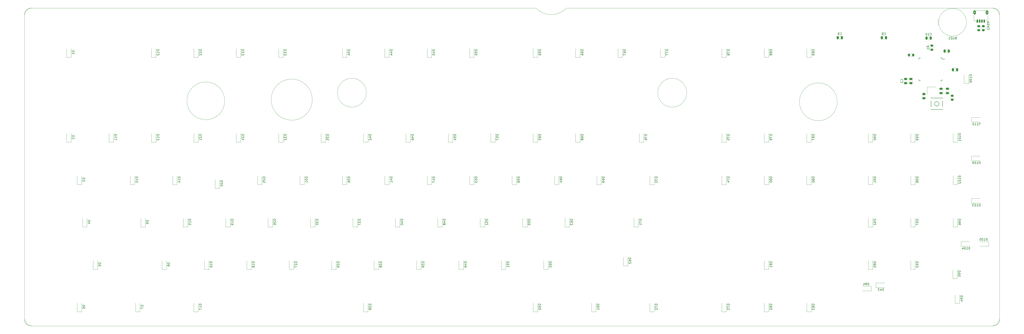
<source format=gbo>
%TF.GenerationSoftware,KiCad,Pcbnew,5.99.0-unknown-ae51e60f70~131~ubuntu21.10.1*%
%TF.CreationDate,2021-09-02T01:24:25-04:00*%
%TF.ProjectId,aek,61656b2e-6b69-4636-9164-5f7063625858,rev?*%
%TF.SameCoordinates,Original*%
%TF.FileFunction,Legend,Bot*%
%TF.FilePolarity,Positive*%
%FSLAX46Y46*%
G04 Gerber Fmt 4.6, Leading zero omitted, Abs format (unit mm)*
G04 Created by KiCad (PCBNEW 5.99.0-unknown-ae51e60f70~131~ubuntu21.10.1) date 2021-09-02 01:24:25*
%MOMM*%
%LPD*%
G01*
G04 APERTURE LIST*
G04 Aperture macros list*
%AMRoundRect*
0 Rectangle with rounded corners*
0 $1 Rounding radius*
0 $2 $3 $4 $5 $6 $7 $8 $9 X,Y pos of 4 corners*
0 Add a 4 corners polygon primitive as box body*
4,1,4,$2,$3,$4,$5,$6,$7,$8,$9,$2,$3,0*
0 Add four circle primitives for the rounded corners*
1,1,$1+$1,$2,$3*
1,1,$1+$1,$4,$5*
1,1,$1+$1,$6,$7*
1,1,$1+$1,$8,$9*
0 Add four rect primitives between the rounded corners*
20,1,$1+$1,$2,$3,$4,$5,0*
20,1,$1+$1,$4,$5,$6,$7,0*
20,1,$1+$1,$6,$7,$8,$9,0*
20,1,$1+$1,$8,$9,$2,$3,0*%
%AMHorizOval*
0 Thick line with rounded ends*
0 $1 width*
0 $2 $3 position (X,Y) of the first rounded end (center of the circle)*
0 $4 $5 position (X,Y) of the second rounded end (center of the circle)*
0 Add line between two ends*
20,1,$1,$2,$3,$4,$5,0*
0 Add two circle primitives to create the rounded ends*
1,1,$1,$2,$3*
1,1,$1,$4,$5*%
G04 Aperture macros list end*
%TA.AperFunction,Profile*%
%ADD10C,0.150000*%
%TD*%
%TA.AperFunction,Profile*%
%ADD11C,0.050000*%
%TD*%
%ADD12C,0.150000*%
%ADD13C,0.120000*%
%ADD14RoundRect,0.250000X0.450000X-0.262500X0.450000X0.262500X-0.450000X0.262500X-0.450000X-0.262500X0*%
%ADD15C,5.400000*%
%ADD16C,3.987800*%
%ADD17C,1.750000*%
%ADD18HorizOval,2.250000X0.655001X0.730000X-0.655001X-0.730000X0*%
%ADD19C,2.250000*%
%ADD20HorizOval,2.250000X0.020000X0.290000X-0.020000X-0.290000X0*%
%ADD21C,3.048000*%
%ADD22HorizOval,2.250000X-0.730000X0.655001X0.730000X-0.655001X0*%
%ADD23HorizOval,2.250000X-0.290000X0.020000X0.290000X-0.020000X0*%
%ADD24HorizOval,2.250000X-0.020000X-0.290000X0.020000X0.290000X0*%
%ADD25HorizOval,2.250000X-0.655001X-0.730000X0.655001X0.730000X0*%
%ADD26R,1.200000X0.900000*%
%ADD27RoundRect,0.250000X0.250000X0.475000X-0.250000X0.475000X-0.250000X-0.475000X0.250000X-0.475000X0*%
%ADD28RoundRect,0.250000X-0.450000X0.262500X-0.450000X-0.262500X0.450000X-0.262500X0.450000X0.262500X0*%
%ADD29R,1.800000X1.100000*%
%ADD30RoundRect,0.250000X-0.475000X0.250000X-0.475000X-0.250000X0.475000X-0.250000X0.475000X0.250000X0*%
%ADD31RoundRect,0.250000X-0.250000X-0.475000X0.250000X-0.475000X0.250000X0.475000X-0.250000X0.475000X0*%
%ADD32RoundRect,0.250000X0.475000X-0.250000X0.475000X0.250000X-0.475000X0.250000X-0.475000X-0.250000X0*%
%ADD33R,0.900000X1.200000*%
%ADD34RoundRect,0.150000X-0.150000X-0.625000X0.150000X-0.625000X0.150000X0.625000X-0.150000X0.625000X0*%
%ADD35RoundRect,0.250000X-0.350000X-0.650000X0.350000X-0.650000X0.350000X0.650000X-0.350000X0.650000X0*%
%ADD36RoundRect,0.250000X0.262500X0.450000X-0.262500X0.450000X-0.262500X-0.450000X0.262500X-0.450000X0*%
%ADD37R,1.500000X0.550000*%
%ADD38R,0.550000X1.500000*%
%ADD39R,1.400000X1.200000*%
%ADD40R,2.000000X2.000000*%
%ADD41C,2.000000*%
G04 APERTURE END LIST*
D10*
X456882500Y-154432000D02*
G75*
G02*
X453834500Y-157480000I-3048000J0D01*
G01*
X18986500Y-17780000D02*
G75*
G02*
X22034500Y-14732000I3048000J0D01*
G01*
X22034500Y-157480000D02*
G75*
G02*
X18986500Y-154432000I0J3048000D01*
G01*
D11*
X22034500Y-157480000D02*
X453834500Y-157480000D01*
X456882500Y-154432000D02*
X456882500Y-17780000D01*
X18986500Y-17780000D02*
X18986500Y-154432000D01*
X172486500Y-52730000D02*
G75*
G03*
X172486500Y-52730000I-6500000J0D01*
G01*
X148236500Y-55850000D02*
G75*
G03*
X148236500Y-55850000I-9250000J0D01*
G01*
X248692001Y-14731999D02*
X22034500Y-14732000D01*
X262407999Y-14731999D02*
X453834500Y-14732000D01*
X108885512Y-56400000D02*
G75*
G03*
X108885512Y-56400000I-8500000J0D01*
G01*
X262407998Y-14731999D02*
G75*
G02*
X248692001Y-14731999I-6857998J6496633D01*
G01*
X316386500Y-52730000D02*
G75*
G03*
X316386500Y-52730000I-6500000J0D01*
G01*
X383985512Y-56830000D02*
G75*
G03*
X383985512Y-56830000I-8500000J0D01*
G01*
D10*
X453834500Y-14732000D02*
G75*
G02*
X456882500Y-17780000I0J-3048000D01*
G01*
D12*
%TO.C,R5*%
X452318380Y-21423333D02*
X451842190Y-21090000D01*
X452318380Y-20851904D02*
X451318380Y-20851904D01*
X451318380Y-21232857D01*
X451366000Y-21328095D01*
X451413619Y-21375714D01*
X451508857Y-21423333D01*
X451651714Y-21423333D01*
X451746952Y-21375714D01*
X451794571Y-21328095D01*
X451842190Y-21232857D01*
X451842190Y-20851904D01*
X451318380Y-22328095D02*
X451318380Y-21851904D01*
X451794571Y-21804285D01*
X451746952Y-21851904D01*
X451699333Y-21947142D01*
X451699333Y-22185238D01*
X451746952Y-22280476D01*
X451794571Y-22328095D01*
X451889809Y-22375714D01*
X452127904Y-22375714D01*
X452223142Y-22328095D01*
X452270761Y-22280476D01*
X452318380Y-22185238D01*
X452318380Y-21947142D01*
X452270761Y-21851904D01*
X452223142Y-21804285D01*
%TO.C,R2*%
X452318380Y-23455333D02*
X451842190Y-23122000D01*
X452318380Y-22883904D02*
X451318380Y-22883904D01*
X451318380Y-23264857D01*
X451366000Y-23360095D01*
X451413619Y-23407714D01*
X451508857Y-23455333D01*
X451651714Y-23455333D01*
X451746952Y-23407714D01*
X451794571Y-23360095D01*
X451842190Y-23264857D01*
X451842190Y-22883904D01*
X451413619Y-23836285D02*
X451366000Y-23883904D01*
X451318380Y-23979142D01*
X451318380Y-24217238D01*
X451366000Y-24312476D01*
X451413619Y-24360095D01*
X451508857Y-24407714D01*
X451604095Y-24407714D01*
X451746952Y-24360095D01*
X452318380Y-23788666D01*
X452318380Y-24407714D01*
%TO.C,D16*%
X103226880Y-128643214D02*
X102226880Y-128643214D01*
X102226880Y-128881309D01*
X102274500Y-129024166D01*
X102369738Y-129119404D01*
X102464976Y-129167023D01*
X102655452Y-129214642D01*
X102798309Y-129214642D01*
X102988785Y-129167023D01*
X103084023Y-129119404D01*
X103179261Y-129024166D01*
X103226880Y-128881309D01*
X103226880Y-128643214D01*
X103226880Y-130167023D02*
X103226880Y-129595595D01*
X103226880Y-129881309D02*
X102226880Y-129881309D01*
X102369738Y-129786071D01*
X102464976Y-129690833D01*
X102512595Y-129595595D01*
X102226880Y-131024166D02*
X102226880Y-130833690D01*
X102274500Y-130738452D01*
X102322119Y-130690833D01*
X102464976Y-130595595D01*
X102655452Y-130547976D01*
X103036404Y-130547976D01*
X103131642Y-130595595D01*
X103179261Y-130643214D01*
X103226880Y-130738452D01*
X103226880Y-130928928D01*
X103179261Y-131024166D01*
X103131642Y-131071785D01*
X103036404Y-131119404D01*
X102798309Y-131119404D01*
X102703071Y-131071785D01*
X102655452Y-131024166D01*
X102607833Y-130928928D01*
X102607833Y-130738452D01*
X102655452Y-130643214D01*
X102703071Y-130595595D01*
X102798309Y-130547976D01*
%TO.C,C8*%
X405108666Y-26693142D02*
X405156285Y-26740761D01*
X405299142Y-26788380D01*
X405394380Y-26788380D01*
X405537238Y-26740761D01*
X405632476Y-26645523D01*
X405680095Y-26550285D01*
X405727714Y-26359809D01*
X405727714Y-26216952D01*
X405680095Y-26026476D01*
X405632476Y-25931238D01*
X405537238Y-25836000D01*
X405394380Y-25788380D01*
X405299142Y-25788380D01*
X405156285Y-25836000D01*
X405108666Y-25883619D01*
X404537238Y-26216952D02*
X404632476Y-26169333D01*
X404680095Y-26121714D01*
X404727714Y-26026476D01*
X404727714Y-25978857D01*
X404680095Y-25883619D01*
X404632476Y-25836000D01*
X404537238Y-25788380D01*
X404346761Y-25788380D01*
X404251523Y-25836000D01*
X404203904Y-25883619D01*
X404156285Y-25978857D01*
X404156285Y-26026476D01*
X404203904Y-26121714D01*
X404251523Y-26169333D01*
X404346761Y-26216952D01*
X404537238Y-26216952D01*
X404632476Y-26264571D01*
X404680095Y-26312190D01*
X404727714Y-26407428D01*
X404727714Y-26597904D01*
X404680095Y-26693142D01*
X404632476Y-26740761D01*
X404537238Y-26788380D01*
X404346761Y-26788380D01*
X404251523Y-26740761D01*
X404203904Y-26693142D01*
X404156285Y-26597904D01*
X404156285Y-26407428D01*
X404203904Y-26312190D01*
X404251523Y-26264571D01*
X404346761Y-26216952D01*
%TO.C,C9*%
X385296666Y-26693142D02*
X385344285Y-26740761D01*
X385487142Y-26788380D01*
X385582380Y-26788380D01*
X385725238Y-26740761D01*
X385820476Y-26645523D01*
X385868095Y-26550285D01*
X385915714Y-26359809D01*
X385915714Y-26216952D01*
X385868095Y-26026476D01*
X385820476Y-25931238D01*
X385725238Y-25836000D01*
X385582380Y-25788380D01*
X385487142Y-25788380D01*
X385344285Y-25836000D01*
X385296666Y-25883619D01*
X384820476Y-26788380D02*
X384630000Y-26788380D01*
X384534761Y-26740761D01*
X384487142Y-26693142D01*
X384391904Y-26550285D01*
X384344285Y-26359809D01*
X384344285Y-25978857D01*
X384391904Y-25883619D01*
X384439523Y-25836000D01*
X384534761Y-25788380D01*
X384725238Y-25788380D01*
X384820476Y-25836000D01*
X384868095Y-25883619D01*
X384915714Y-25978857D01*
X384915714Y-26216952D01*
X384868095Y-26312190D01*
X384820476Y-26359809D01*
X384725238Y-26407428D01*
X384534761Y-26407428D01*
X384439523Y-26359809D01*
X384391904Y-26312190D01*
X384344285Y-26216952D01*
%TO.C,C10*%
X425650857Y-26871142D02*
X425698476Y-26918761D01*
X425841333Y-26966380D01*
X425936571Y-26966380D01*
X426079428Y-26918761D01*
X426174666Y-26823523D01*
X426222285Y-26728285D01*
X426269904Y-26537809D01*
X426269904Y-26394952D01*
X426222285Y-26204476D01*
X426174666Y-26109238D01*
X426079428Y-26014000D01*
X425936571Y-25966380D01*
X425841333Y-25966380D01*
X425698476Y-26014000D01*
X425650857Y-26061619D01*
X424698476Y-26966380D02*
X425269904Y-26966380D01*
X424984190Y-26966380D02*
X424984190Y-25966380D01*
X425079428Y-26109238D01*
X425174666Y-26204476D01*
X425269904Y-26252095D01*
X424079428Y-25966380D02*
X423984190Y-25966380D01*
X423888952Y-26014000D01*
X423841333Y-26061619D01*
X423793714Y-26156857D01*
X423746095Y-26347333D01*
X423746095Y-26585428D01*
X423793714Y-26775904D01*
X423841333Y-26871142D01*
X423888952Y-26918761D01*
X423984190Y-26966380D01*
X424079428Y-26966380D01*
X424174666Y-26918761D01*
X424222285Y-26871142D01*
X424269904Y-26775904D01*
X424317523Y-26585428D01*
X424317523Y-26347333D01*
X424269904Y-26156857D01*
X424222285Y-26061619D01*
X424174666Y-26014000D01*
X424079428Y-25966380D01*
%TO.C,R1*%
X425268380Y-32345333D02*
X424792190Y-32012000D01*
X425268380Y-31773904D02*
X424268380Y-31773904D01*
X424268380Y-32154857D01*
X424316000Y-32250095D01*
X424363619Y-32297714D01*
X424458857Y-32345333D01*
X424601714Y-32345333D01*
X424696952Y-32297714D01*
X424744571Y-32250095D01*
X424792190Y-32154857D01*
X424792190Y-31773904D01*
X425268380Y-33297714D02*
X425268380Y-32726285D01*
X425268380Y-33012000D02*
X424268380Y-33012000D01*
X424411238Y-32916761D01*
X424506476Y-32821523D01*
X424554095Y-32726285D01*
%TO.C,C2*%
X413363892Y-47331333D02*
X413411511Y-47283714D01*
X413459130Y-47140857D01*
X413459130Y-47045619D01*
X413411511Y-46902761D01*
X413316273Y-46807523D01*
X413221035Y-46759904D01*
X413030559Y-46712285D01*
X412887702Y-46712285D01*
X412697226Y-46759904D01*
X412601988Y-46807523D01*
X412506750Y-46902761D01*
X412459130Y-47045619D01*
X412459130Y-47140857D01*
X412506750Y-47283714D01*
X412554369Y-47331333D01*
X412554369Y-47712285D02*
X412506750Y-47759904D01*
X412459130Y-47855142D01*
X412459130Y-48093238D01*
X412506750Y-48188476D01*
X412554369Y-48236095D01*
X412649607Y-48283714D01*
X412744845Y-48283714D01*
X412887702Y-48236095D01*
X413459130Y-47664666D01*
X413459130Y-48283714D01*
%TO.C,D1*%
X41314380Y-33869404D02*
X40314380Y-33869404D01*
X40314380Y-34107500D01*
X40362000Y-34250357D01*
X40457238Y-34345595D01*
X40552476Y-34393214D01*
X40742952Y-34440833D01*
X40885809Y-34440833D01*
X41076285Y-34393214D01*
X41171523Y-34345595D01*
X41266761Y-34250357D01*
X41314380Y-34107500D01*
X41314380Y-33869404D01*
X41314380Y-35393214D02*
X41314380Y-34821785D01*
X41314380Y-35107500D02*
X40314380Y-35107500D01*
X40457238Y-35012261D01*
X40552476Y-34917023D01*
X40600095Y-34821785D01*
%TO.C,D2*%
X41314380Y-71969404D02*
X40314380Y-71969404D01*
X40314380Y-72207500D01*
X40362000Y-72350357D01*
X40457238Y-72445595D01*
X40552476Y-72493214D01*
X40742952Y-72540833D01*
X40885809Y-72540833D01*
X41076285Y-72493214D01*
X41171523Y-72445595D01*
X41266761Y-72350357D01*
X41314380Y-72207500D01*
X41314380Y-71969404D01*
X40409619Y-72921785D02*
X40362000Y-72969404D01*
X40314380Y-73064642D01*
X40314380Y-73302738D01*
X40362000Y-73397976D01*
X40409619Y-73445595D01*
X40504857Y-73493214D01*
X40600095Y-73493214D01*
X40742952Y-73445595D01*
X41314380Y-72874166D01*
X41314380Y-73493214D01*
%TO.C,D3*%
X46076880Y-91019404D02*
X45076880Y-91019404D01*
X45076880Y-91257500D01*
X45124500Y-91400357D01*
X45219738Y-91495595D01*
X45314976Y-91543214D01*
X45505452Y-91590833D01*
X45648309Y-91590833D01*
X45838785Y-91543214D01*
X45934023Y-91495595D01*
X46029261Y-91400357D01*
X46076880Y-91257500D01*
X46076880Y-91019404D01*
X45076880Y-91924166D02*
X45076880Y-92543214D01*
X45457833Y-92209880D01*
X45457833Y-92352738D01*
X45505452Y-92447976D01*
X45553071Y-92495595D01*
X45648309Y-92543214D01*
X45886404Y-92543214D01*
X45981642Y-92495595D01*
X46029261Y-92447976D01*
X46076880Y-92352738D01*
X46076880Y-92067023D01*
X46029261Y-91971785D01*
X45981642Y-91924166D01*
%TO.C,D4*%
X48458130Y-110069404D02*
X47458130Y-110069404D01*
X47458130Y-110307500D01*
X47505750Y-110450357D01*
X47600988Y-110545595D01*
X47696226Y-110593214D01*
X47886702Y-110640833D01*
X48029559Y-110640833D01*
X48220035Y-110593214D01*
X48315273Y-110545595D01*
X48410511Y-110450357D01*
X48458130Y-110307500D01*
X48458130Y-110069404D01*
X47791464Y-111497976D02*
X48458130Y-111497976D01*
X47410511Y-111259880D02*
X48124797Y-111021785D01*
X48124797Y-111640833D01*
%TO.C,D5*%
X53220630Y-129119404D02*
X52220630Y-129119404D01*
X52220630Y-129357500D01*
X52268250Y-129500357D01*
X52363488Y-129595595D01*
X52458726Y-129643214D01*
X52649202Y-129690833D01*
X52792059Y-129690833D01*
X52982535Y-129643214D01*
X53077773Y-129595595D01*
X53173011Y-129500357D01*
X53220630Y-129357500D01*
X53220630Y-129119404D01*
X52220630Y-130595595D02*
X52220630Y-130119404D01*
X52696821Y-130071785D01*
X52649202Y-130119404D01*
X52601583Y-130214642D01*
X52601583Y-130452738D01*
X52649202Y-130547976D01*
X52696821Y-130595595D01*
X52792059Y-130643214D01*
X53030154Y-130643214D01*
X53125392Y-130595595D01*
X53173011Y-130547976D01*
X53220630Y-130452738D01*
X53220630Y-130214642D01*
X53173011Y-130119404D01*
X53125392Y-130071785D01*
%TO.C,D6*%
X46076880Y-148169404D02*
X45076880Y-148169404D01*
X45076880Y-148407500D01*
X45124500Y-148550357D01*
X45219738Y-148645595D01*
X45314976Y-148693214D01*
X45505452Y-148740833D01*
X45648309Y-148740833D01*
X45838785Y-148693214D01*
X45934023Y-148645595D01*
X46029261Y-148550357D01*
X46076880Y-148407500D01*
X46076880Y-148169404D01*
X45076880Y-149597976D02*
X45076880Y-149407500D01*
X45124500Y-149312261D01*
X45172119Y-149264642D01*
X45314976Y-149169404D01*
X45505452Y-149121785D01*
X45886404Y-149121785D01*
X45981642Y-149169404D01*
X46029261Y-149217023D01*
X46076880Y-149312261D01*
X46076880Y-149502738D01*
X46029261Y-149597976D01*
X45981642Y-149645595D01*
X45886404Y-149693214D01*
X45648309Y-149693214D01*
X45553071Y-149645595D01*
X45505452Y-149597976D01*
X45457833Y-149502738D01*
X45457833Y-149312261D01*
X45505452Y-149217023D01*
X45553071Y-149169404D01*
X45648309Y-149121785D01*
%TO.C,D7*%
X72270630Y-148169404D02*
X71270630Y-148169404D01*
X71270630Y-148407500D01*
X71318250Y-148550357D01*
X71413488Y-148645595D01*
X71508726Y-148693214D01*
X71699202Y-148740833D01*
X71842059Y-148740833D01*
X72032535Y-148693214D01*
X72127773Y-148645595D01*
X72223011Y-148550357D01*
X72270630Y-148407500D01*
X72270630Y-148169404D01*
X71270630Y-149074166D02*
X71270630Y-149740833D01*
X72270630Y-149312261D01*
%TO.C,D8*%
X84176880Y-129119404D02*
X83176880Y-129119404D01*
X83176880Y-129357500D01*
X83224500Y-129500357D01*
X83319738Y-129595595D01*
X83414976Y-129643214D01*
X83605452Y-129690833D01*
X83748309Y-129690833D01*
X83938785Y-129643214D01*
X84034023Y-129595595D01*
X84129261Y-129500357D01*
X84176880Y-129357500D01*
X84176880Y-129119404D01*
X83605452Y-130262261D02*
X83557833Y-130167023D01*
X83510214Y-130119404D01*
X83414976Y-130071785D01*
X83367357Y-130071785D01*
X83272119Y-130119404D01*
X83224500Y-130167023D01*
X83176880Y-130262261D01*
X83176880Y-130452738D01*
X83224500Y-130547976D01*
X83272119Y-130595595D01*
X83367357Y-130643214D01*
X83414976Y-130643214D01*
X83510214Y-130595595D01*
X83557833Y-130547976D01*
X83605452Y-130452738D01*
X83605452Y-130262261D01*
X83653071Y-130167023D01*
X83700690Y-130119404D01*
X83795928Y-130071785D01*
X83986404Y-130071785D01*
X84081642Y-130119404D01*
X84129261Y-130167023D01*
X84176880Y-130262261D01*
X84176880Y-130452738D01*
X84129261Y-130547976D01*
X84081642Y-130595595D01*
X83986404Y-130643214D01*
X83795928Y-130643214D01*
X83700690Y-130595595D01*
X83653071Y-130547976D01*
X83605452Y-130452738D01*
%TO.C,D9*%
X74651880Y-110069404D02*
X73651880Y-110069404D01*
X73651880Y-110307500D01*
X73699500Y-110450357D01*
X73794738Y-110545595D01*
X73889976Y-110593214D01*
X74080452Y-110640833D01*
X74223309Y-110640833D01*
X74413785Y-110593214D01*
X74509023Y-110545595D01*
X74604261Y-110450357D01*
X74651880Y-110307500D01*
X74651880Y-110069404D01*
X74651880Y-111117023D02*
X74651880Y-111307500D01*
X74604261Y-111402738D01*
X74556642Y-111450357D01*
X74413785Y-111545595D01*
X74223309Y-111593214D01*
X73842357Y-111593214D01*
X73747119Y-111545595D01*
X73699500Y-111497976D01*
X73651880Y-111402738D01*
X73651880Y-111212261D01*
X73699500Y-111117023D01*
X73747119Y-111069404D01*
X73842357Y-111021785D01*
X74080452Y-111021785D01*
X74175690Y-111069404D01*
X74223309Y-111117023D01*
X74270928Y-111212261D01*
X74270928Y-111402738D01*
X74223309Y-111497976D01*
X74175690Y-111545595D01*
X74080452Y-111593214D01*
%TO.C,D10*%
X69889380Y-90543214D02*
X68889380Y-90543214D01*
X68889380Y-90781309D01*
X68937000Y-90924166D01*
X69032238Y-91019404D01*
X69127476Y-91067023D01*
X69317952Y-91114642D01*
X69460809Y-91114642D01*
X69651285Y-91067023D01*
X69746523Y-91019404D01*
X69841761Y-90924166D01*
X69889380Y-90781309D01*
X69889380Y-90543214D01*
X69889380Y-92067023D02*
X69889380Y-91495595D01*
X69889380Y-91781309D02*
X68889380Y-91781309D01*
X69032238Y-91686071D01*
X69127476Y-91590833D01*
X69175095Y-91495595D01*
X68889380Y-92686071D02*
X68889380Y-92781309D01*
X68937000Y-92876547D01*
X68984619Y-92924166D01*
X69079857Y-92971785D01*
X69270333Y-93019404D01*
X69508428Y-93019404D01*
X69698904Y-92971785D01*
X69794142Y-92924166D01*
X69841761Y-92876547D01*
X69889380Y-92781309D01*
X69889380Y-92686071D01*
X69841761Y-92590833D01*
X69794142Y-92543214D01*
X69698904Y-92495595D01*
X69508428Y-92447976D01*
X69270333Y-92447976D01*
X69079857Y-92495595D01*
X68984619Y-92543214D01*
X68937000Y-92590833D01*
X68889380Y-92686071D01*
%TO.C,D11*%
X60364380Y-71493214D02*
X59364380Y-71493214D01*
X59364380Y-71731309D01*
X59412000Y-71874166D01*
X59507238Y-71969404D01*
X59602476Y-72017023D01*
X59792952Y-72064642D01*
X59935809Y-72064642D01*
X60126285Y-72017023D01*
X60221523Y-71969404D01*
X60316761Y-71874166D01*
X60364380Y-71731309D01*
X60364380Y-71493214D01*
X60364380Y-73017023D02*
X60364380Y-72445595D01*
X60364380Y-72731309D02*
X59364380Y-72731309D01*
X59507238Y-72636071D01*
X59602476Y-72540833D01*
X59650095Y-72445595D01*
X60364380Y-73969404D02*
X60364380Y-73397976D01*
X60364380Y-73683690D02*
X59364380Y-73683690D01*
X59507238Y-73588452D01*
X59602476Y-73493214D01*
X59650095Y-73397976D01*
%TO.C,D12*%
X79414380Y-33393214D02*
X78414380Y-33393214D01*
X78414380Y-33631309D01*
X78462000Y-33774166D01*
X78557238Y-33869404D01*
X78652476Y-33917023D01*
X78842952Y-33964642D01*
X78985809Y-33964642D01*
X79176285Y-33917023D01*
X79271523Y-33869404D01*
X79366761Y-33774166D01*
X79414380Y-33631309D01*
X79414380Y-33393214D01*
X79414380Y-34917023D02*
X79414380Y-34345595D01*
X79414380Y-34631309D02*
X78414380Y-34631309D01*
X78557238Y-34536071D01*
X78652476Y-34440833D01*
X78700095Y-34345595D01*
X78509619Y-35297976D02*
X78462000Y-35345595D01*
X78414380Y-35440833D01*
X78414380Y-35678928D01*
X78462000Y-35774166D01*
X78509619Y-35821785D01*
X78604857Y-35869404D01*
X78700095Y-35869404D01*
X78842952Y-35821785D01*
X79414380Y-35250357D01*
X79414380Y-35869404D01*
%TO.C,D13*%
X79414380Y-71493214D02*
X78414380Y-71493214D01*
X78414380Y-71731309D01*
X78462000Y-71874166D01*
X78557238Y-71969404D01*
X78652476Y-72017023D01*
X78842952Y-72064642D01*
X78985809Y-72064642D01*
X79176285Y-72017023D01*
X79271523Y-71969404D01*
X79366761Y-71874166D01*
X79414380Y-71731309D01*
X79414380Y-71493214D01*
X79414380Y-73017023D02*
X79414380Y-72445595D01*
X79414380Y-72731309D02*
X78414380Y-72731309D01*
X78557238Y-72636071D01*
X78652476Y-72540833D01*
X78700095Y-72445595D01*
X78414380Y-73350357D02*
X78414380Y-73969404D01*
X78795333Y-73636071D01*
X78795333Y-73778928D01*
X78842952Y-73874166D01*
X78890571Y-73921785D01*
X78985809Y-73969404D01*
X79223904Y-73969404D01*
X79319142Y-73921785D01*
X79366761Y-73874166D01*
X79414380Y-73778928D01*
X79414380Y-73493214D01*
X79366761Y-73397976D01*
X79319142Y-73350357D01*
%TO.C,D14*%
X88939380Y-90543214D02*
X87939380Y-90543214D01*
X87939380Y-90781309D01*
X87987000Y-90924166D01*
X88082238Y-91019404D01*
X88177476Y-91067023D01*
X88367952Y-91114642D01*
X88510809Y-91114642D01*
X88701285Y-91067023D01*
X88796523Y-91019404D01*
X88891761Y-90924166D01*
X88939380Y-90781309D01*
X88939380Y-90543214D01*
X88939380Y-92067023D02*
X88939380Y-91495595D01*
X88939380Y-91781309D02*
X87939380Y-91781309D01*
X88082238Y-91686071D01*
X88177476Y-91590833D01*
X88225095Y-91495595D01*
X88272714Y-92924166D02*
X88939380Y-92924166D01*
X87891761Y-92686071D02*
X88606047Y-92447976D01*
X88606047Y-93067023D01*
%TO.C,D15*%
X93701880Y-109593214D02*
X92701880Y-109593214D01*
X92701880Y-109831309D01*
X92749500Y-109974166D01*
X92844738Y-110069404D01*
X92939976Y-110117023D01*
X93130452Y-110164642D01*
X93273309Y-110164642D01*
X93463785Y-110117023D01*
X93559023Y-110069404D01*
X93654261Y-109974166D01*
X93701880Y-109831309D01*
X93701880Y-109593214D01*
X93701880Y-111117023D02*
X93701880Y-110545595D01*
X93701880Y-110831309D02*
X92701880Y-110831309D01*
X92844738Y-110736071D01*
X92939976Y-110640833D01*
X92987595Y-110545595D01*
X92701880Y-112021785D02*
X92701880Y-111545595D01*
X93178071Y-111497976D01*
X93130452Y-111545595D01*
X93082833Y-111640833D01*
X93082833Y-111878928D01*
X93130452Y-111974166D01*
X93178071Y-112021785D01*
X93273309Y-112069404D01*
X93511404Y-112069404D01*
X93606642Y-112021785D01*
X93654261Y-111974166D01*
X93701880Y-111878928D01*
X93701880Y-111640833D01*
X93654261Y-111545595D01*
X93606642Y-111497976D01*
%TO.C,D17*%
X98464380Y-147693214D02*
X97464380Y-147693214D01*
X97464380Y-147931309D01*
X97512000Y-148074166D01*
X97607238Y-148169404D01*
X97702476Y-148217023D01*
X97892952Y-148264642D01*
X98035809Y-148264642D01*
X98226285Y-148217023D01*
X98321523Y-148169404D01*
X98416761Y-148074166D01*
X98464380Y-147931309D01*
X98464380Y-147693214D01*
X98464380Y-149217023D02*
X98464380Y-148645595D01*
X98464380Y-148931309D02*
X97464380Y-148931309D01*
X97607238Y-148836071D01*
X97702476Y-148740833D01*
X97750095Y-148645595D01*
X97464380Y-149550357D02*
X97464380Y-150217023D01*
X98464380Y-149788452D01*
%TO.C,D18*%
X122276880Y-128643214D02*
X121276880Y-128643214D01*
X121276880Y-128881309D01*
X121324500Y-129024166D01*
X121419738Y-129119404D01*
X121514976Y-129167023D01*
X121705452Y-129214642D01*
X121848309Y-129214642D01*
X122038785Y-129167023D01*
X122134023Y-129119404D01*
X122229261Y-129024166D01*
X122276880Y-128881309D01*
X122276880Y-128643214D01*
X122276880Y-130167023D02*
X122276880Y-129595595D01*
X122276880Y-129881309D02*
X121276880Y-129881309D01*
X121419738Y-129786071D01*
X121514976Y-129690833D01*
X121562595Y-129595595D01*
X121705452Y-130738452D02*
X121657833Y-130643214D01*
X121610214Y-130595595D01*
X121514976Y-130547976D01*
X121467357Y-130547976D01*
X121372119Y-130595595D01*
X121324500Y-130643214D01*
X121276880Y-130738452D01*
X121276880Y-130928928D01*
X121324500Y-131024166D01*
X121372119Y-131071785D01*
X121467357Y-131119404D01*
X121514976Y-131119404D01*
X121610214Y-131071785D01*
X121657833Y-131024166D01*
X121705452Y-130928928D01*
X121705452Y-130738452D01*
X121753071Y-130643214D01*
X121800690Y-130595595D01*
X121895928Y-130547976D01*
X122086404Y-130547976D01*
X122181642Y-130595595D01*
X122229261Y-130643214D01*
X122276880Y-130738452D01*
X122276880Y-130928928D01*
X122229261Y-131024166D01*
X122181642Y-131071785D01*
X122086404Y-131119404D01*
X121895928Y-131119404D01*
X121800690Y-131071785D01*
X121753071Y-131024166D01*
X121705452Y-130928928D01*
%TO.C,D19*%
X112751880Y-109593214D02*
X111751880Y-109593214D01*
X111751880Y-109831309D01*
X111799500Y-109974166D01*
X111894738Y-110069404D01*
X111989976Y-110117023D01*
X112180452Y-110164642D01*
X112323309Y-110164642D01*
X112513785Y-110117023D01*
X112609023Y-110069404D01*
X112704261Y-109974166D01*
X112751880Y-109831309D01*
X112751880Y-109593214D01*
X112751880Y-111117023D02*
X112751880Y-110545595D01*
X112751880Y-110831309D02*
X111751880Y-110831309D01*
X111894738Y-110736071D01*
X111989976Y-110640833D01*
X112037595Y-110545595D01*
X112751880Y-111593214D02*
X112751880Y-111783690D01*
X112704261Y-111878928D01*
X112656642Y-111926547D01*
X112513785Y-112021785D01*
X112323309Y-112069404D01*
X111942357Y-112069404D01*
X111847119Y-112021785D01*
X111799500Y-111974166D01*
X111751880Y-111878928D01*
X111751880Y-111688452D01*
X111799500Y-111593214D01*
X111847119Y-111545595D01*
X111942357Y-111497976D01*
X112180452Y-111497976D01*
X112275690Y-111545595D01*
X112323309Y-111593214D01*
X112370928Y-111688452D01*
X112370928Y-111878928D01*
X112323309Y-111974166D01*
X112275690Y-112021785D01*
X112180452Y-112069404D01*
%TO.C,D20*%
X107989380Y-92193214D02*
X106989380Y-92193214D01*
X106989380Y-92431309D01*
X107037000Y-92574166D01*
X107132238Y-92669404D01*
X107227476Y-92717023D01*
X107417952Y-92764642D01*
X107560809Y-92764642D01*
X107751285Y-92717023D01*
X107846523Y-92669404D01*
X107941761Y-92574166D01*
X107989380Y-92431309D01*
X107989380Y-92193214D01*
X107084619Y-93145595D02*
X107037000Y-93193214D01*
X106989380Y-93288452D01*
X106989380Y-93526547D01*
X107037000Y-93621785D01*
X107084619Y-93669404D01*
X107179857Y-93717023D01*
X107275095Y-93717023D01*
X107417952Y-93669404D01*
X107989380Y-93097976D01*
X107989380Y-93717023D01*
X106989380Y-94336071D02*
X106989380Y-94431309D01*
X107037000Y-94526547D01*
X107084619Y-94574166D01*
X107179857Y-94621785D01*
X107370333Y-94669404D01*
X107608428Y-94669404D01*
X107798904Y-94621785D01*
X107894142Y-94574166D01*
X107941761Y-94526547D01*
X107989380Y-94431309D01*
X107989380Y-94336071D01*
X107941761Y-94240833D01*
X107894142Y-94193214D01*
X107798904Y-94145595D01*
X107608428Y-94097976D01*
X107370333Y-94097976D01*
X107179857Y-94145595D01*
X107084619Y-94193214D01*
X107037000Y-94240833D01*
X106989380Y-94336071D01*
%TO.C,D21*%
X98464380Y-71493214D02*
X97464380Y-71493214D01*
X97464380Y-71731309D01*
X97512000Y-71874166D01*
X97607238Y-71969404D01*
X97702476Y-72017023D01*
X97892952Y-72064642D01*
X98035809Y-72064642D01*
X98226285Y-72017023D01*
X98321523Y-71969404D01*
X98416761Y-71874166D01*
X98464380Y-71731309D01*
X98464380Y-71493214D01*
X97559619Y-72445595D02*
X97512000Y-72493214D01*
X97464380Y-72588452D01*
X97464380Y-72826547D01*
X97512000Y-72921785D01*
X97559619Y-72969404D01*
X97654857Y-73017023D01*
X97750095Y-73017023D01*
X97892952Y-72969404D01*
X98464380Y-72397976D01*
X98464380Y-73017023D01*
X98464380Y-73969404D02*
X98464380Y-73397976D01*
X98464380Y-73683690D02*
X97464380Y-73683690D01*
X97607238Y-73588452D01*
X97702476Y-73493214D01*
X97750095Y-73397976D01*
%TO.C,D22*%
X98464380Y-33393214D02*
X97464380Y-33393214D01*
X97464380Y-33631309D01*
X97512000Y-33774166D01*
X97607238Y-33869404D01*
X97702476Y-33917023D01*
X97892952Y-33964642D01*
X98035809Y-33964642D01*
X98226285Y-33917023D01*
X98321523Y-33869404D01*
X98416761Y-33774166D01*
X98464380Y-33631309D01*
X98464380Y-33393214D01*
X97559619Y-34345595D02*
X97512000Y-34393214D01*
X97464380Y-34488452D01*
X97464380Y-34726547D01*
X97512000Y-34821785D01*
X97559619Y-34869404D01*
X97654857Y-34917023D01*
X97750095Y-34917023D01*
X97892952Y-34869404D01*
X98464380Y-34297976D01*
X98464380Y-34917023D01*
X97559619Y-35297976D02*
X97512000Y-35345595D01*
X97464380Y-35440833D01*
X97464380Y-35678928D01*
X97512000Y-35774166D01*
X97559619Y-35821785D01*
X97654857Y-35869404D01*
X97750095Y-35869404D01*
X97892952Y-35821785D01*
X98464380Y-35250357D01*
X98464380Y-35869404D01*
%TO.C,D23*%
X117514380Y-33393214D02*
X116514380Y-33393214D01*
X116514380Y-33631309D01*
X116562000Y-33774166D01*
X116657238Y-33869404D01*
X116752476Y-33917023D01*
X116942952Y-33964642D01*
X117085809Y-33964642D01*
X117276285Y-33917023D01*
X117371523Y-33869404D01*
X117466761Y-33774166D01*
X117514380Y-33631309D01*
X117514380Y-33393214D01*
X116609619Y-34345595D02*
X116562000Y-34393214D01*
X116514380Y-34488452D01*
X116514380Y-34726547D01*
X116562000Y-34821785D01*
X116609619Y-34869404D01*
X116704857Y-34917023D01*
X116800095Y-34917023D01*
X116942952Y-34869404D01*
X117514380Y-34297976D01*
X117514380Y-34917023D01*
X116514380Y-35250357D02*
X116514380Y-35869404D01*
X116895333Y-35536071D01*
X116895333Y-35678928D01*
X116942952Y-35774166D01*
X116990571Y-35821785D01*
X117085809Y-35869404D01*
X117323904Y-35869404D01*
X117419142Y-35821785D01*
X117466761Y-35774166D01*
X117514380Y-35678928D01*
X117514380Y-35393214D01*
X117466761Y-35297976D01*
X117419142Y-35250357D01*
%TO.C,D24*%
X117514380Y-71493214D02*
X116514380Y-71493214D01*
X116514380Y-71731309D01*
X116562000Y-71874166D01*
X116657238Y-71969404D01*
X116752476Y-72017023D01*
X116942952Y-72064642D01*
X117085809Y-72064642D01*
X117276285Y-72017023D01*
X117371523Y-71969404D01*
X117466761Y-71874166D01*
X117514380Y-71731309D01*
X117514380Y-71493214D01*
X116609619Y-72445595D02*
X116562000Y-72493214D01*
X116514380Y-72588452D01*
X116514380Y-72826547D01*
X116562000Y-72921785D01*
X116609619Y-72969404D01*
X116704857Y-73017023D01*
X116800095Y-73017023D01*
X116942952Y-72969404D01*
X117514380Y-72397976D01*
X117514380Y-73017023D01*
X116847714Y-73874166D02*
X117514380Y-73874166D01*
X116466761Y-73636071D02*
X117181047Y-73397976D01*
X117181047Y-74017023D01*
%TO.C,D25*%
X127039380Y-90543214D02*
X126039380Y-90543214D01*
X126039380Y-90781309D01*
X126087000Y-90924166D01*
X126182238Y-91019404D01*
X126277476Y-91067023D01*
X126467952Y-91114642D01*
X126610809Y-91114642D01*
X126801285Y-91067023D01*
X126896523Y-91019404D01*
X126991761Y-90924166D01*
X127039380Y-90781309D01*
X127039380Y-90543214D01*
X126134619Y-91495595D02*
X126087000Y-91543214D01*
X126039380Y-91638452D01*
X126039380Y-91876547D01*
X126087000Y-91971785D01*
X126134619Y-92019404D01*
X126229857Y-92067023D01*
X126325095Y-92067023D01*
X126467952Y-92019404D01*
X127039380Y-91447976D01*
X127039380Y-92067023D01*
X126039380Y-92971785D02*
X126039380Y-92495595D01*
X126515571Y-92447976D01*
X126467952Y-92495595D01*
X126420333Y-92590833D01*
X126420333Y-92828928D01*
X126467952Y-92924166D01*
X126515571Y-92971785D01*
X126610809Y-93019404D01*
X126848904Y-93019404D01*
X126944142Y-92971785D01*
X126991761Y-92924166D01*
X127039380Y-92828928D01*
X127039380Y-92590833D01*
X126991761Y-92495595D01*
X126944142Y-92447976D01*
%TO.C,D26*%
X131801880Y-109593214D02*
X130801880Y-109593214D01*
X130801880Y-109831309D01*
X130849500Y-109974166D01*
X130944738Y-110069404D01*
X131039976Y-110117023D01*
X131230452Y-110164642D01*
X131373309Y-110164642D01*
X131563785Y-110117023D01*
X131659023Y-110069404D01*
X131754261Y-109974166D01*
X131801880Y-109831309D01*
X131801880Y-109593214D01*
X130897119Y-110545595D02*
X130849500Y-110593214D01*
X130801880Y-110688452D01*
X130801880Y-110926547D01*
X130849500Y-111021785D01*
X130897119Y-111069404D01*
X130992357Y-111117023D01*
X131087595Y-111117023D01*
X131230452Y-111069404D01*
X131801880Y-110497976D01*
X131801880Y-111117023D01*
X130801880Y-111974166D02*
X130801880Y-111783690D01*
X130849500Y-111688452D01*
X130897119Y-111640833D01*
X131039976Y-111545595D01*
X131230452Y-111497976D01*
X131611404Y-111497976D01*
X131706642Y-111545595D01*
X131754261Y-111593214D01*
X131801880Y-111688452D01*
X131801880Y-111878928D01*
X131754261Y-111974166D01*
X131706642Y-112021785D01*
X131611404Y-112069404D01*
X131373309Y-112069404D01*
X131278071Y-112021785D01*
X131230452Y-111974166D01*
X131182833Y-111878928D01*
X131182833Y-111688452D01*
X131230452Y-111593214D01*
X131278071Y-111545595D01*
X131373309Y-111497976D01*
%TO.C,D27*%
X141326880Y-128643214D02*
X140326880Y-128643214D01*
X140326880Y-128881309D01*
X140374500Y-129024166D01*
X140469738Y-129119404D01*
X140564976Y-129167023D01*
X140755452Y-129214642D01*
X140898309Y-129214642D01*
X141088785Y-129167023D01*
X141184023Y-129119404D01*
X141279261Y-129024166D01*
X141326880Y-128881309D01*
X141326880Y-128643214D01*
X140422119Y-129595595D02*
X140374500Y-129643214D01*
X140326880Y-129738452D01*
X140326880Y-129976547D01*
X140374500Y-130071785D01*
X140422119Y-130119404D01*
X140517357Y-130167023D01*
X140612595Y-130167023D01*
X140755452Y-130119404D01*
X141326880Y-129547976D01*
X141326880Y-130167023D01*
X140326880Y-130500357D02*
X140326880Y-131167023D01*
X141326880Y-130738452D01*
%TO.C,D28*%
X174664380Y-147693214D02*
X173664380Y-147693214D01*
X173664380Y-147931309D01*
X173712000Y-148074166D01*
X173807238Y-148169404D01*
X173902476Y-148217023D01*
X174092952Y-148264642D01*
X174235809Y-148264642D01*
X174426285Y-148217023D01*
X174521523Y-148169404D01*
X174616761Y-148074166D01*
X174664380Y-147931309D01*
X174664380Y-147693214D01*
X173759619Y-148645595D02*
X173712000Y-148693214D01*
X173664380Y-148788452D01*
X173664380Y-149026547D01*
X173712000Y-149121785D01*
X173759619Y-149169404D01*
X173854857Y-149217023D01*
X173950095Y-149217023D01*
X174092952Y-149169404D01*
X174664380Y-148597976D01*
X174664380Y-149217023D01*
X174092952Y-149788452D02*
X174045333Y-149693214D01*
X173997714Y-149645595D01*
X173902476Y-149597976D01*
X173854857Y-149597976D01*
X173759619Y-149645595D01*
X173712000Y-149693214D01*
X173664380Y-149788452D01*
X173664380Y-149978928D01*
X173712000Y-150074166D01*
X173759619Y-150121785D01*
X173854857Y-150169404D01*
X173902476Y-150169404D01*
X173997714Y-150121785D01*
X174045333Y-150074166D01*
X174092952Y-149978928D01*
X174092952Y-149788452D01*
X174140571Y-149693214D01*
X174188190Y-149645595D01*
X174283428Y-149597976D01*
X174473904Y-149597976D01*
X174569142Y-149645595D01*
X174616761Y-149693214D01*
X174664380Y-149788452D01*
X174664380Y-149978928D01*
X174616761Y-150074166D01*
X174569142Y-150121785D01*
X174473904Y-150169404D01*
X174283428Y-150169404D01*
X174188190Y-150121785D01*
X174140571Y-150074166D01*
X174092952Y-149978928D01*
%TO.C,D29*%
X160376880Y-128643214D02*
X159376880Y-128643214D01*
X159376880Y-128881309D01*
X159424500Y-129024166D01*
X159519738Y-129119404D01*
X159614976Y-129167023D01*
X159805452Y-129214642D01*
X159948309Y-129214642D01*
X160138785Y-129167023D01*
X160234023Y-129119404D01*
X160329261Y-129024166D01*
X160376880Y-128881309D01*
X160376880Y-128643214D01*
X159472119Y-129595595D02*
X159424500Y-129643214D01*
X159376880Y-129738452D01*
X159376880Y-129976547D01*
X159424500Y-130071785D01*
X159472119Y-130119404D01*
X159567357Y-130167023D01*
X159662595Y-130167023D01*
X159805452Y-130119404D01*
X160376880Y-129547976D01*
X160376880Y-130167023D01*
X160376880Y-130643214D02*
X160376880Y-130833690D01*
X160329261Y-130928928D01*
X160281642Y-130976547D01*
X160138785Y-131071785D01*
X159948309Y-131119404D01*
X159567357Y-131119404D01*
X159472119Y-131071785D01*
X159424500Y-131024166D01*
X159376880Y-130928928D01*
X159376880Y-130738452D01*
X159424500Y-130643214D01*
X159472119Y-130595595D01*
X159567357Y-130547976D01*
X159805452Y-130547976D01*
X159900690Y-130595595D01*
X159948309Y-130643214D01*
X159995928Y-130738452D01*
X159995928Y-130928928D01*
X159948309Y-131024166D01*
X159900690Y-131071785D01*
X159805452Y-131119404D01*
%TO.C,D30*%
X150851880Y-109593214D02*
X149851880Y-109593214D01*
X149851880Y-109831309D01*
X149899500Y-109974166D01*
X149994738Y-110069404D01*
X150089976Y-110117023D01*
X150280452Y-110164642D01*
X150423309Y-110164642D01*
X150613785Y-110117023D01*
X150709023Y-110069404D01*
X150804261Y-109974166D01*
X150851880Y-109831309D01*
X150851880Y-109593214D01*
X149851880Y-110497976D02*
X149851880Y-111117023D01*
X150232833Y-110783690D01*
X150232833Y-110926547D01*
X150280452Y-111021785D01*
X150328071Y-111069404D01*
X150423309Y-111117023D01*
X150661404Y-111117023D01*
X150756642Y-111069404D01*
X150804261Y-111021785D01*
X150851880Y-110926547D01*
X150851880Y-110640833D01*
X150804261Y-110545595D01*
X150756642Y-110497976D01*
X149851880Y-111736071D02*
X149851880Y-111831309D01*
X149899500Y-111926547D01*
X149947119Y-111974166D01*
X150042357Y-112021785D01*
X150232833Y-112069404D01*
X150470928Y-112069404D01*
X150661404Y-112021785D01*
X150756642Y-111974166D01*
X150804261Y-111926547D01*
X150851880Y-111831309D01*
X150851880Y-111736071D01*
X150804261Y-111640833D01*
X150756642Y-111593214D01*
X150661404Y-111545595D01*
X150470928Y-111497976D01*
X150232833Y-111497976D01*
X150042357Y-111545595D01*
X149947119Y-111593214D01*
X149899500Y-111640833D01*
X149851880Y-111736071D01*
%TO.C,D31*%
X146089380Y-90543214D02*
X145089380Y-90543214D01*
X145089380Y-90781309D01*
X145137000Y-90924166D01*
X145232238Y-91019404D01*
X145327476Y-91067023D01*
X145517952Y-91114642D01*
X145660809Y-91114642D01*
X145851285Y-91067023D01*
X145946523Y-91019404D01*
X146041761Y-90924166D01*
X146089380Y-90781309D01*
X146089380Y-90543214D01*
X145089380Y-91447976D02*
X145089380Y-92067023D01*
X145470333Y-91733690D01*
X145470333Y-91876547D01*
X145517952Y-91971785D01*
X145565571Y-92019404D01*
X145660809Y-92067023D01*
X145898904Y-92067023D01*
X145994142Y-92019404D01*
X146041761Y-91971785D01*
X146089380Y-91876547D01*
X146089380Y-91590833D01*
X146041761Y-91495595D01*
X145994142Y-91447976D01*
X146089380Y-93019404D02*
X146089380Y-92447976D01*
X146089380Y-92733690D02*
X145089380Y-92733690D01*
X145232238Y-92638452D01*
X145327476Y-92543214D01*
X145375095Y-92447976D01*
%TO.C,D32*%
X136564380Y-71493214D02*
X135564380Y-71493214D01*
X135564380Y-71731309D01*
X135612000Y-71874166D01*
X135707238Y-71969404D01*
X135802476Y-72017023D01*
X135992952Y-72064642D01*
X136135809Y-72064642D01*
X136326285Y-72017023D01*
X136421523Y-71969404D01*
X136516761Y-71874166D01*
X136564380Y-71731309D01*
X136564380Y-71493214D01*
X135564380Y-72397976D02*
X135564380Y-73017023D01*
X135945333Y-72683690D01*
X135945333Y-72826547D01*
X135992952Y-72921785D01*
X136040571Y-72969404D01*
X136135809Y-73017023D01*
X136373904Y-73017023D01*
X136469142Y-72969404D01*
X136516761Y-72921785D01*
X136564380Y-72826547D01*
X136564380Y-72540833D01*
X136516761Y-72445595D01*
X136469142Y-72397976D01*
X135659619Y-73397976D02*
X135612000Y-73445595D01*
X135564380Y-73540833D01*
X135564380Y-73778928D01*
X135612000Y-73874166D01*
X135659619Y-73921785D01*
X135754857Y-73969404D01*
X135850095Y-73969404D01*
X135992952Y-73921785D01*
X136564380Y-73350357D01*
X136564380Y-73969404D01*
%TO.C,D33*%
X136564380Y-33393214D02*
X135564380Y-33393214D01*
X135564380Y-33631309D01*
X135612000Y-33774166D01*
X135707238Y-33869404D01*
X135802476Y-33917023D01*
X135992952Y-33964642D01*
X136135809Y-33964642D01*
X136326285Y-33917023D01*
X136421523Y-33869404D01*
X136516761Y-33774166D01*
X136564380Y-33631309D01*
X136564380Y-33393214D01*
X135564380Y-34297976D02*
X135564380Y-34917023D01*
X135945333Y-34583690D01*
X135945333Y-34726547D01*
X135992952Y-34821785D01*
X136040571Y-34869404D01*
X136135809Y-34917023D01*
X136373904Y-34917023D01*
X136469142Y-34869404D01*
X136516761Y-34821785D01*
X136564380Y-34726547D01*
X136564380Y-34440833D01*
X136516761Y-34345595D01*
X136469142Y-34297976D01*
X135564380Y-35250357D02*
X135564380Y-35869404D01*
X135945333Y-35536071D01*
X135945333Y-35678928D01*
X135992952Y-35774166D01*
X136040571Y-35821785D01*
X136135809Y-35869404D01*
X136373904Y-35869404D01*
X136469142Y-35821785D01*
X136516761Y-35774166D01*
X136564380Y-35678928D01*
X136564380Y-35393214D01*
X136516761Y-35297976D01*
X136469142Y-35250357D01*
%TO.C,D34*%
X165139380Y-33393214D02*
X164139380Y-33393214D01*
X164139380Y-33631309D01*
X164187000Y-33774166D01*
X164282238Y-33869404D01*
X164377476Y-33917023D01*
X164567952Y-33964642D01*
X164710809Y-33964642D01*
X164901285Y-33917023D01*
X164996523Y-33869404D01*
X165091761Y-33774166D01*
X165139380Y-33631309D01*
X165139380Y-33393214D01*
X164139380Y-34297976D02*
X164139380Y-34917023D01*
X164520333Y-34583690D01*
X164520333Y-34726547D01*
X164567952Y-34821785D01*
X164615571Y-34869404D01*
X164710809Y-34917023D01*
X164948904Y-34917023D01*
X165044142Y-34869404D01*
X165091761Y-34821785D01*
X165139380Y-34726547D01*
X165139380Y-34440833D01*
X165091761Y-34345595D01*
X165044142Y-34297976D01*
X164472714Y-35774166D02*
X165139380Y-35774166D01*
X164091761Y-35536071D02*
X164806047Y-35297976D01*
X164806047Y-35917023D01*
%TO.C,D35*%
X155614380Y-71493214D02*
X154614380Y-71493214D01*
X154614380Y-71731309D01*
X154662000Y-71874166D01*
X154757238Y-71969404D01*
X154852476Y-72017023D01*
X155042952Y-72064642D01*
X155185809Y-72064642D01*
X155376285Y-72017023D01*
X155471523Y-71969404D01*
X155566761Y-71874166D01*
X155614380Y-71731309D01*
X155614380Y-71493214D01*
X154614380Y-72397976D02*
X154614380Y-73017023D01*
X154995333Y-72683690D01*
X154995333Y-72826547D01*
X155042952Y-72921785D01*
X155090571Y-72969404D01*
X155185809Y-73017023D01*
X155423904Y-73017023D01*
X155519142Y-72969404D01*
X155566761Y-72921785D01*
X155614380Y-72826547D01*
X155614380Y-72540833D01*
X155566761Y-72445595D01*
X155519142Y-72397976D01*
X154614380Y-73921785D02*
X154614380Y-73445595D01*
X155090571Y-73397976D01*
X155042952Y-73445595D01*
X154995333Y-73540833D01*
X154995333Y-73778928D01*
X155042952Y-73874166D01*
X155090571Y-73921785D01*
X155185809Y-73969404D01*
X155423904Y-73969404D01*
X155519142Y-73921785D01*
X155566761Y-73874166D01*
X155614380Y-73778928D01*
X155614380Y-73540833D01*
X155566761Y-73445595D01*
X155519142Y-73397976D01*
%TO.C,D36*%
X165139380Y-90543214D02*
X164139380Y-90543214D01*
X164139380Y-90781309D01*
X164187000Y-90924166D01*
X164282238Y-91019404D01*
X164377476Y-91067023D01*
X164567952Y-91114642D01*
X164710809Y-91114642D01*
X164901285Y-91067023D01*
X164996523Y-91019404D01*
X165091761Y-90924166D01*
X165139380Y-90781309D01*
X165139380Y-90543214D01*
X164139380Y-91447976D02*
X164139380Y-92067023D01*
X164520333Y-91733690D01*
X164520333Y-91876547D01*
X164567952Y-91971785D01*
X164615571Y-92019404D01*
X164710809Y-92067023D01*
X164948904Y-92067023D01*
X165044142Y-92019404D01*
X165091761Y-91971785D01*
X165139380Y-91876547D01*
X165139380Y-91590833D01*
X165091761Y-91495595D01*
X165044142Y-91447976D01*
X164139380Y-92924166D02*
X164139380Y-92733690D01*
X164187000Y-92638452D01*
X164234619Y-92590833D01*
X164377476Y-92495595D01*
X164567952Y-92447976D01*
X164948904Y-92447976D01*
X165044142Y-92495595D01*
X165091761Y-92543214D01*
X165139380Y-92638452D01*
X165139380Y-92828928D01*
X165091761Y-92924166D01*
X165044142Y-92971785D01*
X164948904Y-93019404D01*
X164710809Y-93019404D01*
X164615571Y-92971785D01*
X164567952Y-92924166D01*
X164520333Y-92828928D01*
X164520333Y-92638452D01*
X164567952Y-92543214D01*
X164615571Y-92495595D01*
X164710809Y-92447976D01*
%TO.C,D37*%
X169901880Y-109593214D02*
X168901880Y-109593214D01*
X168901880Y-109831309D01*
X168949500Y-109974166D01*
X169044738Y-110069404D01*
X169139976Y-110117023D01*
X169330452Y-110164642D01*
X169473309Y-110164642D01*
X169663785Y-110117023D01*
X169759023Y-110069404D01*
X169854261Y-109974166D01*
X169901880Y-109831309D01*
X169901880Y-109593214D01*
X168901880Y-110497976D02*
X168901880Y-111117023D01*
X169282833Y-110783690D01*
X169282833Y-110926547D01*
X169330452Y-111021785D01*
X169378071Y-111069404D01*
X169473309Y-111117023D01*
X169711404Y-111117023D01*
X169806642Y-111069404D01*
X169854261Y-111021785D01*
X169901880Y-110926547D01*
X169901880Y-110640833D01*
X169854261Y-110545595D01*
X169806642Y-110497976D01*
X168901880Y-111450357D02*
X168901880Y-112117023D01*
X169901880Y-111688452D01*
%TO.C,D38*%
X179426880Y-128643214D02*
X178426880Y-128643214D01*
X178426880Y-128881309D01*
X178474500Y-129024166D01*
X178569738Y-129119404D01*
X178664976Y-129167023D01*
X178855452Y-129214642D01*
X178998309Y-129214642D01*
X179188785Y-129167023D01*
X179284023Y-129119404D01*
X179379261Y-129024166D01*
X179426880Y-128881309D01*
X179426880Y-128643214D01*
X178426880Y-129547976D02*
X178426880Y-130167023D01*
X178807833Y-129833690D01*
X178807833Y-129976547D01*
X178855452Y-130071785D01*
X178903071Y-130119404D01*
X178998309Y-130167023D01*
X179236404Y-130167023D01*
X179331642Y-130119404D01*
X179379261Y-130071785D01*
X179426880Y-129976547D01*
X179426880Y-129690833D01*
X179379261Y-129595595D01*
X179331642Y-129547976D01*
X178855452Y-130738452D02*
X178807833Y-130643214D01*
X178760214Y-130595595D01*
X178664976Y-130547976D01*
X178617357Y-130547976D01*
X178522119Y-130595595D01*
X178474500Y-130643214D01*
X178426880Y-130738452D01*
X178426880Y-130928928D01*
X178474500Y-131024166D01*
X178522119Y-131071785D01*
X178617357Y-131119404D01*
X178664976Y-131119404D01*
X178760214Y-131071785D01*
X178807833Y-131024166D01*
X178855452Y-130928928D01*
X178855452Y-130738452D01*
X178903071Y-130643214D01*
X178950690Y-130595595D01*
X179045928Y-130547976D01*
X179236404Y-130547976D01*
X179331642Y-130595595D01*
X179379261Y-130643214D01*
X179426880Y-130738452D01*
X179426880Y-130928928D01*
X179379261Y-131024166D01*
X179331642Y-131071785D01*
X179236404Y-131119404D01*
X179045928Y-131119404D01*
X178950690Y-131071785D01*
X178903071Y-131024166D01*
X178855452Y-130928928D01*
%TO.C,D39*%
X198476880Y-128643214D02*
X197476880Y-128643214D01*
X197476880Y-128881309D01*
X197524500Y-129024166D01*
X197619738Y-129119404D01*
X197714976Y-129167023D01*
X197905452Y-129214642D01*
X198048309Y-129214642D01*
X198238785Y-129167023D01*
X198334023Y-129119404D01*
X198429261Y-129024166D01*
X198476880Y-128881309D01*
X198476880Y-128643214D01*
X197476880Y-129547976D02*
X197476880Y-130167023D01*
X197857833Y-129833690D01*
X197857833Y-129976547D01*
X197905452Y-130071785D01*
X197953071Y-130119404D01*
X198048309Y-130167023D01*
X198286404Y-130167023D01*
X198381642Y-130119404D01*
X198429261Y-130071785D01*
X198476880Y-129976547D01*
X198476880Y-129690833D01*
X198429261Y-129595595D01*
X198381642Y-129547976D01*
X198476880Y-130643214D02*
X198476880Y-130833690D01*
X198429261Y-130928928D01*
X198381642Y-130976547D01*
X198238785Y-131071785D01*
X198048309Y-131119404D01*
X197667357Y-131119404D01*
X197572119Y-131071785D01*
X197524500Y-131024166D01*
X197476880Y-130928928D01*
X197476880Y-130738452D01*
X197524500Y-130643214D01*
X197572119Y-130595595D01*
X197667357Y-130547976D01*
X197905452Y-130547976D01*
X198000690Y-130595595D01*
X198048309Y-130643214D01*
X198095928Y-130738452D01*
X198095928Y-130928928D01*
X198048309Y-131024166D01*
X198000690Y-131071785D01*
X197905452Y-131119404D01*
%TO.C,D40*%
X188951880Y-109593214D02*
X187951880Y-109593214D01*
X187951880Y-109831309D01*
X187999500Y-109974166D01*
X188094738Y-110069404D01*
X188189976Y-110117023D01*
X188380452Y-110164642D01*
X188523309Y-110164642D01*
X188713785Y-110117023D01*
X188809023Y-110069404D01*
X188904261Y-109974166D01*
X188951880Y-109831309D01*
X188951880Y-109593214D01*
X188285214Y-111021785D02*
X188951880Y-111021785D01*
X187904261Y-110783690D02*
X188618547Y-110545595D01*
X188618547Y-111164642D01*
X187951880Y-111736071D02*
X187951880Y-111831309D01*
X187999500Y-111926547D01*
X188047119Y-111974166D01*
X188142357Y-112021785D01*
X188332833Y-112069404D01*
X188570928Y-112069404D01*
X188761404Y-112021785D01*
X188856642Y-111974166D01*
X188904261Y-111926547D01*
X188951880Y-111831309D01*
X188951880Y-111736071D01*
X188904261Y-111640833D01*
X188856642Y-111593214D01*
X188761404Y-111545595D01*
X188570928Y-111497976D01*
X188332833Y-111497976D01*
X188142357Y-111545595D01*
X188047119Y-111593214D01*
X187999500Y-111640833D01*
X187951880Y-111736071D01*
%TO.C,D41*%
X184189380Y-90543214D02*
X183189380Y-90543214D01*
X183189380Y-90781309D01*
X183237000Y-90924166D01*
X183332238Y-91019404D01*
X183427476Y-91067023D01*
X183617952Y-91114642D01*
X183760809Y-91114642D01*
X183951285Y-91067023D01*
X184046523Y-91019404D01*
X184141761Y-90924166D01*
X184189380Y-90781309D01*
X184189380Y-90543214D01*
X183522714Y-91971785D02*
X184189380Y-91971785D01*
X183141761Y-91733690D02*
X183856047Y-91495595D01*
X183856047Y-92114642D01*
X184189380Y-93019404D02*
X184189380Y-92447976D01*
X184189380Y-92733690D02*
X183189380Y-92733690D01*
X183332238Y-92638452D01*
X183427476Y-92543214D01*
X183475095Y-92447976D01*
%TO.C,D42*%
X174664380Y-71493214D02*
X173664380Y-71493214D01*
X173664380Y-71731309D01*
X173712000Y-71874166D01*
X173807238Y-71969404D01*
X173902476Y-72017023D01*
X174092952Y-72064642D01*
X174235809Y-72064642D01*
X174426285Y-72017023D01*
X174521523Y-71969404D01*
X174616761Y-71874166D01*
X174664380Y-71731309D01*
X174664380Y-71493214D01*
X173997714Y-72921785D02*
X174664380Y-72921785D01*
X173616761Y-72683690D02*
X174331047Y-72445595D01*
X174331047Y-73064642D01*
X173759619Y-73397976D02*
X173712000Y-73445595D01*
X173664380Y-73540833D01*
X173664380Y-73778928D01*
X173712000Y-73874166D01*
X173759619Y-73921785D01*
X173854857Y-73969404D01*
X173950095Y-73969404D01*
X174092952Y-73921785D01*
X174664380Y-73350357D01*
X174664380Y-73969404D01*
%TO.C,D44*%
X184189380Y-33393214D02*
X183189380Y-33393214D01*
X183189380Y-33631309D01*
X183237000Y-33774166D01*
X183332238Y-33869404D01*
X183427476Y-33917023D01*
X183617952Y-33964642D01*
X183760809Y-33964642D01*
X183951285Y-33917023D01*
X184046523Y-33869404D01*
X184141761Y-33774166D01*
X184189380Y-33631309D01*
X184189380Y-33393214D01*
X183522714Y-34821785D02*
X184189380Y-34821785D01*
X183141761Y-34583690D02*
X183856047Y-34345595D01*
X183856047Y-34964642D01*
X183522714Y-35774166D02*
X184189380Y-35774166D01*
X183141761Y-35536071D02*
X183856047Y-35297976D01*
X183856047Y-35917023D01*
%TO.C,D45*%
X203239380Y-33393214D02*
X202239380Y-33393214D01*
X202239380Y-33631309D01*
X202287000Y-33774166D01*
X202382238Y-33869404D01*
X202477476Y-33917023D01*
X202667952Y-33964642D01*
X202810809Y-33964642D01*
X203001285Y-33917023D01*
X203096523Y-33869404D01*
X203191761Y-33774166D01*
X203239380Y-33631309D01*
X203239380Y-33393214D01*
X202572714Y-34821785D02*
X203239380Y-34821785D01*
X202191761Y-34583690D02*
X202906047Y-34345595D01*
X202906047Y-34964642D01*
X202239380Y-35821785D02*
X202239380Y-35345595D01*
X202715571Y-35297976D01*
X202667952Y-35345595D01*
X202620333Y-35440833D01*
X202620333Y-35678928D01*
X202667952Y-35774166D01*
X202715571Y-35821785D01*
X202810809Y-35869404D01*
X203048904Y-35869404D01*
X203144142Y-35821785D01*
X203191761Y-35774166D01*
X203239380Y-35678928D01*
X203239380Y-35440833D01*
X203191761Y-35345595D01*
X203144142Y-35297976D01*
%TO.C,D46*%
X193714380Y-71493214D02*
X192714380Y-71493214D01*
X192714380Y-71731309D01*
X192762000Y-71874166D01*
X192857238Y-71969404D01*
X192952476Y-72017023D01*
X193142952Y-72064642D01*
X193285809Y-72064642D01*
X193476285Y-72017023D01*
X193571523Y-71969404D01*
X193666761Y-71874166D01*
X193714380Y-71731309D01*
X193714380Y-71493214D01*
X193047714Y-72921785D02*
X193714380Y-72921785D01*
X192666761Y-72683690D02*
X193381047Y-72445595D01*
X193381047Y-73064642D01*
X192714380Y-73874166D02*
X192714380Y-73683690D01*
X192762000Y-73588452D01*
X192809619Y-73540833D01*
X192952476Y-73445595D01*
X193142952Y-73397976D01*
X193523904Y-73397976D01*
X193619142Y-73445595D01*
X193666761Y-73493214D01*
X193714380Y-73588452D01*
X193714380Y-73778928D01*
X193666761Y-73874166D01*
X193619142Y-73921785D01*
X193523904Y-73969404D01*
X193285809Y-73969404D01*
X193190571Y-73921785D01*
X193142952Y-73874166D01*
X193095333Y-73778928D01*
X193095333Y-73588452D01*
X193142952Y-73493214D01*
X193190571Y-73445595D01*
X193285809Y-73397976D01*
%TO.C,D47*%
X203239380Y-90543214D02*
X202239380Y-90543214D01*
X202239380Y-90781309D01*
X202287000Y-90924166D01*
X202382238Y-91019404D01*
X202477476Y-91067023D01*
X202667952Y-91114642D01*
X202810809Y-91114642D01*
X203001285Y-91067023D01*
X203096523Y-91019404D01*
X203191761Y-90924166D01*
X203239380Y-90781309D01*
X203239380Y-90543214D01*
X202572714Y-91971785D02*
X203239380Y-91971785D01*
X202191761Y-91733690D02*
X202906047Y-91495595D01*
X202906047Y-92114642D01*
X202239380Y-92400357D02*
X202239380Y-93067023D01*
X203239380Y-92638452D01*
%TO.C,D48*%
X208001880Y-109593214D02*
X207001880Y-109593214D01*
X207001880Y-109831309D01*
X207049500Y-109974166D01*
X207144738Y-110069404D01*
X207239976Y-110117023D01*
X207430452Y-110164642D01*
X207573309Y-110164642D01*
X207763785Y-110117023D01*
X207859023Y-110069404D01*
X207954261Y-109974166D01*
X208001880Y-109831309D01*
X208001880Y-109593214D01*
X207335214Y-111021785D02*
X208001880Y-111021785D01*
X206954261Y-110783690D02*
X207668547Y-110545595D01*
X207668547Y-111164642D01*
X207430452Y-111688452D02*
X207382833Y-111593214D01*
X207335214Y-111545595D01*
X207239976Y-111497976D01*
X207192357Y-111497976D01*
X207097119Y-111545595D01*
X207049500Y-111593214D01*
X207001880Y-111688452D01*
X207001880Y-111878928D01*
X207049500Y-111974166D01*
X207097119Y-112021785D01*
X207192357Y-112069404D01*
X207239976Y-112069404D01*
X207335214Y-112021785D01*
X207382833Y-111974166D01*
X207430452Y-111878928D01*
X207430452Y-111688452D01*
X207478071Y-111593214D01*
X207525690Y-111545595D01*
X207620928Y-111497976D01*
X207811404Y-111497976D01*
X207906642Y-111545595D01*
X207954261Y-111593214D01*
X208001880Y-111688452D01*
X208001880Y-111878928D01*
X207954261Y-111974166D01*
X207906642Y-112021785D01*
X207811404Y-112069404D01*
X207620928Y-112069404D01*
X207525690Y-112021785D01*
X207478071Y-111974166D01*
X207430452Y-111878928D01*
%TO.C,D49*%
X217526880Y-128643214D02*
X216526880Y-128643214D01*
X216526880Y-128881309D01*
X216574500Y-129024166D01*
X216669738Y-129119404D01*
X216764976Y-129167023D01*
X216955452Y-129214642D01*
X217098309Y-129214642D01*
X217288785Y-129167023D01*
X217384023Y-129119404D01*
X217479261Y-129024166D01*
X217526880Y-128881309D01*
X217526880Y-128643214D01*
X216860214Y-130071785D02*
X217526880Y-130071785D01*
X216479261Y-129833690D02*
X217193547Y-129595595D01*
X217193547Y-130214642D01*
X217526880Y-130643214D02*
X217526880Y-130833690D01*
X217479261Y-130928928D01*
X217431642Y-130976547D01*
X217288785Y-131071785D01*
X217098309Y-131119404D01*
X216717357Y-131119404D01*
X216622119Y-131071785D01*
X216574500Y-131024166D01*
X216526880Y-130928928D01*
X216526880Y-130738452D01*
X216574500Y-130643214D01*
X216622119Y-130595595D01*
X216717357Y-130547976D01*
X216955452Y-130547976D01*
X217050690Y-130595595D01*
X217098309Y-130643214D01*
X217145928Y-130738452D01*
X217145928Y-130928928D01*
X217098309Y-131024166D01*
X217050690Y-131071785D01*
X216955452Y-131119404D01*
%TO.C,D50*%
X250864380Y-147693214D02*
X249864380Y-147693214D01*
X249864380Y-147931309D01*
X249912000Y-148074166D01*
X250007238Y-148169404D01*
X250102476Y-148217023D01*
X250292952Y-148264642D01*
X250435809Y-148264642D01*
X250626285Y-148217023D01*
X250721523Y-148169404D01*
X250816761Y-148074166D01*
X250864380Y-147931309D01*
X250864380Y-147693214D01*
X249864380Y-149169404D02*
X249864380Y-148693214D01*
X250340571Y-148645595D01*
X250292952Y-148693214D01*
X250245333Y-148788452D01*
X250245333Y-149026547D01*
X250292952Y-149121785D01*
X250340571Y-149169404D01*
X250435809Y-149217023D01*
X250673904Y-149217023D01*
X250769142Y-149169404D01*
X250816761Y-149121785D01*
X250864380Y-149026547D01*
X250864380Y-148788452D01*
X250816761Y-148693214D01*
X250769142Y-148645595D01*
X249864380Y-149836071D02*
X249864380Y-149931309D01*
X249912000Y-150026547D01*
X249959619Y-150074166D01*
X250054857Y-150121785D01*
X250245333Y-150169404D01*
X250483428Y-150169404D01*
X250673904Y-150121785D01*
X250769142Y-150074166D01*
X250816761Y-150026547D01*
X250864380Y-149931309D01*
X250864380Y-149836071D01*
X250816761Y-149740833D01*
X250769142Y-149693214D01*
X250673904Y-149645595D01*
X250483428Y-149597976D01*
X250245333Y-149597976D01*
X250054857Y-149645595D01*
X249959619Y-149693214D01*
X249912000Y-149740833D01*
X249864380Y-149836071D01*
%TO.C,D51*%
X236576880Y-128643214D02*
X235576880Y-128643214D01*
X235576880Y-128881309D01*
X235624500Y-129024166D01*
X235719738Y-129119404D01*
X235814976Y-129167023D01*
X236005452Y-129214642D01*
X236148309Y-129214642D01*
X236338785Y-129167023D01*
X236434023Y-129119404D01*
X236529261Y-129024166D01*
X236576880Y-128881309D01*
X236576880Y-128643214D01*
X235576880Y-130119404D02*
X235576880Y-129643214D01*
X236053071Y-129595595D01*
X236005452Y-129643214D01*
X235957833Y-129738452D01*
X235957833Y-129976547D01*
X236005452Y-130071785D01*
X236053071Y-130119404D01*
X236148309Y-130167023D01*
X236386404Y-130167023D01*
X236481642Y-130119404D01*
X236529261Y-130071785D01*
X236576880Y-129976547D01*
X236576880Y-129738452D01*
X236529261Y-129643214D01*
X236481642Y-129595595D01*
X236576880Y-131119404D02*
X236576880Y-130547976D01*
X236576880Y-130833690D02*
X235576880Y-130833690D01*
X235719738Y-130738452D01*
X235814976Y-130643214D01*
X235862595Y-130547976D01*
%TO.C,D52*%
X227051880Y-109593214D02*
X226051880Y-109593214D01*
X226051880Y-109831309D01*
X226099500Y-109974166D01*
X226194738Y-110069404D01*
X226289976Y-110117023D01*
X226480452Y-110164642D01*
X226623309Y-110164642D01*
X226813785Y-110117023D01*
X226909023Y-110069404D01*
X227004261Y-109974166D01*
X227051880Y-109831309D01*
X227051880Y-109593214D01*
X226051880Y-111069404D02*
X226051880Y-110593214D01*
X226528071Y-110545595D01*
X226480452Y-110593214D01*
X226432833Y-110688452D01*
X226432833Y-110926547D01*
X226480452Y-111021785D01*
X226528071Y-111069404D01*
X226623309Y-111117023D01*
X226861404Y-111117023D01*
X226956642Y-111069404D01*
X227004261Y-111021785D01*
X227051880Y-110926547D01*
X227051880Y-110688452D01*
X227004261Y-110593214D01*
X226956642Y-110545595D01*
X226147119Y-111497976D02*
X226099500Y-111545595D01*
X226051880Y-111640833D01*
X226051880Y-111878928D01*
X226099500Y-111974166D01*
X226147119Y-112021785D01*
X226242357Y-112069404D01*
X226337595Y-112069404D01*
X226480452Y-112021785D01*
X227051880Y-111450357D01*
X227051880Y-112069404D01*
%TO.C,D53*%
X222289380Y-90543214D02*
X221289380Y-90543214D01*
X221289380Y-90781309D01*
X221337000Y-90924166D01*
X221432238Y-91019404D01*
X221527476Y-91067023D01*
X221717952Y-91114642D01*
X221860809Y-91114642D01*
X222051285Y-91067023D01*
X222146523Y-91019404D01*
X222241761Y-90924166D01*
X222289380Y-90781309D01*
X222289380Y-90543214D01*
X221289380Y-92019404D02*
X221289380Y-91543214D01*
X221765571Y-91495595D01*
X221717952Y-91543214D01*
X221670333Y-91638452D01*
X221670333Y-91876547D01*
X221717952Y-91971785D01*
X221765571Y-92019404D01*
X221860809Y-92067023D01*
X222098904Y-92067023D01*
X222194142Y-92019404D01*
X222241761Y-91971785D01*
X222289380Y-91876547D01*
X222289380Y-91638452D01*
X222241761Y-91543214D01*
X222194142Y-91495595D01*
X221289380Y-92400357D02*
X221289380Y-93019404D01*
X221670333Y-92686071D01*
X221670333Y-92828928D01*
X221717952Y-92924166D01*
X221765571Y-92971785D01*
X221860809Y-93019404D01*
X222098904Y-93019404D01*
X222194142Y-92971785D01*
X222241761Y-92924166D01*
X222289380Y-92828928D01*
X222289380Y-92543214D01*
X222241761Y-92447976D01*
X222194142Y-92400357D01*
%TO.C,D54*%
X212764380Y-71493214D02*
X211764380Y-71493214D01*
X211764380Y-71731309D01*
X211812000Y-71874166D01*
X211907238Y-71969404D01*
X212002476Y-72017023D01*
X212192952Y-72064642D01*
X212335809Y-72064642D01*
X212526285Y-72017023D01*
X212621523Y-71969404D01*
X212716761Y-71874166D01*
X212764380Y-71731309D01*
X212764380Y-71493214D01*
X211764380Y-72969404D02*
X211764380Y-72493214D01*
X212240571Y-72445595D01*
X212192952Y-72493214D01*
X212145333Y-72588452D01*
X212145333Y-72826547D01*
X212192952Y-72921785D01*
X212240571Y-72969404D01*
X212335809Y-73017023D01*
X212573904Y-73017023D01*
X212669142Y-72969404D01*
X212716761Y-72921785D01*
X212764380Y-72826547D01*
X212764380Y-72588452D01*
X212716761Y-72493214D01*
X212669142Y-72445595D01*
X212097714Y-73874166D02*
X212764380Y-73874166D01*
X211716761Y-73636071D02*
X212431047Y-73397976D01*
X212431047Y-74017023D01*
%TO.C,D55*%
X222289380Y-33393214D02*
X221289380Y-33393214D01*
X221289380Y-33631309D01*
X221337000Y-33774166D01*
X221432238Y-33869404D01*
X221527476Y-33917023D01*
X221717952Y-33964642D01*
X221860809Y-33964642D01*
X222051285Y-33917023D01*
X222146523Y-33869404D01*
X222241761Y-33774166D01*
X222289380Y-33631309D01*
X222289380Y-33393214D01*
X221289380Y-34869404D02*
X221289380Y-34393214D01*
X221765571Y-34345595D01*
X221717952Y-34393214D01*
X221670333Y-34488452D01*
X221670333Y-34726547D01*
X221717952Y-34821785D01*
X221765571Y-34869404D01*
X221860809Y-34917023D01*
X222098904Y-34917023D01*
X222194142Y-34869404D01*
X222241761Y-34821785D01*
X222289380Y-34726547D01*
X222289380Y-34488452D01*
X222241761Y-34393214D01*
X222194142Y-34345595D01*
X221289380Y-35821785D02*
X221289380Y-35345595D01*
X221765571Y-35297976D01*
X221717952Y-35345595D01*
X221670333Y-35440833D01*
X221670333Y-35678928D01*
X221717952Y-35774166D01*
X221765571Y-35821785D01*
X221860809Y-35869404D01*
X222098904Y-35869404D01*
X222194142Y-35821785D01*
X222241761Y-35774166D01*
X222289380Y-35678928D01*
X222289380Y-35440833D01*
X222241761Y-35345595D01*
X222194142Y-35297976D01*
%TO.C,D56*%
X250864380Y-33393214D02*
X249864380Y-33393214D01*
X249864380Y-33631309D01*
X249912000Y-33774166D01*
X250007238Y-33869404D01*
X250102476Y-33917023D01*
X250292952Y-33964642D01*
X250435809Y-33964642D01*
X250626285Y-33917023D01*
X250721523Y-33869404D01*
X250816761Y-33774166D01*
X250864380Y-33631309D01*
X250864380Y-33393214D01*
X249864380Y-34869404D02*
X249864380Y-34393214D01*
X250340571Y-34345595D01*
X250292952Y-34393214D01*
X250245333Y-34488452D01*
X250245333Y-34726547D01*
X250292952Y-34821785D01*
X250340571Y-34869404D01*
X250435809Y-34917023D01*
X250673904Y-34917023D01*
X250769142Y-34869404D01*
X250816761Y-34821785D01*
X250864380Y-34726547D01*
X250864380Y-34488452D01*
X250816761Y-34393214D01*
X250769142Y-34345595D01*
X249864380Y-35774166D02*
X249864380Y-35583690D01*
X249912000Y-35488452D01*
X249959619Y-35440833D01*
X250102476Y-35345595D01*
X250292952Y-35297976D01*
X250673904Y-35297976D01*
X250769142Y-35345595D01*
X250816761Y-35393214D01*
X250864380Y-35488452D01*
X250864380Y-35678928D01*
X250816761Y-35774166D01*
X250769142Y-35821785D01*
X250673904Y-35869404D01*
X250435809Y-35869404D01*
X250340571Y-35821785D01*
X250292952Y-35774166D01*
X250245333Y-35678928D01*
X250245333Y-35488452D01*
X250292952Y-35393214D01*
X250340571Y-35345595D01*
X250435809Y-35297976D01*
%TO.C,D57*%
X231814380Y-71493214D02*
X230814380Y-71493214D01*
X230814380Y-71731309D01*
X230862000Y-71874166D01*
X230957238Y-71969404D01*
X231052476Y-72017023D01*
X231242952Y-72064642D01*
X231385809Y-72064642D01*
X231576285Y-72017023D01*
X231671523Y-71969404D01*
X231766761Y-71874166D01*
X231814380Y-71731309D01*
X231814380Y-71493214D01*
X230814380Y-72969404D02*
X230814380Y-72493214D01*
X231290571Y-72445595D01*
X231242952Y-72493214D01*
X231195333Y-72588452D01*
X231195333Y-72826547D01*
X231242952Y-72921785D01*
X231290571Y-72969404D01*
X231385809Y-73017023D01*
X231623904Y-73017023D01*
X231719142Y-72969404D01*
X231766761Y-72921785D01*
X231814380Y-72826547D01*
X231814380Y-72588452D01*
X231766761Y-72493214D01*
X231719142Y-72445595D01*
X230814380Y-73350357D02*
X230814380Y-74017023D01*
X231814380Y-73588452D01*
%TO.C,D58*%
X241339380Y-90543214D02*
X240339380Y-90543214D01*
X240339380Y-90781309D01*
X240387000Y-90924166D01*
X240482238Y-91019404D01*
X240577476Y-91067023D01*
X240767952Y-91114642D01*
X240910809Y-91114642D01*
X241101285Y-91067023D01*
X241196523Y-91019404D01*
X241291761Y-90924166D01*
X241339380Y-90781309D01*
X241339380Y-90543214D01*
X240339380Y-92019404D02*
X240339380Y-91543214D01*
X240815571Y-91495595D01*
X240767952Y-91543214D01*
X240720333Y-91638452D01*
X240720333Y-91876547D01*
X240767952Y-91971785D01*
X240815571Y-92019404D01*
X240910809Y-92067023D01*
X241148904Y-92067023D01*
X241244142Y-92019404D01*
X241291761Y-91971785D01*
X241339380Y-91876547D01*
X241339380Y-91638452D01*
X241291761Y-91543214D01*
X241244142Y-91495595D01*
X240767952Y-92638452D02*
X240720333Y-92543214D01*
X240672714Y-92495595D01*
X240577476Y-92447976D01*
X240529857Y-92447976D01*
X240434619Y-92495595D01*
X240387000Y-92543214D01*
X240339380Y-92638452D01*
X240339380Y-92828928D01*
X240387000Y-92924166D01*
X240434619Y-92971785D01*
X240529857Y-93019404D01*
X240577476Y-93019404D01*
X240672714Y-92971785D01*
X240720333Y-92924166D01*
X240767952Y-92828928D01*
X240767952Y-92638452D01*
X240815571Y-92543214D01*
X240863190Y-92495595D01*
X240958428Y-92447976D01*
X241148904Y-92447976D01*
X241244142Y-92495595D01*
X241291761Y-92543214D01*
X241339380Y-92638452D01*
X241339380Y-92828928D01*
X241291761Y-92924166D01*
X241244142Y-92971785D01*
X241148904Y-93019404D01*
X240958428Y-93019404D01*
X240863190Y-92971785D01*
X240815571Y-92924166D01*
X240767952Y-92828928D01*
%TO.C,D59*%
X246101880Y-109593214D02*
X245101880Y-109593214D01*
X245101880Y-109831309D01*
X245149500Y-109974166D01*
X245244738Y-110069404D01*
X245339976Y-110117023D01*
X245530452Y-110164642D01*
X245673309Y-110164642D01*
X245863785Y-110117023D01*
X245959023Y-110069404D01*
X246054261Y-109974166D01*
X246101880Y-109831309D01*
X246101880Y-109593214D01*
X245101880Y-111069404D02*
X245101880Y-110593214D01*
X245578071Y-110545595D01*
X245530452Y-110593214D01*
X245482833Y-110688452D01*
X245482833Y-110926547D01*
X245530452Y-111021785D01*
X245578071Y-111069404D01*
X245673309Y-111117023D01*
X245911404Y-111117023D01*
X246006642Y-111069404D01*
X246054261Y-111021785D01*
X246101880Y-110926547D01*
X246101880Y-110688452D01*
X246054261Y-110593214D01*
X246006642Y-110545595D01*
X246101880Y-111593214D02*
X246101880Y-111783690D01*
X246054261Y-111878928D01*
X246006642Y-111926547D01*
X245863785Y-112021785D01*
X245673309Y-112069404D01*
X245292357Y-112069404D01*
X245197119Y-112021785D01*
X245149500Y-111974166D01*
X245101880Y-111878928D01*
X245101880Y-111688452D01*
X245149500Y-111593214D01*
X245197119Y-111545595D01*
X245292357Y-111497976D01*
X245530452Y-111497976D01*
X245625690Y-111545595D01*
X245673309Y-111593214D01*
X245720928Y-111688452D01*
X245720928Y-111878928D01*
X245673309Y-111974166D01*
X245625690Y-112021785D01*
X245530452Y-112069404D01*
%TO.C,D60*%
X255626880Y-128643214D02*
X254626880Y-128643214D01*
X254626880Y-128881309D01*
X254674500Y-129024166D01*
X254769738Y-129119404D01*
X254864976Y-129167023D01*
X255055452Y-129214642D01*
X255198309Y-129214642D01*
X255388785Y-129167023D01*
X255484023Y-129119404D01*
X255579261Y-129024166D01*
X255626880Y-128881309D01*
X255626880Y-128643214D01*
X254626880Y-130071785D02*
X254626880Y-129881309D01*
X254674500Y-129786071D01*
X254722119Y-129738452D01*
X254864976Y-129643214D01*
X255055452Y-129595595D01*
X255436404Y-129595595D01*
X255531642Y-129643214D01*
X255579261Y-129690833D01*
X255626880Y-129786071D01*
X255626880Y-129976547D01*
X255579261Y-130071785D01*
X255531642Y-130119404D01*
X255436404Y-130167023D01*
X255198309Y-130167023D01*
X255103071Y-130119404D01*
X255055452Y-130071785D01*
X255007833Y-129976547D01*
X255007833Y-129786071D01*
X255055452Y-129690833D01*
X255103071Y-129643214D01*
X255198309Y-129595595D01*
X254626880Y-130786071D02*
X254626880Y-130881309D01*
X254674500Y-130976547D01*
X254722119Y-131024166D01*
X254817357Y-131071785D01*
X255007833Y-131119404D01*
X255245928Y-131119404D01*
X255436404Y-131071785D01*
X255531642Y-131024166D01*
X255579261Y-130976547D01*
X255626880Y-130881309D01*
X255626880Y-130786071D01*
X255579261Y-130690833D01*
X255531642Y-130643214D01*
X255436404Y-130595595D01*
X255245928Y-130547976D01*
X255007833Y-130547976D01*
X254817357Y-130595595D01*
X254722119Y-130643214D01*
X254674500Y-130690833D01*
X254626880Y-130786071D01*
%TO.C,D61*%
X277058130Y-147693214D02*
X276058130Y-147693214D01*
X276058130Y-147931309D01*
X276105750Y-148074166D01*
X276200988Y-148169404D01*
X276296226Y-148217023D01*
X276486702Y-148264642D01*
X276629559Y-148264642D01*
X276820035Y-148217023D01*
X276915273Y-148169404D01*
X277010511Y-148074166D01*
X277058130Y-147931309D01*
X277058130Y-147693214D01*
X276058130Y-149121785D02*
X276058130Y-148931309D01*
X276105750Y-148836071D01*
X276153369Y-148788452D01*
X276296226Y-148693214D01*
X276486702Y-148645595D01*
X276867654Y-148645595D01*
X276962892Y-148693214D01*
X277010511Y-148740833D01*
X277058130Y-148836071D01*
X277058130Y-149026547D01*
X277010511Y-149121785D01*
X276962892Y-149169404D01*
X276867654Y-149217023D01*
X276629559Y-149217023D01*
X276534321Y-149169404D01*
X276486702Y-149121785D01*
X276439083Y-149026547D01*
X276439083Y-148836071D01*
X276486702Y-148740833D01*
X276534321Y-148693214D01*
X276629559Y-148645595D01*
X277058130Y-150169404D02*
X277058130Y-149597976D01*
X277058130Y-149883690D02*
X276058130Y-149883690D01*
X276200988Y-149788452D01*
X276296226Y-149693214D01*
X276343845Y-149597976D01*
%TO.C,D62*%
X291345630Y-126993214D02*
X290345630Y-126993214D01*
X290345630Y-127231309D01*
X290393250Y-127374166D01*
X290488488Y-127469404D01*
X290583726Y-127517023D01*
X290774202Y-127564642D01*
X290917059Y-127564642D01*
X291107535Y-127517023D01*
X291202773Y-127469404D01*
X291298011Y-127374166D01*
X291345630Y-127231309D01*
X291345630Y-126993214D01*
X290345630Y-128421785D02*
X290345630Y-128231309D01*
X290393250Y-128136071D01*
X290440869Y-128088452D01*
X290583726Y-127993214D01*
X290774202Y-127945595D01*
X291155154Y-127945595D01*
X291250392Y-127993214D01*
X291298011Y-128040833D01*
X291345630Y-128136071D01*
X291345630Y-128326547D01*
X291298011Y-128421785D01*
X291250392Y-128469404D01*
X291155154Y-128517023D01*
X290917059Y-128517023D01*
X290821821Y-128469404D01*
X290774202Y-128421785D01*
X290726583Y-128326547D01*
X290726583Y-128136071D01*
X290774202Y-128040833D01*
X290821821Y-127993214D01*
X290917059Y-127945595D01*
X290440869Y-128897976D02*
X290393250Y-128945595D01*
X290345630Y-129040833D01*
X290345630Y-129278928D01*
X290393250Y-129374166D01*
X290440869Y-129421785D01*
X290536107Y-129469404D01*
X290631345Y-129469404D01*
X290774202Y-129421785D01*
X291345630Y-128850357D01*
X291345630Y-129469404D01*
%TO.C,D63*%
X265151880Y-109593214D02*
X264151880Y-109593214D01*
X264151880Y-109831309D01*
X264199500Y-109974166D01*
X264294738Y-110069404D01*
X264389976Y-110117023D01*
X264580452Y-110164642D01*
X264723309Y-110164642D01*
X264913785Y-110117023D01*
X265009023Y-110069404D01*
X265104261Y-109974166D01*
X265151880Y-109831309D01*
X265151880Y-109593214D01*
X264151880Y-111021785D02*
X264151880Y-110831309D01*
X264199500Y-110736071D01*
X264247119Y-110688452D01*
X264389976Y-110593214D01*
X264580452Y-110545595D01*
X264961404Y-110545595D01*
X265056642Y-110593214D01*
X265104261Y-110640833D01*
X265151880Y-110736071D01*
X265151880Y-110926547D01*
X265104261Y-111021785D01*
X265056642Y-111069404D01*
X264961404Y-111117023D01*
X264723309Y-111117023D01*
X264628071Y-111069404D01*
X264580452Y-111021785D01*
X264532833Y-110926547D01*
X264532833Y-110736071D01*
X264580452Y-110640833D01*
X264628071Y-110593214D01*
X264723309Y-110545595D01*
X264151880Y-111450357D02*
X264151880Y-112069404D01*
X264532833Y-111736071D01*
X264532833Y-111878928D01*
X264580452Y-111974166D01*
X264628071Y-112021785D01*
X264723309Y-112069404D01*
X264961404Y-112069404D01*
X265056642Y-112021785D01*
X265104261Y-111974166D01*
X265151880Y-111878928D01*
X265151880Y-111593214D01*
X265104261Y-111497976D01*
X265056642Y-111450357D01*
%TO.C,D64*%
X260389380Y-90543214D02*
X259389380Y-90543214D01*
X259389380Y-90781309D01*
X259437000Y-90924166D01*
X259532238Y-91019404D01*
X259627476Y-91067023D01*
X259817952Y-91114642D01*
X259960809Y-91114642D01*
X260151285Y-91067023D01*
X260246523Y-91019404D01*
X260341761Y-90924166D01*
X260389380Y-90781309D01*
X260389380Y-90543214D01*
X259389380Y-91971785D02*
X259389380Y-91781309D01*
X259437000Y-91686071D01*
X259484619Y-91638452D01*
X259627476Y-91543214D01*
X259817952Y-91495595D01*
X260198904Y-91495595D01*
X260294142Y-91543214D01*
X260341761Y-91590833D01*
X260389380Y-91686071D01*
X260389380Y-91876547D01*
X260341761Y-91971785D01*
X260294142Y-92019404D01*
X260198904Y-92067023D01*
X259960809Y-92067023D01*
X259865571Y-92019404D01*
X259817952Y-91971785D01*
X259770333Y-91876547D01*
X259770333Y-91686071D01*
X259817952Y-91590833D01*
X259865571Y-91543214D01*
X259960809Y-91495595D01*
X259722714Y-92924166D02*
X260389380Y-92924166D01*
X259341761Y-92686071D02*
X260056047Y-92447976D01*
X260056047Y-93067023D01*
%TO.C,D65*%
X250864380Y-71493214D02*
X249864380Y-71493214D01*
X249864380Y-71731309D01*
X249912000Y-71874166D01*
X250007238Y-71969404D01*
X250102476Y-72017023D01*
X250292952Y-72064642D01*
X250435809Y-72064642D01*
X250626285Y-72017023D01*
X250721523Y-71969404D01*
X250816761Y-71874166D01*
X250864380Y-71731309D01*
X250864380Y-71493214D01*
X249864380Y-72921785D02*
X249864380Y-72731309D01*
X249912000Y-72636071D01*
X249959619Y-72588452D01*
X250102476Y-72493214D01*
X250292952Y-72445595D01*
X250673904Y-72445595D01*
X250769142Y-72493214D01*
X250816761Y-72540833D01*
X250864380Y-72636071D01*
X250864380Y-72826547D01*
X250816761Y-72921785D01*
X250769142Y-72969404D01*
X250673904Y-73017023D01*
X250435809Y-73017023D01*
X250340571Y-72969404D01*
X250292952Y-72921785D01*
X250245333Y-72826547D01*
X250245333Y-72636071D01*
X250292952Y-72540833D01*
X250340571Y-72493214D01*
X250435809Y-72445595D01*
X249864380Y-73921785D02*
X249864380Y-73445595D01*
X250340571Y-73397976D01*
X250292952Y-73445595D01*
X250245333Y-73540833D01*
X250245333Y-73778928D01*
X250292952Y-73874166D01*
X250340571Y-73921785D01*
X250435809Y-73969404D01*
X250673904Y-73969404D01*
X250769142Y-73921785D01*
X250816761Y-73874166D01*
X250864380Y-73778928D01*
X250864380Y-73540833D01*
X250816761Y-73445595D01*
X250769142Y-73397976D01*
%TO.C,D66*%
X269914380Y-33393214D02*
X268914380Y-33393214D01*
X268914380Y-33631309D01*
X268962000Y-33774166D01*
X269057238Y-33869404D01*
X269152476Y-33917023D01*
X269342952Y-33964642D01*
X269485809Y-33964642D01*
X269676285Y-33917023D01*
X269771523Y-33869404D01*
X269866761Y-33774166D01*
X269914380Y-33631309D01*
X269914380Y-33393214D01*
X268914380Y-34821785D02*
X268914380Y-34631309D01*
X268962000Y-34536071D01*
X269009619Y-34488452D01*
X269152476Y-34393214D01*
X269342952Y-34345595D01*
X269723904Y-34345595D01*
X269819142Y-34393214D01*
X269866761Y-34440833D01*
X269914380Y-34536071D01*
X269914380Y-34726547D01*
X269866761Y-34821785D01*
X269819142Y-34869404D01*
X269723904Y-34917023D01*
X269485809Y-34917023D01*
X269390571Y-34869404D01*
X269342952Y-34821785D01*
X269295333Y-34726547D01*
X269295333Y-34536071D01*
X269342952Y-34440833D01*
X269390571Y-34393214D01*
X269485809Y-34345595D01*
X268914380Y-35774166D02*
X268914380Y-35583690D01*
X268962000Y-35488452D01*
X269009619Y-35440833D01*
X269152476Y-35345595D01*
X269342952Y-35297976D01*
X269723904Y-35297976D01*
X269819142Y-35345595D01*
X269866761Y-35393214D01*
X269914380Y-35488452D01*
X269914380Y-35678928D01*
X269866761Y-35774166D01*
X269819142Y-35821785D01*
X269723904Y-35869404D01*
X269485809Y-35869404D01*
X269390571Y-35821785D01*
X269342952Y-35774166D01*
X269295333Y-35678928D01*
X269295333Y-35488452D01*
X269342952Y-35393214D01*
X269390571Y-35345595D01*
X269485809Y-35297976D01*
%TO.C,D67*%
X288964380Y-33393214D02*
X287964380Y-33393214D01*
X287964380Y-33631309D01*
X288012000Y-33774166D01*
X288107238Y-33869404D01*
X288202476Y-33917023D01*
X288392952Y-33964642D01*
X288535809Y-33964642D01*
X288726285Y-33917023D01*
X288821523Y-33869404D01*
X288916761Y-33774166D01*
X288964380Y-33631309D01*
X288964380Y-33393214D01*
X287964380Y-34821785D02*
X287964380Y-34631309D01*
X288012000Y-34536071D01*
X288059619Y-34488452D01*
X288202476Y-34393214D01*
X288392952Y-34345595D01*
X288773904Y-34345595D01*
X288869142Y-34393214D01*
X288916761Y-34440833D01*
X288964380Y-34536071D01*
X288964380Y-34726547D01*
X288916761Y-34821785D01*
X288869142Y-34869404D01*
X288773904Y-34917023D01*
X288535809Y-34917023D01*
X288440571Y-34869404D01*
X288392952Y-34821785D01*
X288345333Y-34726547D01*
X288345333Y-34536071D01*
X288392952Y-34440833D01*
X288440571Y-34393214D01*
X288535809Y-34345595D01*
X287964380Y-35250357D02*
X287964380Y-35917023D01*
X288964380Y-35488452D01*
%TO.C,D68*%
X269914380Y-71493214D02*
X268914380Y-71493214D01*
X268914380Y-71731309D01*
X268962000Y-71874166D01*
X269057238Y-71969404D01*
X269152476Y-72017023D01*
X269342952Y-72064642D01*
X269485809Y-72064642D01*
X269676285Y-72017023D01*
X269771523Y-71969404D01*
X269866761Y-71874166D01*
X269914380Y-71731309D01*
X269914380Y-71493214D01*
X268914380Y-72921785D02*
X268914380Y-72731309D01*
X268962000Y-72636071D01*
X269009619Y-72588452D01*
X269152476Y-72493214D01*
X269342952Y-72445595D01*
X269723904Y-72445595D01*
X269819142Y-72493214D01*
X269866761Y-72540833D01*
X269914380Y-72636071D01*
X269914380Y-72826547D01*
X269866761Y-72921785D01*
X269819142Y-72969404D01*
X269723904Y-73017023D01*
X269485809Y-73017023D01*
X269390571Y-72969404D01*
X269342952Y-72921785D01*
X269295333Y-72826547D01*
X269295333Y-72636071D01*
X269342952Y-72540833D01*
X269390571Y-72493214D01*
X269485809Y-72445595D01*
X269342952Y-73588452D02*
X269295333Y-73493214D01*
X269247714Y-73445595D01*
X269152476Y-73397976D01*
X269104857Y-73397976D01*
X269009619Y-73445595D01*
X268962000Y-73493214D01*
X268914380Y-73588452D01*
X268914380Y-73778928D01*
X268962000Y-73874166D01*
X269009619Y-73921785D01*
X269104857Y-73969404D01*
X269152476Y-73969404D01*
X269247714Y-73921785D01*
X269295333Y-73874166D01*
X269342952Y-73778928D01*
X269342952Y-73588452D01*
X269390571Y-73493214D01*
X269438190Y-73445595D01*
X269533428Y-73397976D01*
X269723904Y-73397976D01*
X269819142Y-73445595D01*
X269866761Y-73493214D01*
X269914380Y-73588452D01*
X269914380Y-73778928D01*
X269866761Y-73874166D01*
X269819142Y-73921785D01*
X269723904Y-73969404D01*
X269533428Y-73969404D01*
X269438190Y-73921785D01*
X269390571Y-73874166D01*
X269342952Y-73778928D01*
%TO.C,D69*%
X279439380Y-90543214D02*
X278439380Y-90543214D01*
X278439380Y-90781309D01*
X278487000Y-90924166D01*
X278582238Y-91019404D01*
X278677476Y-91067023D01*
X278867952Y-91114642D01*
X279010809Y-91114642D01*
X279201285Y-91067023D01*
X279296523Y-91019404D01*
X279391761Y-90924166D01*
X279439380Y-90781309D01*
X279439380Y-90543214D01*
X278439380Y-91971785D02*
X278439380Y-91781309D01*
X278487000Y-91686071D01*
X278534619Y-91638452D01*
X278677476Y-91543214D01*
X278867952Y-91495595D01*
X279248904Y-91495595D01*
X279344142Y-91543214D01*
X279391761Y-91590833D01*
X279439380Y-91686071D01*
X279439380Y-91876547D01*
X279391761Y-91971785D01*
X279344142Y-92019404D01*
X279248904Y-92067023D01*
X279010809Y-92067023D01*
X278915571Y-92019404D01*
X278867952Y-91971785D01*
X278820333Y-91876547D01*
X278820333Y-91686071D01*
X278867952Y-91590833D01*
X278915571Y-91543214D01*
X279010809Y-91495595D01*
X279439380Y-92543214D02*
X279439380Y-92733690D01*
X279391761Y-92828928D01*
X279344142Y-92876547D01*
X279201285Y-92971785D01*
X279010809Y-93019404D01*
X278629857Y-93019404D01*
X278534619Y-92971785D01*
X278487000Y-92924166D01*
X278439380Y-92828928D01*
X278439380Y-92638452D01*
X278487000Y-92543214D01*
X278534619Y-92495595D01*
X278629857Y-92447976D01*
X278867952Y-92447976D01*
X278963190Y-92495595D01*
X279010809Y-92543214D01*
X279058428Y-92638452D01*
X279058428Y-92828928D01*
X279010809Y-92924166D01*
X278963190Y-92971785D01*
X278867952Y-93019404D01*
%TO.C,D70*%
X303251880Y-90543214D02*
X302251880Y-90543214D01*
X302251880Y-90781309D01*
X302299500Y-90924166D01*
X302394738Y-91019404D01*
X302489976Y-91067023D01*
X302680452Y-91114642D01*
X302823309Y-91114642D01*
X303013785Y-91067023D01*
X303109023Y-91019404D01*
X303204261Y-90924166D01*
X303251880Y-90781309D01*
X303251880Y-90543214D01*
X302251880Y-91447976D02*
X302251880Y-92114642D01*
X303251880Y-91686071D01*
X302251880Y-92686071D02*
X302251880Y-92781309D01*
X302299500Y-92876547D01*
X302347119Y-92924166D01*
X302442357Y-92971785D01*
X302632833Y-93019404D01*
X302870928Y-93019404D01*
X303061404Y-92971785D01*
X303156642Y-92924166D01*
X303204261Y-92876547D01*
X303251880Y-92781309D01*
X303251880Y-92686071D01*
X303204261Y-92590833D01*
X303156642Y-92543214D01*
X303061404Y-92495595D01*
X302870928Y-92447976D01*
X302632833Y-92447976D01*
X302442357Y-92495595D01*
X302347119Y-92543214D01*
X302299500Y-92590833D01*
X302251880Y-92686071D01*
%TO.C,D71*%
X296108130Y-109593214D02*
X295108130Y-109593214D01*
X295108130Y-109831309D01*
X295155750Y-109974166D01*
X295250988Y-110069404D01*
X295346226Y-110117023D01*
X295536702Y-110164642D01*
X295679559Y-110164642D01*
X295870035Y-110117023D01*
X295965273Y-110069404D01*
X296060511Y-109974166D01*
X296108130Y-109831309D01*
X296108130Y-109593214D01*
X295108130Y-110497976D02*
X295108130Y-111164642D01*
X296108130Y-110736071D01*
X296108130Y-112069404D02*
X296108130Y-111497976D01*
X296108130Y-111783690D02*
X295108130Y-111783690D01*
X295250988Y-111688452D01*
X295346226Y-111593214D01*
X295393845Y-111497976D01*
%TO.C,D72*%
X303251880Y-147693214D02*
X302251880Y-147693214D01*
X302251880Y-147931309D01*
X302299500Y-148074166D01*
X302394738Y-148169404D01*
X302489976Y-148217023D01*
X302680452Y-148264642D01*
X302823309Y-148264642D01*
X303013785Y-148217023D01*
X303109023Y-148169404D01*
X303204261Y-148074166D01*
X303251880Y-147931309D01*
X303251880Y-147693214D01*
X302251880Y-148597976D02*
X302251880Y-149264642D01*
X303251880Y-148836071D01*
X302347119Y-149597976D02*
X302299500Y-149645595D01*
X302251880Y-149740833D01*
X302251880Y-149978928D01*
X302299500Y-150074166D01*
X302347119Y-150121785D01*
X302442357Y-150169404D01*
X302537595Y-150169404D01*
X302680452Y-150121785D01*
X303251880Y-149550357D01*
X303251880Y-150169404D01*
%TO.C,D73*%
X335636880Y-147693214D02*
X334636880Y-147693214D01*
X334636880Y-147931309D01*
X334684500Y-148074166D01*
X334779738Y-148169404D01*
X334874976Y-148217023D01*
X335065452Y-148264642D01*
X335208309Y-148264642D01*
X335398785Y-148217023D01*
X335494023Y-148169404D01*
X335589261Y-148074166D01*
X335636880Y-147931309D01*
X335636880Y-147693214D01*
X334636880Y-148597976D02*
X334636880Y-149264642D01*
X335636880Y-148836071D01*
X334636880Y-149550357D02*
X334636880Y-150169404D01*
X335017833Y-149836071D01*
X335017833Y-149978928D01*
X335065452Y-150074166D01*
X335113071Y-150121785D01*
X335208309Y-150169404D01*
X335446404Y-150169404D01*
X335541642Y-150121785D01*
X335589261Y-150074166D01*
X335636880Y-149978928D01*
X335636880Y-149693214D01*
X335589261Y-149597976D01*
X335541642Y-149550357D01*
%TO.C,D74*%
X335636880Y-90543214D02*
X334636880Y-90543214D01*
X334636880Y-90781309D01*
X334684500Y-90924166D01*
X334779738Y-91019404D01*
X334874976Y-91067023D01*
X335065452Y-91114642D01*
X335208309Y-91114642D01*
X335398785Y-91067023D01*
X335494023Y-91019404D01*
X335589261Y-90924166D01*
X335636880Y-90781309D01*
X335636880Y-90543214D01*
X334636880Y-91447976D02*
X334636880Y-92114642D01*
X335636880Y-91686071D01*
X334970214Y-92924166D02*
X335636880Y-92924166D01*
X334589261Y-92686071D02*
X335303547Y-92447976D01*
X335303547Y-93067023D01*
%TO.C,D75*%
X335636880Y-71493214D02*
X334636880Y-71493214D01*
X334636880Y-71731309D01*
X334684500Y-71874166D01*
X334779738Y-71969404D01*
X334874976Y-72017023D01*
X335065452Y-72064642D01*
X335208309Y-72064642D01*
X335398785Y-72017023D01*
X335494023Y-71969404D01*
X335589261Y-71874166D01*
X335636880Y-71731309D01*
X335636880Y-71493214D01*
X334636880Y-72397976D02*
X334636880Y-73064642D01*
X335636880Y-72636071D01*
X334636880Y-73921785D02*
X334636880Y-73445595D01*
X335113071Y-73397976D01*
X335065452Y-73445595D01*
X335017833Y-73540833D01*
X335017833Y-73778928D01*
X335065452Y-73874166D01*
X335113071Y-73921785D01*
X335208309Y-73969404D01*
X335446404Y-73969404D01*
X335541642Y-73921785D01*
X335589261Y-73874166D01*
X335636880Y-73778928D01*
X335636880Y-73540833D01*
X335589261Y-73445595D01*
X335541642Y-73397976D01*
%TO.C,D76*%
X298489380Y-71493214D02*
X297489380Y-71493214D01*
X297489380Y-71731309D01*
X297537000Y-71874166D01*
X297632238Y-71969404D01*
X297727476Y-72017023D01*
X297917952Y-72064642D01*
X298060809Y-72064642D01*
X298251285Y-72017023D01*
X298346523Y-71969404D01*
X298441761Y-71874166D01*
X298489380Y-71731309D01*
X298489380Y-71493214D01*
X297489380Y-72397976D02*
X297489380Y-73064642D01*
X298489380Y-72636071D01*
X297489380Y-73874166D02*
X297489380Y-73683690D01*
X297537000Y-73588452D01*
X297584619Y-73540833D01*
X297727476Y-73445595D01*
X297917952Y-73397976D01*
X298298904Y-73397976D01*
X298394142Y-73445595D01*
X298441761Y-73493214D01*
X298489380Y-73588452D01*
X298489380Y-73778928D01*
X298441761Y-73874166D01*
X298394142Y-73921785D01*
X298298904Y-73969404D01*
X298060809Y-73969404D01*
X297965571Y-73921785D01*
X297917952Y-73874166D01*
X297870333Y-73778928D01*
X297870333Y-73588452D01*
X297917952Y-73493214D01*
X297965571Y-73445595D01*
X298060809Y-73397976D01*
%TO.C,D77*%
X308014380Y-33393214D02*
X307014380Y-33393214D01*
X307014380Y-33631309D01*
X307062000Y-33774166D01*
X307157238Y-33869404D01*
X307252476Y-33917023D01*
X307442952Y-33964642D01*
X307585809Y-33964642D01*
X307776285Y-33917023D01*
X307871523Y-33869404D01*
X307966761Y-33774166D01*
X308014380Y-33631309D01*
X308014380Y-33393214D01*
X307014380Y-34297976D02*
X307014380Y-34964642D01*
X308014380Y-34536071D01*
X307014380Y-35250357D02*
X307014380Y-35917023D01*
X308014380Y-35488452D01*
%TO.C,D78*%
X335636880Y-33393214D02*
X334636880Y-33393214D01*
X334636880Y-33631309D01*
X334684500Y-33774166D01*
X334779738Y-33869404D01*
X334874976Y-33917023D01*
X335065452Y-33964642D01*
X335208309Y-33964642D01*
X335398785Y-33917023D01*
X335494023Y-33869404D01*
X335589261Y-33774166D01*
X335636880Y-33631309D01*
X335636880Y-33393214D01*
X334636880Y-34297976D02*
X334636880Y-34964642D01*
X335636880Y-34536071D01*
X335065452Y-35488452D02*
X335017833Y-35393214D01*
X334970214Y-35345595D01*
X334874976Y-35297976D01*
X334827357Y-35297976D01*
X334732119Y-35345595D01*
X334684500Y-35393214D01*
X334636880Y-35488452D01*
X334636880Y-35678928D01*
X334684500Y-35774166D01*
X334732119Y-35821785D01*
X334827357Y-35869404D01*
X334874976Y-35869404D01*
X334970214Y-35821785D01*
X335017833Y-35774166D01*
X335065452Y-35678928D01*
X335065452Y-35488452D01*
X335113071Y-35393214D01*
X335160690Y-35345595D01*
X335255928Y-35297976D01*
X335446404Y-35297976D01*
X335541642Y-35345595D01*
X335589261Y-35393214D01*
X335636880Y-35488452D01*
X335636880Y-35678928D01*
X335589261Y-35774166D01*
X335541642Y-35821785D01*
X335446404Y-35869404D01*
X335255928Y-35869404D01*
X335160690Y-35821785D01*
X335113071Y-35774166D01*
X335065452Y-35678928D01*
%TO.C,D79*%
X354686880Y-71493214D02*
X353686880Y-71493214D01*
X353686880Y-71731309D01*
X353734500Y-71874166D01*
X353829738Y-71969404D01*
X353924976Y-72017023D01*
X354115452Y-72064642D01*
X354258309Y-72064642D01*
X354448785Y-72017023D01*
X354544023Y-71969404D01*
X354639261Y-71874166D01*
X354686880Y-71731309D01*
X354686880Y-71493214D01*
X353686880Y-72397976D02*
X353686880Y-73064642D01*
X354686880Y-72636071D01*
X354686880Y-73493214D02*
X354686880Y-73683690D01*
X354639261Y-73778928D01*
X354591642Y-73826547D01*
X354448785Y-73921785D01*
X354258309Y-73969404D01*
X353877357Y-73969404D01*
X353782119Y-73921785D01*
X353734500Y-73874166D01*
X353686880Y-73778928D01*
X353686880Y-73588452D01*
X353734500Y-73493214D01*
X353782119Y-73445595D01*
X353877357Y-73397976D01*
X354115452Y-73397976D01*
X354210690Y-73445595D01*
X354258309Y-73493214D01*
X354305928Y-73588452D01*
X354305928Y-73778928D01*
X354258309Y-73874166D01*
X354210690Y-73921785D01*
X354115452Y-73969404D01*
%TO.C,D80*%
X354686880Y-90543214D02*
X353686880Y-90543214D01*
X353686880Y-90781309D01*
X353734500Y-90924166D01*
X353829738Y-91019404D01*
X353924976Y-91067023D01*
X354115452Y-91114642D01*
X354258309Y-91114642D01*
X354448785Y-91067023D01*
X354544023Y-91019404D01*
X354639261Y-90924166D01*
X354686880Y-90781309D01*
X354686880Y-90543214D01*
X354115452Y-91686071D02*
X354067833Y-91590833D01*
X354020214Y-91543214D01*
X353924976Y-91495595D01*
X353877357Y-91495595D01*
X353782119Y-91543214D01*
X353734500Y-91590833D01*
X353686880Y-91686071D01*
X353686880Y-91876547D01*
X353734500Y-91971785D01*
X353782119Y-92019404D01*
X353877357Y-92067023D01*
X353924976Y-92067023D01*
X354020214Y-92019404D01*
X354067833Y-91971785D01*
X354115452Y-91876547D01*
X354115452Y-91686071D01*
X354163071Y-91590833D01*
X354210690Y-91543214D01*
X354305928Y-91495595D01*
X354496404Y-91495595D01*
X354591642Y-91543214D01*
X354639261Y-91590833D01*
X354686880Y-91686071D01*
X354686880Y-91876547D01*
X354639261Y-91971785D01*
X354591642Y-92019404D01*
X354496404Y-92067023D01*
X354305928Y-92067023D01*
X354210690Y-92019404D01*
X354163071Y-91971785D01*
X354115452Y-91876547D01*
X353686880Y-92686071D02*
X353686880Y-92781309D01*
X353734500Y-92876547D01*
X353782119Y-92924166D01*
X353877357Y-92971785D01*
X354067833Y-93019404D01*
X354305928Y-93019404D01*
X354496404Y-92971785D01*
X354591642Y-92924166D01*
X354639261Y-92876547D01*
X354686880Y-92781309D01*
X354686880Y-92686071D01*
X354639261Y-92590833D01*
X354591642Y-92543214D01*
X354496404Y-92495595D01*
X354305928Y-92447976D01*
X354067833Y-92447976D01*
X353877357Y-92495595D01*
X353782119Y-92543214D01*
X353734500Y-92590833D01*
X353686880Y-92686071D01*
%TO.C,D81*%
X354686880Y-128643214D02*
X353686880Y-128643214D01*
X353686880Y-128881309D01*
X353734500Y-129024166D01*
X353829738Y-129119404D01*
X353924976Y-129167023D01*
X354115452Y-129214642D01*
X354258309Y-129214642D01*
X354448785Y-129167023D01*
X354544023Y-129119404D01*
X354639261Y-129024166D01*
X354686880Y-128881309D01*
X354686880Y-128643214D01*
X354115452Y-129786071D02*
X354067833Y-129690833D01*
X354020214Y-129643214D01*
X353924976Y-129595595D01*
X353877357Y-129595595D01*
X353782119Y-129643214D01*
X353734500Y-129690833D01*
X353686880Y-129786071D01*
X353686880Y-129976547D01*
X353734500Y-130071785D01*
X353782119Y-130119404D01*
X353877357Y-130167023D01*
X353924976Y-130167023D01*
X354020214Y-130119404D01*
X354067833Y-130071785D01*
X354115452Y-129976547D01*
X354115452Y-129786071D01*
X354163071Y-129690833D01*
X354210690Y-129643214D01*
X354305928Y-129595595D01*
X354496404Y-129595595D01*
X354591642Y-129643214D01*
X354639261Y-129690833D01*
X354686880Y-129786071D01*
X354686880Y-129976547D01*
X354639261Y-130071785D01*
X354591642Y-130119404D01*
X354496404Y-130167023D01*
X354305928Y-130167023D01*
X354210690Y-130119404D01*
X354163071Y-130071785D01*
X354115452Y-129976547D01*
X354686880Y-131119404D02*
X354686880Y-130547976D01*
X354686880Y-130833690D02*
X353686880Y-130833690D01*
X353829738Y-130738452D01*
X353924976Y-130643214D01*
X353972595Y-130547976D01*
%TO.C,D82*%
X354686880Y-147693214D02*
X353686880Y-147693214D01*
X353686880Y-147931309D01*
X353734500Y-148074166D01*
X353829738Y-148169404D01*
X353924976Y-148217023D01*
X354115452Y-148264642D01*
X354258309Y-148264642D01*
X354448785Y-148217023D01*
X354544023Y-148169404D01*
X354639261Y-148074166D01*
X354686880Y-147931309D01*
X354686880Y-147693214D01*
X354115452Y-148836071D02*
X354067833Y-148740833D01*
X354020214Y-148693214D01*
X353924976Y-148645595D01*
X353877357Y-148645595D01*
X353782119Y-148693214D01*
X353734500Y-148740833D01*
X353686880Y-148836071D01*
X353686880Y-149026547D01*
X353734500Y-149121785D01*
X353782119Y-149169404D01*
X353877357Y-149217023D01*
X353924976Y-149217023D01*
X354020214Y-149169404D01*
X354067833Y-149121785D01*
X354115452Y-149026547D01*
X354115452Y-148836071D01*
X354163071Y-148740833D01*
X354210690Y-148693214D01*
X354305928Y-148645595D01*
X354496404Y-148645595D01*
X354591642Y-148693214D01*
X354639261Y-148740833D01*
X354686880Y-148836071D01*
X354686880Y-149026547D01*
X354639261Y-149121785D01*
X354591642Y-149169404D01*
X354496404Y-149217023D01*
X354305928Y-149217023D01*
X354210690Y-149169404D01*
X354163071Y-149121785D01*
X354115452Y-149026547D01*
X353782119Y-149597976D02*
X353734500Y-149645595D01*
X353686880Y-149740833D01*
X353686880Y-149978928D01*
X353734500Y-150074166D01*
X353782119Y-150121785D01*
X353877357Y-150169404D01*
X353972595Y-150169404D01*
X354115452Y-150121785D01*
X354686880Y-149550357D01*
X354686880Y-150169404D01*
%TO.C,D83*%
X373736880Y-147693214D02*
X372736880Y-147693214D01*
X372736880Y-147931309D01*
X372784500Y-148074166D01*
X372879738Y-148169404D01*
X372974976Y-148217023D01*
X373165452Y-148264642D01*
X373308309Y-148264642D01*
X373498785Y-148217023D01*
X373594023Y-148169404D01*
X373689261Y-148074166D01*
X373736880Y-147931309D01*
X373736880Y-147693214D01*
X373165452Y-148836071D02*
X373117833Y-148740833D01*
X373070214Y-148693214D01*
X372974976Y-148645595D01*
X372927357Y-148645595D01*
X372832119Y-148693214D01*
X372784500Y-148740833D01*
X372736880Y-148836071D01*
X372736880Y-149026547D01*
X372784500Y-149121785D01*
X372832119Y-149169404D01*
X372927357Y-149217023D01*
X372974976Y-149217023D01*
X373070214Y-149169404D01*
X373117833Y-149121785D01*
X373165452Y-149026547D01*
X373165452Y-148836071D01*
X373213071Y-148740833D01*
X373260690Y-148693214D01*
X373355928Y-148645595D01*
X373546404Y-148645595D01*
X373641642Y-148693214D01*
X373689261Y-148740833D01*
X373736880Y-148836071D01*
X373736880Y-149026547D01*
X373689261Y-149121785D01*
X373641642Y-149169404D01*
X373546404Y-149217023D01*
X373355928Y-149217023D01*
X373260690Y-149169404D01*
X373213071Y-149121785D01*
X373165452Y-149026547D01*
X372736880Y-149550357D02*
X372736880Y-150169404D01*
X373117833Y-149836071D01*
X373117833Y-149978928D01*
X373165452Y-150074166D01*
X373213071Y-150121785D01*
X373308309Y-150169404D01*
X373546404Y-150169404D01*
X373641642Y-150121785D01*
X373689261Y-150074166D01*
X373736880Y-149978928D01*
X373736880Y-149693214D01*
X373689261Y-149597976D01*
X373641642Y-149550357D01*
%TO.C,D84*%
X398216285Y-139168380D02*
X398216285Y-138168380D01*
X397978190Y-138168380D01*
X397835333Y-138216000D01*
X397740095Y-138311238D01*
X397692476Y-138406476D01*
X397644857Y-138596952D01*
X397644857Y-138739809D01*
X397692476Y-138930285D01*
X397740095Y-139025523D01*
X397835333Y-139120761D01*
X397978190Y-139168380D01*
X398216285Y-139168380D01*
X397073428Y-138596952D02*
X397168666Y-138549333D01*
X397216285Y-138501714D01*
X397263904Y-138406476D01*
X397263904Y-138358857D01*
X397216285Y-138263619D01*
X397168666Y-138216000D01*
X397073428Y-138168380D01*
X396882952Y-138168380D01*
X396787714Y-138216000D01*
X396740095Y-138263619D01*
X396692476Y-138358857D01*
X396692476Y-138406476D01*
X396740095Y-138501714D01*
X396787714Y-138549333D01*
X396882952Y-138596952D01*
X397073428Y-138596952D01*
X397168666Y-138644571D01*
X397216285Y-138692190D01*
X397263904Y-138787428D01*
X397263904Y-138977904D01*
X397216285Y-139073142D01*
X397168666Y-139120761D01*
X397073428Y-139168380D01*
X396882952Y-139168380D01*
X396787714Y-139120761D01*
X396740095Y-139073142D01*
X396692476Y-138977904D01*
X396692476Y-138787428D01*
X396740095Y-138692190D01*
X396787714Y-138644571D01*
X396882952Y-138596952D01*
X395835333Y-138501714D02*
X395835333Y-139168380D01*
X396073428Y-138120761D02*
X396311523Y-138835047D01*
X395692476Y-138835047D01*
%TO.C,D85*%
X401359380Y-128643214D02*
X400359380Y-128643214D01*
X400359380Y-128881309D01*
X400407000Y-129024166D01*
X400502238Y-129119404D01*
X400597476Y-129167023D01*
X400787952Y-129214642D01*
X400930809Y-129214642D01*
X401121285Y-129167023D01*
X401216523Y-129119404D01*
X401311761Y-129024166D01*
X401359380Y-128881309D01*
X401359380Y-128643214D01*
X400787952Y-129786071D02*
X400740333Y-129690833D01*
X400692714Y-129643214D01*
X400597476Y-129595595D01*
X400549857Y-129595595D01*
X400454619Y-129643214D01*
X400407000Y-129690833D01*
X400359380Y-129786071D01*
X400359380Y-129976547D01*
X400407000Y-130071785D01*
X400454619Y-130119404D01*
X400549857Y-130167023D01*
X400597476Y-130167023D01*
X400692714Y-130119404D01*
X400740333Y-130071785D01*
X400787952Y-129976547D01*
X400787952Y-129786071D01*
X400835571Y-129690833D01*
X400883190Y-129643214D01*
X400978428Y-129595595D01*
X401168904Y-129595595D01*
X401264142Y-129643214D01*
X401311761Y-129690833D01*
X401359380Y-129786071D01*
X401359380Y-129976547D01*
X401311761Y-130071785D01*
X401264142Y-130119404D01*
X401168904Y-130167023D01*
X400978428Y-130167023D01*
X400883190Y-130119404D01*
X400835571Y-130071785D01*
X400787952Y-129976547D01*
X400359380Y-131071785D02*
X400359380Y-130595595D01*
X400835571Y-130547976D01*
X400787952Y-130595595D01*
X400740333Y-130690833D01*
X400740333Y-130928928D01*
X400787952Y-131024166D01*
X400835571Y-131071785D01*
X400930809Y-131119404D01*
X401168904Y-131119404D01*
X401264142Y-131071785D01*
X401311761Y-131024166D01*
X401359380Y-130928928D01*
X401359380Y-130690833D01*
X401311761Y-130595595D01*
X401264142Y-130547976D01*
%TO.C,D86*%
X373736880Y-90543214D02*
X372736880Y-90543214D01*
X372736880Y-90781309D01*
X372784500Y-90924166D01*
X372879738Y-91019404D01*
X372974976Y-91067023D01*
X373165452Y-91114642D01*
X373308309Y-91114642D01*
X373498785Y-91067023D01*
X373594023Y-91019404D01*
X373689261Y-90924166D01*
X373736880Y-90781309D01*
X373736880Y-90543214D01*
X373165452Y-91686071D02*
X373117833Y-91590833D01*
X373070214Y-91543214D01*
X372974976Y-91495595D01*
X372927357Y-91495595D01*
X372832119Y-91543214D01*
X372784500Y-91590833D01*
X372736880Y-91686071D01*
X372736880Y-91876547D01*
X372784500Y-91971785D01*
X372832119Y-92019404D01*
X372927357Y-92067023D01*
X372974976Y-92067023D01*
X373070214Y-92019404D01*
X373117833Y-91971785D01*
X373165452Y-91876547D01*
X373165452Y-91686071D01*
X373213071Y-91590833D01*
X373260690Y-91543214D01*
X373355928Y-91495595D01*
X373546404Y-91495595D01*
X373641642Y-91543214D01*
X373689261Y-91590833D01*
X373736880Y-91686071D01*
X373736880Y-91876547D01*
X373689261Y-91971785D01*
X373641642Y-92019404D01*
X373546404Y-92067023D01*
X373355928Y-92067023D01*
X373260690Y-92019404D01*
X373213071Y-91971785D01*
X373165452Y-91876547D01*
X372736880Y-92924166D02*
X372736880Y-92733690D01*
X372784500Y-92638452D01*
X372832119Y-92590833D01*
X372974976Y-92495595D01*
X373165452Y-92447976D01*
X373546404Y-92447976D01*
X373641642Y-92495595D01*
X373689261Y-92543214D01*
X373736880Y-92638452D01*
X373736880Y-92828928D01*
X373689261Y-92924166D01*
X373641642Y-92971785D01*
X373546404Y-93019404D01*
X373308309Y-93019404D01*
X373213071Y-92971785D01*
X373165452Y-92924166D01*
X373117833Y-92828928D01*
X373117833Y-92638452D01*
X373165452Y-92543214D01*
X373213071Y-92495595D01*
X373308309Y-92447976D01*
%TO.C,D87*%
X373736880Y-71493214D02*
X372736880Y-71493214D01*
X372736880Y-71731309D01*
X372784500Y-71874166D01*
X372879738Y-71969404D01*
X372974976Y-72017023D01*
X373165452Y-72064642D01*
X373308309Y-72064642D01*
X373498785Y-72017023D01*
X373594023Y-71969404D01*
X373689261Y-71874166D01*
X373736880Y-71731309D01*
X373736880Y-71493214D01*
X373165452Y-72636071D02*
X373117833Y-72540833D01*
X373070214Y-72493214D01*
X372974976Y-72445595D01*
X372927357Y-72445595D01*
X372832119Y-72493214D01*
X372784500Y-72540833D01*
X372736880Y-72636071D01*
X372736880Y-72826547D01*
X372784500Y-72921785D01*
X372832119Y-72969404D01*
X372927357Y-73017023D01*
X372974976Y-73017023D01*
X373070214Y-72969404D01*
X373117833Y-72921785D01*
X373165452Y-72826547D01*
X373165452Y-72636071D01*
X373213071Y-72540833D01*
X373260690Y-72493214D01*
X373355928Y-72445595D01*
X373546404Y-72445595D01*
X373641642Y-72493214D01*
X373689261Y-72540833D01*
X373736880Y-72636071D01*
X373736880Y-72826547D01*
X373689261Y-72921785D01*
X373641642Y-72969404D01*
X373546404Y-73017023D01*
X373355928Y-73017023D01*
X373260690Y-72969404D01*
X373213071Y-72921785D01*
X373165452Y-72826547D01*
X372736880Y-73350357D02*
X372736880Y-74017023D01*
X373736880Y-73588452D01*
%TO.C,D88*%
X354686880Y-33393214D02*
X353686880Y-33393214D01*
X353686880Y-33631309D01*
X353734500Y-33774166D01*
X353829738Y-33869404D01*
X353924976Y-33917023D01*
X354115452Y-33964642D01*
X354258309Y-33964642D01*
X354448785Y-33917023D01*
X354544023Y-33869404D01*
X354639261Y-33774166D01*
X354686880Y-33631309D01*
X354686880Y-33393214D01*
X354115452Y-34536071D02*
X354067833Y-34440833D01*
X354020214Y-34393214D01*
X353924976Y-34345595D01*
X353877357Y-34345595D01*
X353782119Y-34393214D01*
X353734500Y-34440833D01*
X353686880Y-34536071D01*
X353686880Y-34726547D01*
X353734500Y-34821785D01*
X353782119Y-34869404D01*
X353877357Y-34917023D01*
X353924976Y-34917023D01*
X354020214Y-34869404D01*
X354067833Y-34821785D01*
X354115452Y-34726547D01*
X354115452Y-34536071D01*
X354163071Y-34440833D01*
X354210690Y-34393214D01*
X354305928Y-34345595D01*
X354496404Y-34345595D01*
X354591642Y-34393214D01*
X354639261Y-34440833D01*
X354686880Y-34536071D01*
X354686880Y-34726547D01*
X354639261Y-34821785D01*
X354591642Y-34869404D01*
X354496404Y-34917023D01*
X354305928Y-34917023D01*
X354210690Y-34869404D01*
X354163071Y-34821785D01*
X354115452Y-34726547D01*
X354115452Y-35488452D02*
X354067833Y-35393214D01*
X354020214Y-35345595D01*
X353924976Y-35297976D01*
X353877357Y-35297976D01*
X353782119Y-35345595D01*
X353734500Y-35393214D01*
X353686880Y-35488452D01*
X353686880Y-35678928D01*
X353734500Y-35774166D01*
X353782119Y-35821785D01*
X353877357Y-35869404D01*
X353924976Y-35869404D01*
X354020214Y-35821785D01*
X354067833Y-35774166D01*
X354115452Y-35678928D01*
X354115452Y-35488452D01*
X354163071Y-35393214D01*
X354210690Y-35345595D01*
X354305928Y-35297976D01*
X354496404Y-35297976D01*
X354591642Y-35345595D01*
X354639261Y-35393214D01*
X354686880Y-35488452D01*
X354686880Y-35678928D01*
X354639261Y-35774166D01*
X354591642Y-35821785D01*
X354496404Y-35869404D01*
X354305928Y-35869404D01*
X354210690Y-35821785D01*
X354163071Y-35774166D01*
X354115452Y-35678928D01*
%TO.C,D89*%
X373736880Y-33393214D02*
X372736880Y-33393214D01*
X372736880Y-33631309D01*
X372784500Y-33774166D01*
X372879738Y-33869404D01*
X372974976Y-33917023D01*
X373165452Y-33964642D01*
X373308309Y-33964642D01*
X373498785Y-33917023D01*
X373594023Y-33869404D01*
X373689261Y-33774166D01*
X373736880Y-33631309D01*
X373736880Y-33393214D01*
X373165452Y-34536071D02*
X373117833Y-34440833D01*
X373070214Y-34393214D01*
X372974976Y-34345595D01*
X372927357Y-34345595D01*
X372832119Y-34393214D01*
X372784500Y-34440833D01*
X372736880Y-34536071D01*
X372736880Y-34726547D01*
X372784500Y-34821785D01*
X372832119Y-34869404D01*
X372927357Y-34917023D01*
X372974976Y-34917023D01*
X373070214Y-34869404D01*
X373117833Y-34821785D01*
X373165452Y-34726547D01*
X373165452Y-34536071D01*
X373213071Y-34440833D01*
X373260690Y-34393214D01*
X373355928Y-34345595D01*
X373546404Y-34345595D01*
X373641642Y-34393214D01*
X373689261Y-34440833D01*
X373736880Y-34536071D01*
X373736880Y-34726547D01*
X373689261Y-34821785D01*
X373641642Y-34869404D01*
X373546404Y-34917023D01*
X373355928Y-34917023D01*
X373260690Y-34869404D01*
X373213071Y-34821785D01*
X373165452Y-34726547D01*
X373736880Y-35393214D02*
X373736880Y-35583690D01*
X373689261Y-35678928D01*
X373641642Y-35726547D01*
X373498785Y-35821785D01*
X373308309Y-35869404D01*
X372927357Y-35869404D01*
X372832119Y-35821785D01*
X372784500Y-35774166D01*
X372736880Y-35678928D01*
X372736880Y-35488452D01*
X372784500Y-35393214D01*
X372832119Y-35345595D01*
X372927357Y-35297976D01*
X373165452Y-35297976D01*
X373260690Y-35345595D01*
X373308309Y-35393214D01*
X373355928Y-35488452D01*
X373355928Y-35678928D01*
X373308309Y-35774166D01*
X373260690Y-35821785D01*
X373165452Y-35869404D01*
%TO.C,D90*%
X401359380Y-71493214D02*
X400359380Y-71493214D01*
X400359380Y-71731309D01*
X400407000Y-71874166D01*
X400502238Y-71969404D01*
X400597476Y-72017023D01*
X400787952Y-72064642D01*
X400930809Y-72064642D01*
X401121285Y-72017023D01*
X401216523Y-71969404D01*
X401311761Y-71874166D01*
X401359380Y-71731309D01*
X401359380Y-71493214D01*
X401359380Y-72540833D02*
X401359380Y-72731309D01*
X401311761Y-72826547D01*
X401264142Y-72874166D01*
X401121285Y-72969404D01*
X400930809Y-73017023D01*
X400549857Y-73017023D01*
X400454619Y-72969404D01*
X400407000Y-72921785D01*
X400359380Y-72826547D01*
X400359380Y-72636071D01*
X400407000Y-72540833D01*
X400454619Y-72493214D01*
X400549857Y-72445595D01*
X400787952Y-72445595D01*
X400883190Y-72493214D01*
X400930809Y-72540833D01*
X400978428Y-72636071D01*
X400978428Y-72826547D01*
X400930809Y-72921785D01*
X400883190Y-72969404D01*
X400787952Y-73017023D01*
X400359380Y-73636071D02*
X400359380Y-73731309D01*
X400407000Y-73826547D01*
X400454619Y-73874166D01*
X400549857Y-73921785D01*
X400740333Y-73969404D01*
X400978428Y-73969404D01*
X401168904Y-73921785D01*
X401264142Y-73874166D01*
X401311761Y-73826547D01*
X401359380Y-73731309D01*
X401359380Y-73636071D01*
X401311761Y-73540833D01*
X401264142Y-73493214D01*
X401168904Y-73445595D01*
X400978428Y-73397976D01*
X400740333Y-73397976D01*
X400549857Y-73445595D01*
X400454619Y-73493214D01*
X400407000Y-73540833D01*
X400359380Y-73636071D01*
%TO.C,D91*%
X401359380Y-90543214D02*
X400359380Y-90543214D01*
X400359380Y-90781309D01*
X400407000Y-90924166D01*
X400502238Y-91019404D01*
X400597476Y-91067023D01*
X400787952Y-91114642D01*
X400930809Y-91114642D01*
X401121285Y-91067023D01*
X401216523Y-91019404D01*
X401311761Y-90924166D01*
X401359380Y-90781309D01*
X401359380Y-90543214D01*
X401359380Y-91590833D02*
X401359380Y-91781309D01*
X401311761Y-91876547D01*
X401264142Y-91924166D01*
X401121285Y-92019404D01*
X400930809Y-92067023D01*
X400549857Y-92067023D01*
X400454619Y-92019404D01*
X400407000Y-91971785D01*
X400359380Y-91876547D01*
X400359380Y-91686071D01*
X400407000Y-91590833D01*
X400454619Y-91543214D01*
X400549857Y-91495595D01*
X400787952Y-91495595D01*
X400883190Y-91543214D01*
X400930809Y-91590833D01*
X400978428Y-91686071D01*
X400978428Y-91876547D01*
X400930809Y-91971785D01*
X400883190Y-92019404D01*
X400787952Y-92067023D01*
X401359380Y-93019404D02*
X401359380Y-92447976D01*
X401359380Y-92733690D02*
X400359380Y-92733690D01*
X400502238Y-92638452D01*
X400597476Y-92543214D01*
X400645095Y-92447976D01*
%TO.C,D92*%
X401359380Y-109593214D02*
X400359380Y-109593214D01*
X400359380Y-109831309D01*
X400407000Y-109974166D01*
X400502238Y-110069404D01*
X400597476Y-110117023D01*
X400787952Y-110164642D01*
X400930809Y-110164642D01*
X401121285Y-110117023D01*
X401216523Y-110069404D01*
X401311761Y-109974166D01*
X401359380Y-109831309D01*
X401359380Y-109593214D01*
X401359380Y-110640833D02*
X401359380Y-110831309D01*
X401311761Y-110926547D01*
X401264142Y-110974166D01*
X401121285Y-111069404D01*
X400930809Y-111117023D01*
X400549857Y-111117023D01*
X400454619Y-111069404D01*
X400407000Y-111021785D01*
X400359380Y-110926547D01*
X400359380Y-110736071D01*
X400407000Y-110640833D01*
X400454619Y-110593214D01*
X400549857Y-110545595D01*
X400787952Y-110545595D01*
X400883190Y-110593214D01*
X400930809Y-110640833D01*
X400978428Y-110736071D01*
X400978428Y-110926547D01*
X400930809Y-111021785D01*
X400883190Y-111069404D01*
X400787952Y-111117023D01*
X400454619Y-111497976D02*
X400407000Y-111545595D01*
X400359380Y-111640833D01*
X400359380Y-111878928D01*
X400407000Y-111974166D01*
X400454619Y-112021785D01*
X400549857Y-112069404D01*
X400645095Y-112069404D01*
X400787952Y-112021785D01*
X401359380Y-111450357D01*
X401359380Y-112069404D01*
%TO.C,D93*%
X420409380Y-128643214D02*
X419409380Y-128643214D01*
X419409380Y-128881309D01*
X419457000Y-129024166D01*
X419552238Y-129119404D01*
X419647476Y-129167023D01*
X419837952Y-129214642D01*
X419980809Y-129214642D01*
X420171285Y-129167023D01*
X420266523Y-129119404D01*
X420361761Y-129024166D01*
X420409380Y-128881309D01*
X420409380Y-128643214D01*
X420409380Y-129690833D02*
X420409380Y-129881309D01*
X420361761Y-129976547D01*
X420314142Y-130024166D01*
X420171285Y-130119404D01*
X419980809Y-130167023D01*
X419599857Y-130167023D01*
X419504619Y-130119404D01*
X419457000Y-130071785D01*
X419409380Y-129976547D01*
X419409380Y-129786071D01*
X419457000Y-129690833D01*
X419504619Y-129643214D01*
X419599857Y-129595595D01*
X419837952Y-129595595D01*
X419933190Y-129643214D01*
X419980809Y-129690833D01*
X420028428Y-129786071D01*
X420028428Y-129976547D01*
X419980809Y-130071785D01*
X419933190Y-130119404D01*
X419837952Y-130167023D01*
X419409380Y-130500357D02*
X419409380Y-131119404D01*
X419790333Y-130786071D01*
X419790333Y-130928928D01*
X419837952Y-131024166D01*
X419885571Y-131071785D01*
X419980809Y-131119404D01*
X420218904Y-131119404D01*
X420314142Y-131071785D01*
X420361761Y-131024166D01*
X420409380Y-130928928D01*
X420409380Y-130643214D01*
X420361761Y-130547976D01*
X420314142Y-130500357D01*
%TO.C,D94*%
X440348380Y-143945714D02*
X439348380Y-143945714D01*
X439348380Y-144183809D01*
X439396000Y-144326666D01*
X439491238Y-144421904D01*
X439586476Y-144469523D01*
X439776952Y-144517142D01*
X439919809Y-144517142D01*
X440110285Y-144469523D01*
X440205523Y-144421904D01*
X440300761Y-144326666D01*
X440348380Y-144183809D01*
X440348380Y-143945714D01*
X440348380Y-144993333D02*
X440348380Y-145183809D01*
X440300761Y-145279047D01*
X440253142Y-145326666D01*
X440110285Y-145421904D01*
X439919809Y-145469523D01*
X439538857Y-145469523D01*
X439443619Y-145421904D01*
X439396000Y-145374285D01*
X439348380Y-145279047D01*
X439348380Y-145088571D01*
X439396000Y-144993333D01*
X439443619Y-144945714D01*
X439538857Y-144898095D01*
X439776952Y-144898095D01*
X439872190Y-144945714D01*
X439919809Y-144993333D01*
X439967428Y-145088571D01*
X439967428Y-145279047D01*
X439919809Y-145374285D01*
X439872190Y-145421904D01*
X439776952Y-145469523D01*
X439681714Y-146326666D02*
X440348380Y-146326666D01*
X439300761Y-146088571D02*
X440015047Y-145850476D01*
X440015047Y-146469523D01*
%TO.C,D95*%
X439332380Y-132771714D02*
X438332380Y-132771714D01*
X438332380Y-133009809D01*
X438380000Y-133152666D01*
X438475238Y-133247904D01*
X438570476Y-133295523D01*
X438760952Y-133343142D01*
X438903809Y-133343142D01*
X439094285Y-133295523D01*
X439189523Y-133247904D01*
X439284761Y-133152666D01*
X439332380Y-133009809D01*
X439332380Y-132771714D01*
X439332380Y-133819333D02*
X439332380Y-134009809D01*
X439284761Y-134105047D01*
X439237142Y-134152666D01*
X439094285Y-134247904D01*
X438903809Y-134295523D01*
X438522857Y-134295523D01*
X438427619Y-134247904D01*
X438380000Y-134200285D01*
X438332380Y-134105047D01*
X438332380Y-133914571D01*
X438380000Y-133819333D01*
X438427619Y-133771714D01*
X438522857Y-133724095D01*
X438760952Y-133724095D01*
X438856190Y-133771714D01*
X438903809Y-133819333D01*
X438951428Y-133914571D01*
X438951428Y-134105047D01*
X438903809Y-134200285D01*
X438856190Y-134247904D01*
X438760952Y-134295523D01*
X438332380Y-135200285D02*
X438332380Y-134724095D01*
X438808571Y-134676476D01*
X438760952Y-134724095D01*
X438713333Y-134819333D01*
X438713333Y-135057428D01*
X438760952Y-135152666D01*
X438808571Y-135200285D01*
X438903809Y-135247904D01*
X439141904Y-135247904D01*
X439237142Y-135200285D01*
X439284761Y-135152666D01*
X439332380Y-135057428D01*
X439332380Y-134819333D01*
X439284761Y-134724095D01*
X439237142Y-134676476D01*
%TO.C,D96*%
X439459380Y-109593214D02*
X438459380Y-109593214D01*
X438459380Y-109831309D01*
X438507000Y-109974166D01*
X438602238Y-110069404D01*
X438697476Y-110117023D01*
X438887952Y-110164642D01*
X439030809Y-110164642D01*
X439221285Y-110117023D01*
X439316523Y-110069404D01*
X439411761Y-109974166D01*
X439459380Y-109831309D01*
X439459380Y-109593214D01*
X439459380Y-110640833D02*
X439459380Y-110831309D01*
X439411761Y-110926547D01*
X439364142Y-110974166D01*
X439221285Y-111069404D01*
X439030809Y-111117023D01*
X438649857Y-111117023D01*
X438554619Y-111069404D01*
X438507000Y-111021785D01*
X438459380Y-110926547D01*
X438459380Y-110736071D01*
X438507000Y-110640833D01*
X438554619Y-110593214D01*
X438649857Y-110545595D01*
X438887952Y-110545595D01*
X438983190Y-110593214D01*
X439030809Y-110640833D01*
X439078428Y-110736071D01*
X439078428Y-110926547D01*
X439030809Y-111021785D01*
X438983190Y-111069404D01*
X438887952Y-111117023D01*
X438459380Y-111974166D02*
X438459380Y-111783690D01*
X438507000Y-111688452D01*
X438554619Y-111640833D01*
X438697476Y-111545595D01*
X438887952Y-111497976D01*
X439268904Y-111497976D01*
X439364142Y-111545595D01*
X439411761Y-111593214D01*
X439459380Y-111688452D01*
X439459380Y-111878928D01*
X439411761Y-111974166D01*
X439364142Y-112021785D01*
X439268904Y-112069404D01*
X439030809Y-112069404D01*
X438935571Y-112021785D01*
X438887952Y-111974166D01*
X438840333Y-111878928D01*
X438840333Y-111688452D01*
X438887952Y-111593214D01*
X438935571Y-111545595D01*
X439030809Y-111497976D01*
%TO.C,D97*%
X420409380Y-109593214D02*
X419409380Y-109593214D01*
X419409380Y-109831309D01*
X419457000Y-109974166D01*
X419552238Y-110069404D01*
X419647476Y-110117023D01*
X419837952Y-110164642D01*
X419980809Y-110164642D01*
X420171285Y-110117023D01*
X420266523Y-110069404D01*
X420361761Y-109974166D01*
X420409380Y-109831309D01*
X420409380Y-109593214D01*
X420409380Y-110640833D02*
X420409380Y-110831309D01*
X420361761Y-110926547D01*
X420314142Y-110974166D01*
X420171285Y-111069404D01*
X419980809Y-111117023D01*
X419599857Y-111117023D01*
X419504619Y-111069404D01*
X419457000Y-111021785D01*
X419409380Y-110926547D01*
X419409380Y-110736071D01*
X419457000Y-110640833D01*
X419504619Y-110593214D01*
X419599857Y-110545595D01*
X419837952Y-110545595D01*
X419933190Y-110593214D01*
X419980809Y-110640833D01*
X420028428Y-110736071D01*
X420028428Y-110926547D01*
X419980809Y-111021785D01*
X419933190Y-111069404D01*
X419837952Y-111117023D01*
X419409380Y-111450357D02*
X419409380Y-112117023D01*
X420409380Y-111688452D01*
%TO.C,D99*%
X420409380Y-71493214D02*
X419409380Y-71493214D01*
X419409380Y-71731309D01*
X419457000Y-71874166D01*
X419552238Y-71969404D01*
X419647476Y-72017023D01*
X419837952Y-72064642D01*
X419980809Y-72064642D01*
X420171285Y-72017023D01*
X420266523Y-71969404D01*
X420361761Y-71874166D01*
X420409380Y-71731309D01*
X420409380Y-71493214D01*
X420409380Y-72540833D02*
X420409380Y-72731309D01*
X420361761Y-72826547D01*
X420314142Y-72874166D01*
X420171285Y-72969404D01*
X419980809Y-73017023D01*
X419599857Y-73017023D01*
X419504619Y-72969404D01*
X419457000Y-72921785D01*
X419409380Y-72826547D01*
X419409380Y-72636071D01*
X419457000Y-72540833D01*
X419504619Y-72493214D01*
X419599857Y-72445595D01*
X419837952Y-72445595D01*
X419933190Y-72493214D01*
X419980809Y-72540833D01*
X420028428Y-72636071D01*
X420028428Y-72826547D01*
X419980809Y-72921785D01*
X419933190Y-72969404D01*
X419837952Y-73017023D01*
X420409380Y-73493214D02*
X420409380Y-73683690D01*
X420361761Y-73778928D01*
X420314142Y-73826547D01*
X420171285Y-73921785D01*
X419980809Y-73969404D01*
X419599857Y-73969404D01*
X419504619Y-73921785D01*
X419457000Y-73874166D01*
X419409380Y-73778928D01*
X419409380Y-73588452D01*
X419457000Y-73493214D01*
X419504619Y-73445595D01*
X419599857Y-73397976D01*
X419837952Y-73397976D01*
X419933190Y-73445595D01*
X419980809Y-73493214D01*
X420028428Y-73588452D01*
X420028428Y-73778928D01*
X419980809Y-73874166D01*
X419933190Y-73921785D01*
X419837952Y-73969404D01*
%TO.C,D100*%
X444412380Y-44665523D02*
X443412380Y-44665523D01*
X443412380Y-44903619D01*
X443460000Y-45046476D01*
X443555238Y-45141714D01*
X443650476Y-45189333D01*
X443840952Y-45236952D01*
X443983809Y-45236952D01*
X444174285Y-45189333D01*
X444269523Y-45141714D01*
X444364761Y-45046476D01*
X444412380Y-44903619D01*
X444412380Y-44665523D01*
X444412380Y-46189333D02*
X444412380Y-45617904D01*
X444412380Y-45903619D02*
X443412380Y-45903619D01*
X443555238Y-45808380D01*
X443650476Y-45713142D01*
X443698095Y-45617904D01*
X443412380Y-46808380D02*
X443412380Y-46903619D01*
X443460000Y-46998857D01*
X443507619Y-47046476D01*
X443602857Y-47094095D01*
X443793333Y-47141714D01*
X444031428Y-47141714D01*
X444221904Y-47094095D01*
X444317142Y-47046476D01*
X444364761Y-46998857D01*
X444412380Y-46903619D01*
X444412380Y-46808380D01*
X444364761Y-46713142D01*
X444317142Y-46665523D01*
X444221904Y-46617904D01*
X444031428Y-46570285D01*
X443793333Y-46570285D01*
X443602857Y-46617904D01*
X443507619Y-46665523D01*
X443460000Y-46713142D01*
X443412380Y-46808380D01*
X443412380Y-47760761D02*
X443412380Y-47856000D01*
X443460000Y-47951238D01*
X443507619Y-47998857D01*
X443602857Y-48046476D01*
X443793333Y-48094095D01*
X444031428Y-48094095D01*
X444221904Y-48046476D01*
X444317142Y-47998857D01*
X444364761Y-47951238D01*
X444412380Y-47856000D01*
X444412380Y-47760761D01*
X444364761Y-47665523D01*
X444317142Y-47617904D01*
X444221904Y-47570285D01*
X444031428Y-47522666D01*
X443793333Y-47522666D01*
X443602857Y-47570285D01*
X443507619Y-47617904D01*
X443460000Y-47665523D01*
X443412380Y-47760761D01*
%TO.C,D101*%
X439459380Y-71017023D02*
X438459380Y-71017023D01*
X438459380Y-71255119D01*
X438507000Y-71397976D01*
X438602238Y-71493214D01*
X438697476Y-71540833D01*
X438887952Y-71588452D01*
X439030809Y-71588452D01*
X439221285Y-71540833D01*
X439316523Y-71493214D01*
X439411761Y-71397976D01*
X439459380Y-71255119D01*
X439459380Y-71017023D01*
X439459380Y-72540833D02*
X439459380Y-71969404D01*
X439459380Y-72255119D02*
X438459380Y-72255119D01*
X438602238Y-72159880D01*
X438697476Y-72064642D01*
X438745095Y-71969404D01*
X438459380Y-73159880D02*
X438459380Y-73255119D01*
X438507000Y-73350357D01*
X438554619Y-73397976D01*
X438649857Y-73445595D01*
X438840333Y-73493214D01*
X439078428Y-73493214D01*
X439268904Y-73445595D01*
X439364142Y-73397976D01*
X439411761Y-73350357D01*
X439459380Y-73255119D01*
X439459380Y-73159880D01*
X439411761Y-73064642D01*
X439364142Y-73017023D01*
X439268904Y-72969404D01*
X439078428Y-72921785D01*
X438840333Y-72921785D01*
X438649857Y-72969404D01*
X438554619Y-73017023D01*
X438507000Y-73064642D01*
X438459380Y-73159880D01*
X439459380Y-74445595D02*
X439459380Y-73874166D01*
X439459380Y-74159880D02*
X438459380Y-74159880D01*
X438602238Y-74064642D01*
X438697476Y-73969404D01*
X438745095Y-73874166D01*
%TO.C,D102*%
X439459380Y-90067023D02*
X438459380Y-90067023D01*
X438459380Y-90305119D01*
X438507000Y-90447976D01*
X438602238Y-90543214D01*
X438697476Y-90590833D01*
X438887952Y-90638452D01*
X439030809Y-90638452D01*
X439221285Y-90590833D01*
X439316523Y-90543214D01*
X439411761Y-90447976D01*
X439459380Y-90305119D01*
X439459380Y-90067023D01*
X439459380Y-91590833D02*
X439459380Y-91019404D01*
X439459380Y-91305119D02*
X438459380Y-91305119D01*
X438602238Y-91209880D01*
X438697476Y-91114642D01*
X438745095Y-91019404D01*
X438459380Y-92209880D02*
X438459380Y-92305119D01*
X438507000Y-92400357D01*
X438554619Y-92447976D01*
X438649857Y-92495595D01*
X438840333Y-92543214D01*
X439078428Y-92543214D01*
X439268904Y-92495595D01*
X439364142Y-92447976D01*
X439411761Y-92400357D01*
X439459380Y-92305119D01*
X439459380Y-92209880D01*
X439411761Y-92114642D01*
X439364142Y-92067023D01*
X439268904Y-92019404D01*
X439078428Y-91971785D01*
X438840333Y-91971785D01*
X438649857Y-92019404D01*
X438554619Y-92067023D01*
X438507000Y-92114642D01*
X438459380Y-92209880D01*
X438554619Y-92924166D02*
X438507000Y-92971785D01*
X438459380Y-93067023D01*
X438459380Y-93305119D01*
X438507000Y-93400357D01*
X438554619Y-93447976D01*
X438649857Y-93495595D01*
X438745095Y-93495595D01*
X438887952Y-93447976D01*
X439459380Y-92876547D01*
X439459380Y-93495595D01*
%TO.C,D103*%
X448222476Y-103734880D02*
X448222476Y-102734880D01*
X447984380Y-102734880D01*
X447841523Y-102782500D01*
X447746285Y-102877738D01*
X447698666Y-102972976D01*
X447651047Y-103163452D01*
X447651047Y-103306309D01*
X447698666Y-103496785D01*
X447746285Y-103592023D01*
X447841523Y-103687261D01*
X447984380Y-103734880D01*
X448222476Y-103734880D01*
X446698666Y-103734880D02*
X447270095Y-103734880D01*
X446984380Y-103734880D02*
X446984380Y-102734880D01*
X447079619Y-102877738D01*
X447174857Y-102972976D01*
X447270095Y-103020595D01*
X446079619Y-102734880D02*
X445984380Y-102734880D01*
X445889142Y-102782500D01*
X445841523Y-102830119D01*
X445793904Y-102925357D01*
X445746285Y-103115833D01*
X445746285Y-103353928D01*
X445793904Y-103544404D01*
X445841523Y-103639642D01*
X445889142Y-103687261D01*
X445984380Y-103734880D01*
X446079619Y-103734880D01*
X446174857Y-103687261D01*
X446222476Y-103639642D01*
X446270095Y-103544404D01*
X446317714Y-103353928D01*
X446317714Y-103115833D01*
X446270095Y-102925357D01*
X446222476Y-102830119D01*
X446174857Y-102782500D01*
X446079619Y-102734880D01*
X445412952Y-102734880D02*
X444793904Y-102734880D01*
X445127238Y-103115833D01*
X444984380Y-103115833D01*
X444889142Y-103163452D01*
X444841523Y-103211071D01*
X444793904Y-103306309D01*
X444793904Y-103544404D01*
X444841523Y-103639642D01*
X444889142Y-103687261D01*
X444984380Y-103734880D01*
X445270095Y-103734880D01*
X445365333Y-103687261D01*
X445412952Y-103639642D01*
%TO.C,D104*%
X443522476Y-123102380D02*
X443522476Y-122102380D01*
X443284380Y-122102380D01*
X443141523Y-122150000D01*
X443046285Y-122245238D01*
X442998666Y-122340476D01*
X442951047Y-122530952D01*
X442951047Y-122673809D01*
X442998666Y-122864285D01*
X443046285Y-122959523D01*
X443141523Y-123054761D01*
X443284380Y-123102380D01*
X443522476Y-123102380D01*
X441998666Y-123102380D02*
X442570095Y-123102380D01*
X442284380Y-123102380D02*
X442284380Y-122102380D01*
X442379619Y-122245238D01*
X442474857Y-122340476D01*
X442570095Y-122388095D01*
X441379619Y-122102380D02*
X441284380Y-122102380D01*
X441189142Y-122150000D01*
X441141523Y-122197619D01*
X441093904Y-122292857D01*
X441046285Y-122483333D01*
X441046285Y-122721428D01*
X441093904Y-122911904D01*
X441141523Y-123007142D01*
X441189142Y-123054761D01*
X441284380Y-123102380D01*
X441379619Y-123102380D01*
X441474857Y-123054761D01*
X441522476Y-123007142D01*
X441570095Y-122911904D01*
X441617714Y-122721428D01*
X441617714Y-122483333D01*
X441570095Y-122292857D01*
X441522476Y-122197619D01*
X441474857Y-122150000D01*
X441379619Y-122102380D01*
X440189142Y-122435714D02*
X440189142Y-123102380D01*
X440427238Y-122054761D02*
X440665333Y-122769047D01*
X440046285Y-122769047D01*
%TO.C,D109*%
X448222476Y-84684880D02*
X448222476Y-83684880D01*
X447984380Y-83684880D01*
X447841523Y-83732500D01*
X447746285Y-83827738D01*
X447698666Y-83922976D01*
X447651047Y-84113452D01*
X447651047Y-84256309D01*
X447698666Y-84446785D01*
X447746285Y-84542023D01*
X447841523Y-84637261D01*
X447984380Y-84684880D01*
X448222476Y-84684880D01*
X446698666Y-84684880D02*
X447270095Y-84684880D01*
X446984380Y-84684880D02*
X446984380Y-83684880D01*
X447079619Y-83827738D01*
X447174857Y-83922976D01*
X447270095Y-83970595D01*
X446079619Y-83684880D02*
X445984380Y-83684880D01*
X445889142Y-83732500D01*
X445841523Y-83780119D01*
X445793904Y-83875357D01*
X445746285Y-84065833D01*
X445746285Y-84303928D01*
X445793904Y-84494404D01*
X445841523Y-84589642D01*
X445889142Y-84637261D01*
X445984380Y-84684880D01*
X446079619Y-84684880D01*
X446174857Y-84637261D01*
X446222476Y-84589642D01*
X446270095Y-84494404D01*
X446317714Y-84303928D01*
X446317714Y-84065833D01*
X446270095Y-83875357D01*
X446222476Y-83780119D01*
X446174857Y-83732500D01*
X446079619Y-83684880D01*
X445270095Y-84684880D02*
X445079619Y-84684880D01*
X444984380Y-84637261D01*
X444936761Y-84589642D01*
X444841523Y-84446785D01*
X444793904Y-84256309D01*
X444793904Y-83875357D01*
X444841523Y-83780119D01*
X444889142Y-83732500D01*
X444984380Y-83684880D01*
X445174857Y-83684880D01*
X445270095Y-83732500D01*
X445317714Y-83780119D01*
X445365333Y-83875357D01*
X445365333Y-84113452D01*
X445317714Y-84208690D01*
X445270095Y-84256309D01*
X445174857Y-84303928D01*
X444984380Y-84303928D01*
X444889142Y-84256309D01*
X444841523Y-84208690D01*
X444793904Y-84113452D01*
%TO.C,D110*%
X448222476Y-67284880D02*
X448222476Y-66284880D01*
X447984380Y-66284880D01*
X447841523Y-66332500D01*
X447746285Y-66427738D01*
X447698666Y-66522976D01*
X447651047Y-66713452D01*
X447651047Y-66856309D01*
X447698666Y-67046785D01*
X447746285Y-67142023D01*
X447841523Y-67237261D01*
X447984380Y-67284880D01*
X448222476Y-67284880D01*
X446698666Y-67284880D02*
X447270095Y-67284880D01*
X446984380Y-67284880D02*
X446984380Y-66284880D01*
X447079619Y-66427738D01*
X447174857Y-66522976D01*
X447270095Y-66570595D01*
X445746285Y-67284880D02*
X446317714Y-67284880D01*
X446032000Y-67284880D02*
X446032000Y-66284880D01*
X446127238Y-66427738D01*
X446222476Y-66522976D01*
X446317714Y-66570595D01*
X445127238Y-66284880D02*
X445032000Y-66284880D01*
X444936761Y-66332500D01*
X444889142Y-66380119D01*
X444841523Y-66475357D01*
X444793904Y-66665833D01*
X444793904Y-66903928D01*
X444841523Y-67094404D01*
X444889142Y-67189642D01*
X444936761Y-67237261D01*
X445032000Y-67284880D01*
X445127238Y-67284880D01*
X445222476Y-67237261D01*
X445270095Y-67189642D01*
X445317714Y-67094404D01*
X445365333Y-66903928D01*
X445365333Y-66665833D01*
X445317714Y-66475357D01*
X445270095Y-66380119D01*
X445222476Y-66332500D01*
X445127238Y-66284880D01*
%TO.C,D98*%
X420409380Y-90543214D02*
X419409380Y-90543214D01*
X419409380Y-90781309D01*
X419457000Y-90924166D01*
X419552238Y-91019404D01*
X419647476Y-91067023D01*
X419837952Y-91114642D01*
X419980809Y-91114642D01*
X420171285Y-91067023D01*
X420266523Y-91019404D01*
X420361761Y-90924166D01*
X420409380Y-90781309D01*
X420409380Y-90543214D01*
X420409380Y-91590833D02*
X420409380Y-91781309D01*
X420361761Y-91876547D01*
X420314142Y-91924166D01*
X420171285Y-92019404D01*
X419980809Y-92067023D01*
X419599857Y-92067023D01*
X419504619Y-92019404D01*
X419457000Y-91971785D01*
X419409380Y-91876547D01*
X419409380Y-91686071D01*
X419457000Y-91590833D01*
X419504619Y-91543214D01*
X419599857Y-91495595D01*
X419837952Y-91495595D01*
X419933190Y-91543214D01*
X419980809Y-91590833D01*
X420028428Y-91686071D01*
X420028428Y-91876547D01*
X419980809Y-91971785D01*
X419933190Y-92019404D01*
X419837952Y-92067023D01*
X419837952Y-92638452D02*
X419790333Y-92543214D01*
X419742714Y-92495595D01*
X419647476Y-92447976D01*
X419599857Y-92447976D01*
X419504619Y-92495595D01*
X419457000Y-92543214D01*
X419409380Y-92638452D01*
X419409380Y-92828928D01*
X419457000Y-92924166D01*
X419504619Y-92971785D01*
X419599857Y-93019404D01*
X419647476Y-93019404D01*
X419742714Y-92971785D01*
X419790333Y-92924166D01*
X419837952Y-92828928D01*
X419837952Y-92638452D01*
X419885571Y-92543214D01*
X419933190Y-92495595D01*
X420028428Y-92447976D01*
X420218904Y-92447976D01*
X420314142Y-92495595D01*
X420361761Y-92543214D01*
X420409380Y-92638452D01*
X420409380Y-92828928D01*
X420361761Y-92924166D01*
X420314142Y-92971785D01*
X420218904Y-93019404D01*
X420028428Y-93019404D01*
X419933190Y-92971785D01*
X419885571Y-92924166D01*
X419837952Y-92828928D01*
%TO.C,D105*%
X451396476Y-119102380D02*
X451396476Y-118102380D01*
X451158380Y-118102380D01*
X451015523Y-118150000D01*
X450920285Y-118245238D01*
X450872666Y-118340476D01*
X450825047Y-118530952D01*
X450825047Y-118673809D01*
X450872666Y-118864285D01*
X450920285Y-118959523D01*
X451015523Y-119054761D01*
X451158380Y-119102380D01*
X451396476Y-119102380D01*
X449872666Y-119102380D02*
X450444095Y-119102380D01*
X450158380Y-119102380D02*
X450158380Y-118102380D01*
X450253619Y-118245238D01*
X450348857Y-118340476D01*
X450444095Y-118388095D01*
X449253619Y-118102380D02*
X449158380Y-118102380D01*
X449063142Y-118150000D01*
X449015523Y-118197619D01*
X448967904Y-118292857D01*
X448920285Y-118483333D01*
X448920285Y-118721428D01*
X448967904Y-118911904D01*
X449015523Y-119007142D01*
X449063142Y-119054761D01*
X449158380Y-119102380D01*
X449253619Y-119102380D01*
X449348857Y-119054761D01*
X449396476Y-119007142D01*
X449444095Y-118911904D01*
X449491714Y-118721428D01*
X449491714Y-118483333D01*
X449444095Y-118292857D01*
X449396476Y-118197619D01*
X449348857Y-118150000D01*
X449253619Y-118102380D01*
X448015523Y-118102380D02*
X448491714Y-118102380D01*
X448539333Y-118578571D01*
X448491714Y-118530952D01*
X448396476Y-118483333D01*
X448158380Y-118483333D01*
X448063142Y-118530952D01*
X448015523Y-118578571D01*
X447967904Y-118673809D01*
X447967904Y-118911904D01*
X448015523Y-119007142D01*
X448063142Y-119054761D01*
X448158380Y-119102380D01*
X448396476Y-119102380D01*
X448491714Y-119054761D01*
X448539333Y-119007142D01*
%TO.C,D43*%
X404820285Y-141644380D02*
X404820285Y-140644380D01*
X404582190Y-140644380D01*
X404439333Y-140692000D01*
X404344095Y-140787238D01*
X404296476Y-140882476D01*
X404248857Y-141072952D01*
X404248857Y-141215809D01*
X404296476Y-141406285D01*
X404344095Y-141501523D01*
X404439333Y-141596761D01*
X404582190Y-141644380D01*
X404820285Y-141644380D01*
X403391714Y-140977714D02*
X403391714Y-141644380D01*
X403629809Y-140596761D02*
X403867904Y-141311047D01*
X403248857Y-141311047D01*
X402963142Y-140644380D02*
X402344095Y-140644380D01*
X402677428Y-141025333D01*
X402534571Y-141025333D01*
X402439333Y-141072952D01*
X402391714Y-141120571D01*
X402344095Y-141215809D01*
X402344095Y-141453904D01*
X402391714Y-141549142D01*
X402439333Y-141596761D01*
X402534571Y-141644380D01*
X402820285Y-141644380D01*
X402915523Y-141596761D01*
X402963142Y-141549142D01*
%TO.C,BUZ1*%
X437203977Y-28180571D02*
X437061120Y-28228190D01*
X437013501Y-28275809D01*
X436965882Y-28371047D01*
X436965882Y-28513904D01*
X437013501Y-28609142D01*
X437061120Y-28656761D01*
X437156358Y-28704380D01*
X437537311Y-28704380D01*
X437537311Y-27704380D01*
X437203977Y-27704380D01*
X437108739Y-27752000D01*
X437061120Y-27799619D01*
X437013501Y-27894857D01*
X437013501Y-27990095D01*
X437061120Y-28085333D01*
X437108739Y-28132952D01*
X437203977Y-28180571D01*
X437537311Y-28180571D01*
X436537311Y-27704380D02*
X436537311Y-28513904D01*
X436489692Y-28609142D01*
X436442073Y-28656761D01*
X436346835Y-28704380D01*
X436156358Y-28704380D01*
X436061120Y-28656761D01*
X436013501Y-28609142D01*
X435965882Y-28513904D01*
X435965882Y-27704380D01*
X435584930Y-27704380D02*
X434918263Y-27704380D01*
X435584930Y-28704380D01*
X434918263Y-28704380D01*
X434013501Y-28704380D02*
X434584930Y-28704380D01*
X434299216Y-28704380D02*
X434299216Y-27704380D01*
X434394454Y-27847238D01*
X434489692Y-27942476D01*
X434584930Y-27990095D01*
D13*
%TO.C,R5*%
X446813000Y-23999564D02*
X446813000Y-23545436D01*
X448283000Y-23999564D02*
X448283000Y-23545436D01*
%TO.C,R2*%
X450315000Y-23999564D02*
X450315000Y-23545436D01*
X448845000Y-23999564D02*
X448845000Y-23545436D01*
%TO.C,D16*%
X101774500Y-132107500D02*
X101774500Y-128207500D01*
X101774500Y-132107500D02*
X99774500Y-132107500D01*
X99774500Y-132107500D02*
X99774500Y-128207500D01*
%TO.C,C8*%
X405203252Y-27281000D02*
X404680748Y-27281000D01*
X405203252Y-28751000D02*
X404680748Y-28751000D01*
%TO.C,C9*%
X385391252Y-28751000D02*
X384868748Y-28751000D01*
X385391252Y-27281000D02*
X384868748Y-27281000D01*
%TO.C,C10*%
X425269252Y-27459000D02*
X424746748Y-27459000D01*
X425269252Y-28929000D02*
X424746748Y-28929000D01*
%TO.C,R1*%
X425731000Y-32284936D02*
X425731000Y-32739064D01*
X427201000Y-32284936D02*
X427201000Y-32739064D01*
D12*
%TO.C,SW1*%
X426100000Y-55130000D02*
X426100000Y-60330000D01*
X431300000Y-60330000D02*
X431300000Y-55130000D01*
X431300000Y-55130000D02*
X426100000Y-55130000D01*
X426100000Y-60330000D02*
X431300000Y-60330000D01*
X429700000Y-57730000D02*
G75*
G03*
X429700000Y-57730000I-1000000J0D01*
G01*
D13*
%TO.C,C1*%
X433397252Y-34771000D02*
X432874748Y-34771000D01*
X433397252Y-33301000D02*
X432874748Y-33301000D01*
%TO.C,C2*%
X413951750Y-47236748D02*
X413951750Y-47759252D01*
X415421750Y-47236748D02*
X415421750Y-47759252D01*
%TO.C,C5*%
X417803000Y-47236748D02*
X417803000Y-47759252D01*
X416333000Y-47236748D02*
X416333000Y-47759252D01*
%TO.C,C6*%
X436618748Y-41683000D02*
X437141252Y-41683000D01*
X436618748Y-43153000D02*
X437141252Y-43153000D01*
%TO.C,C7*%
X434212000Y-52195752D02*
X434212000Y-51673248D01*
X432742000Y-52195752D02*
X432742000Y-51673248D01*
%TO.C,D1*%
X39862000Y-36857500D02*
X39862000Y-32957500D01*
X37862000Y-36857500D02*
X37862000Y-32957500D01*
X39862000Y-36857500D02*
X37862000Y-36857500D01*
%TO.C,D2*%
X37862000Y-74957500D02*
X37862000Y-71057500D01*
X39862000Y-74957500D02*
X37862000Y-74957500D01*
X39862000Y-74957500D02*
X39862000Y-71057500D01*
%TO.C,D3*%
X44624500Y-94007500D02*
X42624500Y-94007500D01*
X44624500Y-94007500D02*
X44624500Y-90107500D01*
X42624500Y-94007500D02*
X42624500Y-90107500D01*
%TO.C,D4*%
X45005750Y-113057500D02*
X45005750Y-109157500D01*
X47005750Y-113057500D02*
X47005750Y-109157500D01*
X47005750Y-113057500D02*
X45005750Y-113057500D01*
%TO.C,D5*%
X51768250Y-132107500D02*
X51768250Y-128207500D01*
X49768250Y-132107500D02*
X49768250Y-128207500D01*
X51768250Y-132107500D02*
X49768250Y-132107500D01*
%TO.C,D6*%
X44624500Y-151157500D02*
X44624500Y-147257500D01*
X44624500Y-151157500D02*
X42624500Y-151157500D01*
X42624500Y-151157500D02*
X42624500Y-147257500D01*
%TO.C,D7*%
X70818250Y-151157500D02*
X68818250Y-151157500D01*
X70818250Y-151157500D02*
X70818250Y-147257500D01*
X68818250Y-151157500D02*
X68818250Y-147257500D01*
%TO.C,D8*%
X82724500Y-132107500D02*
X80724500Y-132107500D01*
X82724500Y-132107500D02*
X82724500Y-128207500D01*
X80724500Y-132107500D02*
X80724500Y-128207500D01*
%TO.C,D9*%
X73199500Y-113057500D02*
X73199500Y-109157500D01*
X71199500Y-113057500D02*
X71199500Y-109157500D01*
X73199500Y-113057500D02*
X71199500Y-113057500D01*
%TO.C,D10*%
X68437000Y-94007500D02*
X68437000Y-90107500D01*
X66437000Y-94007500D02*
X66437000Y-90107500D01*
X68437000Y-94007500D02*
X66437000Y-94007500D01*
%TO.C,D11*%
X58912000Y-74957500D02*
X58912000Y-71057500D01*
X58912000Y-74957500D02*
X56912000Y-74957500D01*
X56912000Y-74957500D02*
X56912000Y-71057500D01*
%TO.C,D12*%
X77962000Y-36857500D02*
X77962000Y-32957500D01*
X75962000Y-36857500D02*
X75962000Y-32957500D01*
X77962000Y-36857500D02*
X75962000Y-36857500D01*
%TO.C,D13*%
X75962000Y-74957500D02*
X75962000Y-71057500D01*
X77962000Y-74957500D02*
X75962000Y-74957500D01*
X77962000Y-74957500D02*
X77962000Y-71057500D01*
%TO.C,D14*%
X87487000Y-94007500D02*
X87487000Y-90107500D01*
X87487000Y-94007500D02*
X85487000Y-94007500D01*
X85487000Y-94007500D02*
X85487000Y-90107500D01*
%TO.C,D15*%
X90249500Y-113057500D02*
X90249500Y-109157500D01*
X92249500Y-113057500D02*
X92249500Y-109157500D01*
X92249500Y-113057500D02*
X90249500Y-113057500D01*
%TO.C,D17*%
X97012000Y-151157500D02*
X95012000Y-151157500D01*
X97012000Y-151157500D02*
X97012000Y-147257500D01*
X95012000Y-151157500D02*
X95012000Y-147257500D01*
%TO.C,D18*%
X120824500Y-132107500D02*
X120824500Y-128207500D01*
X118824500Y-132107500D02*
X118824500Y-128207500D01*
X120824500Y-132107500D02*
X118824500Y-132107500D01*
%TO.C,D19*%
X111299500Y-113057500D02*
X109299500Y-113057500D01*
X109299500Y-113057500D02*
X109299500Y-109157500D01*
X111299500Y-113057500D02*
X111299500Y-109157500D01*
%TO.C,D20*%
X104537000Y-95657500D02*
X104537000Y-91757500D01*
X106537000Y-95657500D02*
X104537000Y-95657500D01*
X106537000Y-95657500D02*
X106537000Y-91757500D01*
%TO.C,D21*%
X97012000Y-74957500D02*
X95012000Y-74957500D01*
X97012000Y-74957500D02*
X97012000Y-71057500D01*
X95012000Y-74957500D02*
X95012000Y-71057500D01*
%TO.C,D22*%
X95012000Y-36857500D02*
X95012000Y-32957500D01*
X97012000Y-36857500D02*
X97012000Y-32957500D01*
X97012000Y-36857500D02*
X95012000Y-36857500D01*
%TO.C,D23*%
X114062000Y-36857500D02*
X114062000Y-32957500D01*
X116062000Y-36857500D02*
X116062000Y-32957500D01*
X116062000Y-36857500D02*
X114062000Y-36857500D01*
%TO.C,D24*%
X116062000Y-74957500D02*
X114062000Y-74957500D01*
X116062000Y-74957500D02*
X116062000Y-71057500D01*
X114062000Y-74957500D02*
X114062000Y-71057500D01*
%TO.C,D25*%
X123587000Y-94007500D02*
X123587000Y-90107500D01*
X125587000Y-94007500D02*
X125587000Y-90107500D01*
X125587000Y-94007500D02*
X123587000Y-94007500D01*
%TO.C,D26*%
X130349500Y-113057500D02*
X128349500Y-113057500D01*
X128349500Y-113057500D02*
X128349500Y-109157500D01*
X130349500Y-113057500D02*
X130349500Y-109157500D01*
%TO.C,D27*%
X139874500Y-132107500D02*
X137874500Y-132107500D01*
X139874500Y-132107500D02*
X139874500Y-128207500D01*
X137874500Y-132107500D02*
X137874500Y-128207500D01*
%TO.C,D28*%
X173212000Y-151157500D02*
X173212000Y-147257500D01*
X173212000Y-151157500D02*
X171212000Y-151157500D01*
X171212000Y-151157500D02*
X171212000Y-147257500D01*
%TO.C,D29*%
X156924500Y-132107500D02*
X156924500Y-128207500D01*
X158924500Y-132107500D02*
X156924500Y-132107500D01*
X158924500Y-132107500D02*
X158924500Y-128207500D01*
%TO.C,D30*%
X147399500Y-113057500D02*
X147399500Y-109157500D01*
X149399500Y-113057500D02*
X147399500Y-113057500D01*
X149399500Y-113057500D02*
X149399500Y-109157500D01*
%TO.C,D31*%
X142637000Y-94007500D02*
X142637000Y-90107500D01*
X144637000Y-94007500D02*
X142637000Y-94007500D01*
X144637000Y-94007500D02*
X144637000Y-90107500D01*
%TO.C,D32*%
X135112000Y-74957500D02*
X133112000Y-74957500D01*
X133112000Y-74957500D02*
X133112000Y-71057500D01*
X135112000Y-74957500D02*
X135112000Y-71057500D01*
%TO.C,D33*%
X135112000Y-36857500D02*
X133112000Y-36857500D01*
X133112000Y-36857500D02*
X133112000Y-32957500D01*
X135112000Y-36857500D02*
X135112000Y-32957500D01*
%TO.C,D34*%
X163687000Y-36857500D02*
X163687000Y-32957500D01*
X163687000Y-36857500D02*
X161687000Y-36857500D01*
X161687000Y-36857500D02*
X161687000Y-32957500D01*
%TO.C,D35*%
X152162000Y-74957500D02*
X152162000Y-71057500D01*
X154162000Y-74957500D02*
X152162000Y-74957500D01*
X154162000Y-74957500D02*
X154162000Y-71057500D01*
%TO.C,D36*%
X161687000Y-94007500D02*
X161687000Y-90107500D01*
X163687000Y-94007500D02*
X161687000Y-94007500D01*
X163687000Y-94007500D02*
X163687000Y-90107500D01*
%TO.C,D37*%
X168449500Y-113057500D02*
X166449500Y-113057500D01*
X168449500Y-113057500D02*
X168449500Y-109157500D01*
X166449500Y-113057500D02*
X166449500Y-109157500D01*
%TO.C,D38*%
X177974500Y-132107500D02*
X177974500Y-128207500D01*
X177974500Y-132107500D02*
X175974500Y-132107500D01*
X175974500Y-132107500D02*
X175974500Y-128207500D01*
%TO.C,D39*%
X197024500Y-132107500D02*
X195024500Y-132107500D01*
X195024500Y-132107500D02*
X195024500Y-128207500D01*
X197024500Y-132107500D02*
X197024500Y-128207500D01*
%TO.C,D40*%
X187499500Y-113057500D02*
X187499500Y-109157500D01*
X185499500Y-113057500D02*
X185499500Y-109157500D01*
X187499500Y-113057500D02*
X185499500Y-113057500D01*
%TO.C,D41*%
X182737000Y-94007500D02*
X180737000Y-94007500D01*
X182737000Y-94007500D02*
X182737000Y-90107500D01*
X180737000Y-94007500D02*
X180737000Y-90107500D01*
%TO.C,D42*%
X173212000Y-74957500D02*
X173212000Y-71057500D01*
X171212000Y-74957500D02*
X171212000Y-71057500D01*
X173212000Y-74957500D02*
X171212000Y-74957500D01*
%TO.C,D44*%
X180737000Y-36857500D02*
X180737000Y-32957500D01*
X182737000Y-36857500D02*
X180737000Y-36857500D01*
X182737000Y-36857500D02*
X182737000Y-32957500D01*
%TO.C,D45*%
X199787000Y-36857500D02*
X199787000Y-32957500D01*
X201787000Y-36857500D02*
X199787000Y-36857500D01*
X201787000Y-36857500D02*
X201787000Y-32957500D01*
%TO.C,D46*%
X192262000Y-74957500D02*
X190262000Y-74957500D01*
X190262000Y-74957500D02*
X190262000Y-71057500D01*
X192262000Y-74957500D02*
X192262000Y-71057500D01*
%TO.C,D47*%
X201787000Y-94007500D02*
X201787000Y-90107500D01*
X201787000Y-94007500D02*
X199787000Y-94007500D01*
X199787000Y-94007500D02*
X199787000Y-90107500D01*
%TO.C,D48*%
X206549500Y-113057500D02*
X204549500Y-113057500D01*
X204549500Y-113057500D02*
X204549500Y-109157500D01*
X206549500Y-113057500D02*
X206549500Y-109157500D01*
%TO.C,D49*%
X216074500Y-132107500D02*
X214074500Y-132107500D01*
X216074500Y-132107500D02*
X216074500Y-128207500D01*
X214074500Y-132107500D02*
X214074500Y-128207500D01*
%TO.C,D50*%
X249412000Y-151157500D02*
X249412000Y-147257500D01*
X247412000Y-151157500D02*
X247412000Y-147257500D01*
X249412000Y-151157500D02*
X247412000Y-151157500D01*
%TO.C,D51*%
X235124500Y-132107500D02*
X235124500Y-128207500D01*
X233124500Y-132107500D02*
X233124500Y-128207500D01*
X235124500Y-132107500D02*
X233124500Y-132107500D01*
%TO.C,D52*%
X223599500Y-113057500D02*
X223599500Y-109157500D01*
X225599500Y-113057500D02*
X223599500Y-113057500D01*
X225599500Y-113057500D02*
X225599500Y-109157500D01*
%TO.C,D53*%
X220837000Y-94007500D02*
X218837000Y-94007500D01*
X218837000Y-94007500D02*
X218837000Y-90107500D01*
X220837000Y-94007500D02*
X220837000Y-90107500D01*
%TO.C,D54*%
X211312000Y-74957500D02*
X211312000Y-71057500D01*
X211312000Y-74957500D02*
X209312000Y-74957500D01*
X209312000Y-74957500D02*
X209312000Y-71057500D01*
%TO.C,D55*%
X220837000Y-36857500D02*
X218837000Y-36857500D01*
X218837000Y-36857500D02*
X218837000Y-32957500D01*
X220837000Y-36857500D02*
X220837000Y-32957500D01*
%TO.C,D56*%
X249412000Y-36857500D02*
X247412000Y-36857500D01*
X247412000Y-36857500D02*
X247412000Y-32957500D01*
X249412000Y-36857500D02*
X249412000Y-32957500D01*
%TO.C,D57*%
X230362000Y-74957500D02*
X230362000Y-71057500D01*
X230362000Y-74957500D02*
X228362000Y-74957500D01*
X228362000Y-74957500D02*
X228362000Y-71057500D01*
%TO.C,D58*%
X239887000Y-94007500D02*
X237887000Y-94007500D01*
X239887000Y-94007500D02*
X239887000Y-90107500D01*
X237887000Y-94007500D02*
X237887000Y-90107500D01*
%TO.C,D59*%
X244649500Y-113057500D02*
X242649500Y-113057500D01*
X244649500Y-113057500D02*
X244649500Y-109157500D01*
X242649500Y-113057500D02*
X242649500Y-109157500D01*
%TO.C,D60*%
X254174500Y-132107500D02*
X254174500Y-128207500D01*
X254174500Y-132107500D02*
X252174500Y-132107500D01*
X252174500Y-132107500D02*
X252174500Y-128207500D01*
%TO.C,D61*%
X275605750Y-151157500D02*
X275605750Y-147257500D01*
X275605750Y-151157500D02*
X273605750Y-151157500D01*
X273605750Y-151157500D02*
X273605750Y-147257500D01*
%TO.C,D62*%
X289893250Y-130457500D02*
X289893250Y-126557500D01*
X289893250Y-130457500D02*
X287893250Y-130457500D01*
X287893250Y-130457500D02*
X287893250Y-126557500D01*
%TO.C,D63*%
X263699500Y-113057500D02*
X263699500Y-109157500D01*
X263699500Y-113057500D02*
X261699500Y-113057500D01*
X261699500Y-113057500D02*
X261699500Y-109157500D01*
%TO.C,D64*%
X258937000Y-94007500D02*
X258937000Y-90107500D01*
X256937000Y-94007500D02*
X256937000Y-90107500D01*
X258937000Y-94007500D02*
X256937000Y-94007500D01*
%TO.C,D65*%
X249412000Y-74957500D02*
X249412000Y-71057500D01*
X247412000Y-74957500D02*
X247412000Y-71057500D01*
X249412000Y-74957500D02*
X247412000Y-74957500D01*
%TO.C,D66*%
X268462000Y-36857500D02*
X268462000Y-32957500D01*
X268462000Y-36857500D02*
X266462000Y-36857500D01*
X266462000Y-36857500D02*
X266462000Y-32957500D01*
%TO.C,D67*%
X287512000Y-36857500D02*
X287512000Y-32957500D01*
X287512000Y-36857500D02*
X285512000Y-36857500D01*
X285512000Y-36857500D02*
X285512000Y-32957500D01*
%TO.C,D68*%
X266462000Y-74957500D02*
X266462000Y-71057500D01*
X268462000Y-74957500D02*
X268462000Y-71057500D01*
X268462000Y-74957500D02*
X266462000Y-74957500D01*
%TO.C,D69*%
X277987000Y-94007500D02*
X275987000Y-94007500D01*
X277987000Y-94007500D02*
X277987000Y-90107500D01*
X275987000Y-94007500D02*
X275987000Y-90107500D01*
%TO.C,D70*%
X301799500Y-94007500D02*
X301799500Y-90107500D01*
X299799500Y-94007500D02*
X299799500Y-90107500D01*
X301799500Y-94007500D02*
X299799500Y-94007500D01*
%TO.C,D71*%
X294655750Y-113057500D02*
X294655750Y-109157500D01*
X292655750Y-113057500D02*
X292655750Y-109157500D01*
X294655750Y-113057500D02*
X292655750Y-113057500D01*
%TO.C,D72*%
X299799500Y-151157500D02*
X299799500Y-147257500D01*
X301799500Y-151157500D02*
X301799500Y-147257500D01*
X301799500Y-151157500D02*
X299799500Y-151157500D01*
%TO.C,D73*%
X332184500Y-151157500D02*
X332184500Y-147257500D01*
X334184500Y-151157500D02*
X332184500Y-151157500D01*
X334184500Y-151157500D02*
X334184500Y-147257500D01*
%TO.C,D74*%
X334184500Y-94007500D02*
X334184500Y-90107500D01*
X332184500Y-94007500D02*
X332184500Y-90107500D01*
X334184500Y-94007500D02*
X332184500Y-94007500D01*
%TO.C,D75*%
X332184500Y-74957500D02*
X332184500Y-71057500D01*
X334184500Y-74957500D02*
X334184500Y-71057500D01*
X334184500Y-74957500D02*
X332184500Y-74957500D01*
%TO.C,D76*%
X295037000Y-74957500D02*
X295037000Y-71057500D01*
X297037000Y-74957500D02*
X297037000Y-71057500D01*
X297037000Y-74957500D02*
X295037000Y-74957500D01*
%TO.C,D77*%
X306562000Y-36857500D02*
X306562000Y-32957500D01*
X304562000Y-36857500D02*
X304562000Y-32957500D01*
X306562000Y-36857500D02*
X304562000Y-36857500D01*
%TO.C,D78*%
X334184500Y-36857500D02*
X332184500Y-36857500D01*
X332184500Y-36857500D02*
X332184500Y-32957500D01*
X334184500Y-36857500D02*
X334184500Y-32957500D01*
%TO.C,D79*%
X353234500Y-74957500D02*
X351234500Y-74957500D01*
X351234500Y-74957500D02*
X351234500Y-71057500D01*
X353234500Y-74957500D02*
X353234500Y-71057500D01*
%TO.C,D80*%
X353234500Y-94007500D02*
X351234500Y-94007500D01*
X351234500Y-94007500D02*
X351234500Y-90107500D01*
X353234500Y-94007500D02*
X353234500Y-90107500D01*
%TO.C,D81*%
X353234500Y-132107500D02*
X351234500Y-132107500D01*
X351234500Y-132107500D02*
X351234500Y-128207500D01*
X353234500Y-132107500D02*
X353234500Y-128207500D01*
%TO.C,D82*%
X353234500Y-151157500D02*
X351234500Y-151157500D01*
X351234500Y-151157500D02*
X351234500Y-147257500D01*
X353234500Y-151157500D02*
X353234500Y-147257500D01*
%TO.C,D83*%
X372284500Y-151157500D02*
X372284500Y-147257500D01*
X372284500Y-151157500D02*
X370284500Y-151157500D01*
X370284500Y-151157500D02*
X370284500Y-147257500D01*
%TO.C,D84*%
X399252000Y-141716000D02*
X395352000Y-141716000D01*
X399252000Y-139716000D02*
X399252000Y-141716000D01*
X399252000Y-139716000D02*
X395352000Y-139716000D01*
%TO.C,D85*%
X399907000Y-132107500D02*
X399907000Y-128207500D01*
X399907000Y-132107500D02*
X397907000Y-132107500D01*
X397907000Y-132107500D02*
X397907000Y-128207500D01*
%TO.C,D86*%
X372284500Y-94007500D02*
X370284500Y-94007500D01*
X372284500Y-94007500D02*
X372284500Y-90107500D01*
X370284500Y-94007500D02*
X370284500Y-90107500D01*
%TO.C,D87*%
X370284500Y-74957500D02*
X370284500Y-71057500D01*
X372284500Y-74957500D02*
X372284500Y-71057500D01*
X372284500Y-74957500D02*
X370284500Y-74957500D01*
%TO.C,D88*%
X353234500Y-36857500D02*
X353234500Y-32957500D01*
X351234500Y-36857500D02*
X351234500Y-32957500D01*
X353234500Y-36857500D02*
X351234500Y-36857500D01*
%TO.C,D89*%
X372284500Y-36857500D02*
X370284500Y-36857500D01*
X372284500Y-36857500D02*
X372284500Y-32957500D01*
X370284500Y-36857500D02*
X370284500Y-32957500D01*
%TO.C,D90*%
X399907000Y-74957500D02*
X397907000Y-74957500D01*
X399907000Y-74957500D02*
X399907000Y-71057500D01*
X397907000Y-74957500D02*
X397907000Y-71057500D01*
%TO.C,D91*%
X399907000Y-94007500D02*
X397907000Y-94007500D01*
X397907000Y-94007500D02*
X397907000Y-90107500D01*
X399907000Y-94007500D02*
X399907000Y-90107500D01*
%TO.C,D92*%
X397907000Y-113057500D02*
X397907000Y-109157500D01*
X399907000Y-113057500D02*
X397907000Y-113057500D01*
X399907000Y-113057500D02*
X399907000Y-109157500D01*
%TO.C,D93*%
X418957000Y-132107500D02*
X416957000Y-132107500D01*
X418957000Y-132107500D02*
X418957000Y-128207500D01*
X416957000Y-132107500D02*
X416957000Y-128207500D01*
%TO.C,D94*%
X438896000Y-147410000D02*
X438896000Y-143510000D01*
X436896000Y-147410000D02*
X436896000Y-143510000D01*
X438896000Y-147410000D02*
X436896000Y-147410000D01*
%TO.C,D95*%
X437880000Y-136236000D02*
X435880000Y-136236000D01*
X435880000Y-136236000D02*
X435880000Y-132336000D01*
X437880000Y-136236000D02*
X437880000Y-132336000D01*
%TO.C,D96*%
X438007000Y-113057500D02*
X438007000Y-109157500D01*
X436007000Y-113057500D02*
X436007000Y-109157500D01*
X438007000Y-113057500D02*
X436007000Y-113057500D01*
%TO.C,D97*%
X418957000Y-113057500D02*
X418957000Y-109157500D01*
X418957000Y-113057500D02*
X416957000Y-113057500D01*
X416957000Y-113057500D02*
X416957000Y-109157500D01*
%TO.C,D99*%
X416957000Y-74957500D02*
X416957000Y-71057500D01*
X418957000Y-74957500D02*
X416957000Y-74957500D01*
X418957000Y-74957500D02*
X418957000Y-71057500D01*
%TO.C,D100*%
X442960000Y-48606000D02*
X440960000Y-48606000D01*
X442960000Y-48606000D02*
X442960000Y-44706000D01*
X440960000Y-48606000D02*
X440960000Y-44706000D01*
%TO.C,D101*%
X436007000Y-74957500D02*
X436007000Y-71057500D01*
X438007000Y-74957500D02*
X438007000Y-71057500D01*
X438007000Y-74957500D02*
X436007000Y-74957500D01*
%TO.C,D102*%
X438007000Y-94007500D02*
X436007000Y-94007500D01*
X436007000Y-94007500D02*
X436007000Y-90107500D01*
X438007000Y-94007500D02*
X438007000Y-90107500D01*
%TO.C,D103*%
X444282000Y-102282500D02*
X444282000Y-100282500D01*
X444282000Y-100282500D02*
X448182000Y-100282500D01*
X444282000Y-102282500D02*
X448182000Y-102282500D01*
%TO.C,D104*%
X439582000Y-119650000D02*
X443482000Y-119650000D01*
X439582000Y-121650000D02*
X439582000Y-119650000D01*
X439582000Y-121650000D02*
X443482000Y-121650000D01*
%TO.C,D109*%
X444282000Y-81232500D02*
X448182000Y-81232500D01*
X444282000Y-83232500D02*
X448182000Y-83232500D01*
X444282000Y-83232500D02*
X444282000Y-81232500D01*
%TO.C,D110*%
X444282000Y-63832500D02*
X448182000Y-63832500D01*
X444282000Y-65832500D02*
X448182000Y-65832500D01*
X444282000Y-65832500D02*
X444282000Y-63832500D01*
%TO.C,J1*%
X445365750Y-20335750D02*
X446415750Y-20335750D01*
X446415750Y-20335750D02*
X446415750Y-21325750D01*
X446535750Y-15865750D02*
X450415750Y-15865750D01*
X451585750Y-17835750D02*
X451585750Y-20335750D01*
X445365750Y-17835750D02*
X445365750Y-20335750D01*
X451585750Y-20335750D02*
X450535750Y-20335750D01*
%TO.C,R3*%
X436345000Y-55241564D02*
X436345000Y-54787436D01*
X434875000Y-55241564D02*
X434875000Y-54787436D01*
%TO.C,R4*%
X417398564Y-35079000D02*
X416944436Y-35079000D01*
X417398564Y-36549000D02*
X416944436Y-36549000D01*
D12*
%TO.C,U1*%
X420677000Y-47428250D02*
X420677000Y-46753250D01*
X431027000Y-37078250D02*
X430352000Y-37078250D01*
X431027000Y-37078250D02*
X431027000Y-37653250D01*
X420677000Y-47428250D02*
X421352000Y-47428250D01*
X431027000Y-47428250D02*
X431027000Y-46753250D01*
X431027000Y-47428250D02*
X430352000Y-47428250D01*
X420677000Y-37078250D02*
X420677000Y-37753250D01*
X431027000Y-37653250D02*
X432302000Y-37653250D01*
X420677000Y-37078250D02*
X421352000Y-37078250D01*
D13*
%TO.C,Y1*%
X424339500Y-53428250D02*
X424339500Y-50128250D01*
X424339500Y-50128250D02*
X428339500Y-50128250D01*
%TO.C,C3*%
X422175000Y-54028748D02*
X422175000Y-54551252D01*
X423645000Y-54028748D02*
X423645000Y-54551252D01*
%TO.C,C4*%
X431349500Y-52195752D02*
X431349500Y-51673248D01*
X429879500Y-52195752D02*
X429879500Y-51673248D01*
%TO.C,D98*%
X416957000Y-94007500D02*
X416957000Y-90107500D01*
X418957000Y-94007500D02*
X416957000Y-94007500D01*
X418957000Y-94007500D02*
X418957000Y-90107500D01*
%TO.C,D105*%
X451956000Y-119650000D02*
X448056000Y-119650000D01*
X451956000Y-119650000D02*
X451956000Y-121650000D01*
X451956000Y-121650000D02*
X448056000Y-121650000D01*
%TO.C,D43*%
X401356000Y-140192000D02*
X405256000Y-140192000D01*
X401356000Y-140192000D02*
X401356000Y-138192000D01*
X401356000Y-138192000D02*
X405256000Y-138192000D01*
%TO.C,BUZ1*%
X429399216Y-19582001D02*
G75*
G03*
X429399216Y-22582000I6400000J-1499999D01*
G01*
X442029216Y-21082000D02*
G75*
G03*
X442029216Y-21082000I-6230000J0D01*
G01*
%TD*%
%LPC*%
D14*
%TO.C,R5*%
X447548000Y-22860000D03*
X447548000Y-24685000D03*
%TD*%
%TO.C,R2*%
X449580000Y-24685000D03*
X449580000Y-22860000D03*
%TD*%
D15*
%TO.C,H2*%
X451698000Y-54734000D03*
%TD*%
D16*
%TO.C,SW_0*%
X219837000Y-72707500D03*
D17*
X224917000Y-72707500D03*
X214757000Y-72707500D03*
D18*
X216682001Y-69437500D03*
D19*
X217337000Y-68707500D03*
X222377000Y-67627500D03*
D20*
X222357000Y-67917500D03*
%TD*%
D16*
%TO.C,SW_1*%
X48387000Y-72707500D03*
D17*
X43307000Y-72707500D03*
X53467000Y-72707500D03*
D18*
X45232001Y-69437500D03*
D19*
X45887000Y-68707500D03*
X50927000Y-67627500D03*
D20*
X50907000Y-67917500D03*
%TD*%
D16*
%TO.C,SW_2*%
X67437000Y-72707500D03*
D17*
X62357000Y-72707500D03*
X72517000Y-72707500D03*
D19*
X64937000Y-68707500D03*
D18*
X64282001Y-69437500D03*
D20*
X69957000Y-67917500D03*
D19*
X69977000Y-67627500D03*
%TD*%
D17*
%TO.C,SW_3*%
X81407000Y-72707500D03*
D16*
X86487000Y-72707500D03*
D17*
X91567000Y-72707500D03*
D18*
X83332001Y-69437500D03*
D19*
X83987000Y-68707500D03*
X89027000Y-67627500D03*
D20*
X89007000Y-67917500D03*
%TD*%
D16*
%TO.C,SW_6*%
X143637000Y-72707500D03*
D17*
X138557000Y-72707500D03*
X148717000Y-72707500D03*
D18*
X140482001Y-69437500D03*
D19*
X141137000Y-68707500D03*
D20*
X146157000Y-67917500D03*
D19*
X146177000Y-67627500D03*
%TD*%
D17*
%TO.C,SW_7*%
X167767000Y-72707500D03*
D16*
X162687000Y-72707500D03*
D17*
X157607000Y-72707500D03*
D18*
X159532001Y-69437500D03*
D19*
X160187000Y-68707500D03*
X165227000Y-67627500D03*
D20*
X165207000Y-67917500D03*
%TD*%
D16*
%TO.C,SW_8*%
X181737000Y-72707500D03*
D17*
X186817000Y-72707500D03*
X176657000Y-72707500D03*
D18*
X178582001Y-69437500D03*
D19*
X179237000Y-68707500D03*
X184277000Y-67627500D03*
D20*
X184257000Y-67917500D03*
%TD*%
D17*
%TO.C,SW_9*%
X195707000Y-72707500D03*
D16*
X200787000Y-72707500D03*
D17*
X205867000Y-72707500D03*
D19*
X198287000Y-68707500D03*
D18*
X197632001Y-69437500D03*
D19*
X203327000Y-67627500D03*
D20*
X203307000Y-67917500D03*
%TD*%
D16*
%TO.C,SW_A1*%
X62674500Y-110807500D03*
D17*
X67754500Y-110807500D03*
X57594500Y-110807500D03*
D19*
X60174500Y-106807500D03*
D18*
X59519501Y-107537500D03*
D20*
X65194500Y-106017500D03*
D19*
X65214500Y-105727500D03*
%TD*%
D17*
%TO.C,SW_APOS1*%
X258254500Y-110807500D03*
D16*
X253174500Y-110807500D03*
D17*
X248094500Y-110807500D03*
D19*
X250674500Y-106807500D03*
D18*
X250019501Y-107537500D03*
D20*
X255694500Y-106017500D03*
D19*
X255714500Y-105727500D03*
%TD*%
D17*
%TO.C,SW_B1*%
X153479500Y-129857500D03*
X143319500Y-129857500D03*
D16*
X148399500Y-129857500D03*
D19*
X145899500Y-125857500D03*
D18*
X145244501Y-126587500D03*
D20*
X150919500Y-125067500D03*
D19*
X150939500Y-124777500D03*
%TD*%
D17*
%TO.C,SW_BACKSP1*%
X291592000Y-72707500D03*
D21*
X274574000Y-65722500D03*
D16*
X274574000Y-80962500D03*
X286512000Y-72707500D03*
D17*
X281432000Y-72707500D03*
D21*
X298450000Y-65722500D03*
D16*
X298450000Y-80962500D03*
D19*
X284012000Y-68707500D03*
D18*
X283357001Y-69437500D03*
D20*
X289032000Y-67917500D03*
D19*
X289052000Y-67627500D03*
%TD*%
D17*
%TO.C,SW_BKSLS1*%
X296354500Y-91757500D03*
D16*
X291274500Y-91757500D03*
D17*
X286194500Y-91757500D03*
D19*
X288774500Y-87757500D03*
D18*
X288119501Y-88487500D03*
D20*
X293794500Y-86967500D03*
D19*
X293814500Y-86677500D03*
%TD*%
D17*
%TO.C,SW_C1*%
X115379500Y-129857500D03*
X105219500Y-129857500D03*
D16*
X110299500Y-129857500D03*
D19*
X107799500Y-125857500D03*
D18*
X107144501Y-126587500D03*
D19*
X112839500Y-124777500D03*
D20*
X112819500Y-125067500D03*
%TD*%
D17*
%TO.C,SW_CAP1*%
X41560750Y-110807500D03*
D16*
X36480750Y-110807500D03*
D17*
X31400750Y-110807500D03*
D19*
X33980750Y-106807500D03*
D18*
X33325751Y-107537500D03*
D20*
X39000750Y-106017500D03*
D19*
X39020750Y-105727500D03*
%TD*%
D16*
%TO.C,SW_COLON1*%
X234124500Y-110807500D03*
D17*
X229044500Y-110807500D03*
X239204500Y-110807500D03*
D18*
X230969501Y-107537500D03*
D19*
X231624500Y-106807500D03*
X236664500Y-105727500D03*
D20*
X236644500Y-106017500D03*
%TD*%
D16*
%TO.C,SW_COMMA1*%
X205549500Y-129857500D03*
D17*
X200469500Y-129857500D03*
X210629500Y-129857500D03*
D19*
X203049500Y-125857500D03*
D18*
X202394501Y-126587500D03*
D19*
X208089500Y-124777500D03*
D20*
X208069500Y-125067500D03*
%TD*%
D17*
%TO.C,SW_D1*%
X95694500Y-110807500D03*
D16*
X100774500Y-110807500D03*
D17*
X105854500Y-110807500D03*
D18*
X97619501Y-107537500D03*
D19*
X98274500Y-106807500D03*
D20*
X103294500Y-106017500D03*
D19*
X103314500Y-105727500D03*
%TD*%
D16*
%TO.C,SW_DEL1*%
X323659500Y-91757500D03*
D17*
X328739500Y-91757500D03*
X318579500Y-91757500D03*
D18*
X320504501Y-88487500D03*
D19*
X321159500Y-87757500D03*
D20*
X326179500Y-86967500D03*
D19*
X326199500Y-86677500D03*
%TD*%
D17*
%TO.C,SW_DOWN1*%
X337629500Y-148907500D03*
X347789500Y-148907500D03*
D16*
X342709500Y-148907500D03*
D19*
X340209500Y-144907500D03*
D18*
X339554501Y-145637500D03*
D20*
X345229500Y-144117500D03*
D19*
X345249500Y-143827500D03*
%TD*%
D16*
%TO.C,SW_E1*%
X96012000Y-91757500D03*
D17*
X90932000Y-91757500D03*
X101092000Y-91757500D03*
D19*
X93512000Y-87757500D03*
D18*
X92857001Y-88487500D03*
D20*
X98532000Y-86967500D03*
D19*
X98552000Y-86677500D03*
%TD*%
D17*
%TO.C,SW_END1*%
X347789500Y-91757500D03*
D16*
X342709500Y-91757500D03*
D17*
X337629500Y-91757500D03*
D19*
X340209500Y-87757500D03*
D18*
X339554501Y-88487500D03*
D19*
X345249500Y-86677500D03*
D20*
X345229500Y-86967500D03*
%TD*%
D21*
%TO.C,SW_ENTER1*%
X272192750Y-103822500D03*
D17*
X279050750Y-110807500D03*
D16*
X284130750Y-110807500D03*
X296068750Y-119062500D03*
D21*
X296068750Y-103822500D03*
D17*
X289210750Y-110807500D03*
D16*
X272192750Y-119062500D03*
D19*
X281630750Y-106807500D03*
D18*
X280975751Y-107537500D03*
D19*
X286670750Y-105727500D03*
D20*
X286650750Y-106017500D03*
%TD*%
D17*
%TO.C,SW_EQ1*%
X252857000Y-72707500D03*
D16*
X257937000Y-72707500D03*
D17*
X263017000Y-72707500D03*
D18*
X254782001Y-69437500D03*
D19*
X255437000Y-68707500D03*
X260477000Y-67627500D03*
D20*
X260457000Y-67917500D03*
%TD*%
D16*
%TO.C,SW_ESC1*%
X29337000Y-34607500D03*
D17*
X29337000Y-29527500D03*
X29337000Y-39687500D03*
D19*
X25337000Y-37107500D03*
D22*
X26067000Y-37762499D03*
D19*
X24257000Y-32067500D03*
D23*
X24547000Y-32087500D03*
%TD*%
D16*
%TO.C,SW_F1*%
X67437000Y-34607500D03*
D17*
X67437000Y-39687500D03*
X67437000Y-29527500D03*
D19*
X63437000Y-37107500D03*
D22*
X64167000Y-37762499D03*
D23*
X62647000Y-32087500D03*
D19*
X62357000Y-32067500D03*
%TD*%
D17*
%TO.C,SW_F2*%
X86487000Y-29527500D03*
X86487000Y-39687500D03*
D16*
X86487000Y-34607500D03*
D19*
X82487000Y-37107500D03*
D22*
X83217000Y-37762499D03*
D19*
X81407000Y-32067500D03*
D23*
X81697000Y-32087500D03*
%TD*%
D17*
%TO.C,SW_F3*%
X105537000Y-29527500D03*
X105537000Y-39687500D03*
D16*
X105537000Y-34607500D03*
D19*
X101537000Y-37107500D03*
D22*
X102267000Y-37762499D03*
D19*
X100457000Y-32067500D03*
D23*
X100747000Y-32087500D03*
%TD*%
D17*
%TO.C,SW_F4*%
X124587000Y-39687500D03*
D16*
X124587000Y-34607500D03*
D17*
X124587000Y-29527500D03*
D19*
X120587000Y-37107500D03*
D22*
X121317000Y-37762499D03*
D23*
X119797000Y-32087500D03*
D19*
X119507000Y-32067500D03*
%TD*%
D17*
%TO.C,SW_F5*%
X153162000Y-39687500D03*
D16*
X153162000Y-34607500D03*
D17*
X153162000Y-29527500D03*
D19*
X149162000Y-37107500D03*
D22*
X149892000Y-37762499D03*
D23*
X148372000Y-32087500D03*
D19*
X148082000Y-32067500D03*
%TD*%
D16*
%TO.C,SW_F6*%
X172212000Y-34607500D03*
D17*
X172212000Y-39687500D03*
X172212000Y-29527500D03*
D19*
X168212000Y-37107500D03*
D22*
X168942000Y-37762499D03*
D23*
X167422000Y-32087500D03*
D19*
X167132000Y-32067500D03*
%TD*%
D17*
%TO.C,SW_F7*%
X191262000Y-29527500D03*
X191262000Y-39687500D03*
D16*
X191262000Y-34607500D03*
D19*
X187262000Y-37107500D03*
D22*
X187992000Y-37762499D03*
D19*
X186182000Y-32067500D03*
D23*
X186472000Y-32087500D03*
%TD*%
D17*
%TO.C,SW_F8*%
X210312000Y-39687500D03*
D16*
X210312000Y-34607500D03*
D17*
X210312000Y-29527500D03*
D22*
X207042000Y-37762499D03*
D19*
X206312000Y-37107500D03*
D23*
X205522000Y-32087500D03*
D19*
X205232000Y-32067500D03*
%TD*%
D17*
%TO.C,SW_F9*%
X238887000Y-29527500D03*
D16*
X238887000Y-34607500D03*
D17*
X238887000Y-39687500D03*
D22*
X235617000Y-37762499D03*
D19*
X234887000Y-37107500D03*
D23*
X234097000Y-32087500D03*
D19*
X233807000Y-32067500D03*
%TD*%
D17*
%TO.C,SW_F10*%
X257937000Y-29527500D03*
D16*
X257937000Y-34607500D03*
D17*
X257937000Y-39687500D03*
D19*
X253937000Y-37107500D03*
D22*
X254667000Y-37762499D03*
D23*
X253147000Y-32087500D03*
D19*
X252857000Y-32067500D03*
%TD*%
D17*
%TO.C,SW_F11*%
X276987000Y-39687500D03*
X276987000Y-29527500D03*
D16*
X276987000Y-34607500D03*
D19*
X272987000Y-37107500D03*
D22*
X273717000Y-37762499D03*
D19*
X271907000Y-32067500D03*
D23*
X272197000Y-32087500D03*
%TD*%
D16*
%TO.C,SW_F12*%
X296037000Y-34607500D03*
D17*
X296037000Y-39687500D03*
X296037000Y-29527500D03*
D19*
X292037000Y-37107500D03*
D22*
X292767000Y-37762499D03*
D19*
X290957000Y-32067500D03*
D23*
X291247000Y-32087500D03*
%TD*%
D17*
%TO.C,SW_F13*%
X114744500Y-110807500D03*
X124904500Y-110807500D03*
D16*
X119824500Y-110807500D03*
D19*
X117324500Y-106807500D03*
D18*
X116669501Y-107537500D03*
D19*
X122364500Y-105727500D03*
D20*
X122344500Y-106017500D03*
%TD*%
D17*
%TO.C,SW_G1*%
X143954500Y-110807500D03*
X133794500Y-110807500D03*
D16*
X138874500Y-110807500D03*
D18*
X135719501Y-107537500D03*
D19*
X136374500Y-106807500D03*
X141414500Y-105727500D03*
D20*
X141394500Y-106017500D03*
%TD*%
D16*
%TO.C,SW_H1*%
X157924500Y-110807500D03*
D17*
X163004500Y-110807500D03*
X152844500Y-110807500D03*
D19*
X155424500Y-106807500D03*
D18*
X154769501Y-107537500D03*
D20*
X160444500Y-106017500D03*
D19*
X160464500Y-105727500D03*
%TD*%
D17*
%TO.C,SW_HOME1*%
X337629500Y-72707500D03*
D16*
X342709500Y-72707500D03*
D17*
X347789500Y-72707500D03*
D19*
X340209500Y-68707500D03*
D18*
X339554501Y-69437500D03*
D20*
X345229500Y-67917500D03*
D19*
X345249500Y-67627500D03*
%TD*%
D16*
%TO.C,SW_I1*%
X191262000Y-91757500D03*
D17*
X196342000Y-91757500D03*
X186182000Y-91757500D03*
D18*
X188107001Y-88487500D03*
D19*
X188762000Y-87757500D03*
D20*
X193782000Y-86967500D03*
D19*
X193802000Y-86677500D03*
%TD*%
D17*
%TO.C,SW_INS1*%
X318579500Y-72707500D03*
D16*
X323659500Y-72707500D03*
D17*
X328739500Y-72707500D03*
D18*
X320504501Y-69437500D03*
D19*
X321159500Y-68707500D03*
X326199500Y-67627500D03*
D20*
X326179500Y-67917500D03*
%TD*%
D17*
%TO.C,SW_J1*%
X171894500Y-110807500D03*
D16*
X176974500Y-110807500D03*
D17*
X182054500Y-110807500D03*
D19*
X174474500Y-106807500D03*
D18*
X173819501Y-107537500D03*
D20*
X179494500Y-106017500D03*
D19*
X179514500Y-105727500D03*
%TD*%
D17*
%TO.C,SW_K1*%
X201104500Y-110807500D03*
X190944500Y-110807500D03*
D16*
X196024500Y-110807500D03*
D18*
X192869501Y-107537500D03*
D19*
X193524500Y-106807500D03*
X198564500Y-105727500D03*
D20*
X198544500Y-106017500D03*
%TD*%
D21*
%TO.C,SW_KP0*%
X410845000Y-155892500D03*
D17*
X393827000Y-148907500D03*
D16*
X386969000Y-140652500D03*
X398907000Y-148907500D03*
D17*
X403987000Y-148907500D03*
D16*
X410845000Y-140652500D03*
D21*
X386969000Y-155892500D03*
D19*
X396407000Y-144907500D03*
D18*
X395752001Y-145637500D03*
D20*
X401427000Y-144117500D03*
D19*
X401447000Y-143827500D03*
%TD*%
D16*
%TO.C,SW_KP1*%
X389382000Y-129857500D03*
D17*
X384302000Y-129857500D03*
X394462000Y-129857500D03*
D19*
X386882000Y-125857500D03*
D18*
X386227001Y-126587500D03*
D20*
X391902000Y-125067500D03*
D19*
X391922000Y-124777500D03*
%TD*%
D17*
%TO.C,SW_KP2*%
X413512000Y-129857500D03*
D16*
X408432000Y-129857500D03*
D17*
X403352000Y-129857500D03*
D19*
X405932000Y-125857500D03*
D18*
X405277001Y-126587500D03*
D19*
X410972000Y-124777500D03*
D20*
X410952000Y-125067500D03*
%TD*%
D17*
%TO.C,SW_KP3*%
X432562000Y-129857500D03*
X422402000Y-129857500D03*
D16*
X427482000Y-129857500D03*
D18*
X424327001Y-126587500D03*
D19*
X424982000Y-125857500D03*
D20*
X430002000Y-125067500D03*
D19*
X430022000Y-124777500D03*
%TD*%
D17*
%TO.C,SW_KP4*%
X384302000Y-110807500D03*
D16*
X389382000Y-110807500D03*
D17*
X394462000Y-110807500D03*
D18*
X386227001Y-107537500D03*
D19*
X386882000Y-106807500D03*
X391922000Y-105727500D03*
D20*
X391902000Y-106017500D03*
%TD*%
D17*
%TO.C,SW_KP5*%
X413512000Y-110807500D03*
D16*
X408432000Y-110807500D03*
D17*
X403352000Y-110807500D03*
D19*
X405932000Y-106807500D03*
D18*
X405277001Y-107537500D03*
D20*
X410952000Y-106017500D03*
D19*
X410972000Y-105727500D03*
%TD*%
D17*
%TO.C,SW_KP6*%
X432562000Y-110807500D03*
X422402000Y-110807500D03*
D16*
X427482000Y-110807500D03*
D19*
X424982000Y-106807500D03*
D18*
X424327001Y-107537500D03*
D19*
X430022000Y-105727500D03*
D20*
X430002000Y-106017500D03*
%TD*%
D17*
%TO.C,SW_KP7*%
X384302000Y-91757500D03*
D16*
X389382000Y-91757500D03*
D17*
X394462000Y-91757500D03*
D18*
X386227001Y-88487500D03*
D19*
X386882000Y-87757500D03*
D20*
X391902000Y-86967500D03*
D19*
X391922000Y-86677500D03*
%TD*%
D16*
%TO.C,SW_KP8*%
X408432000Y-91757500D03*
D17*
X413512000Y-91757500D03*
X403352000Y-91757500D03*
D18*
X405277001Y-88487500D03*
D19*
X405932000Y-87757500D03*
X410972000Y-86677500D03*
D20*
X410952000Y-86967500D03*
%TD*%
D17*
%TO.C,SW_KP9*%
X422402000Y-91757500D03*
D16*
X427482000Y-91757500D03*
D17*
X432562000Y-91757500D03*
D19*
X424982000Y-87757500D03*
D18*
X424327001Y-88487500D03*
D20*
X430002000Y-86967500D03*
D19*
X430022000Y-86677500D03*
%TD*%
D16*
%TO.C,SW_KPASTR1*%
X446532000Y-72707500D03*
D17*
X441452000Y-72707500D03*
X451612000Y-72707500D03*
D18*
X443377001Y-69437500D03*
D19*
X444032000Y-68707500D03*
D20*
X449052000Y-67917500D03*
D19*
X449072000Y-67627500D03*
%TD*%
D16*
%TO.C,SW_KPENTER1*%
X446532000Y-139382500D03*
D17*
X446532000Y-134302500D03*
D16*
X438277000Y-151320500D03*
D17*
X446532000Y-144462500D03*
D16*
X438277000Y-127444500D03*
D21*
X453517000Y-127444500D03*
X453517000Y-151320500D03*
D19*
X442532000Y-141882500D03*
D22*
X443262000Y-142537499D03*
D19*
X441452000Y-136842500D03*
D23*
X441742000Y-136862500D03*
%TD*%
D17*
%TO.C,SW_KPEQ1*%
X413512000Y-72707500D03*
D16*
X408432000Y-72707500D03*
D17*
X403352000Y-72707500D03*
D18*
X405277001Y-69437500D03*
D19*
X405932000Y-68707500D03*
X410972000Y-67627500D03*
D20*
X410952000Y-67917500D03*
%TD*%
D17*
%TO.C,SW_KPMINUS1*%
X441452000Y-91757500D03*
D16*
X446532000Y-91757500D03*
D17*
X451612000Y-91757500D03*
D19*
X444032000Y-87757500D03*
D18*
X443377001Y-88487500D03*
D19*
X449072000Y-86677500D03*
D20*
X449052000Y-86967500D03*
%TD*%
D17*
%TO.C,SW_KPPER1*%
X422402000Y-148907500D03*
D16*
X427482000Y-148907500D03*
D17*
X432562000Y-148907500D03*
D19*
X424982000Y-144907500D03*
D18*
X424327001Y-145637500D03*
D19*
X430022000Y-143827500D03*
D20*
X430002000Y-144117500D03*
%TD*%
D19*
%TO.C,SW_KPPLUS1*%
X449072000Y-105727500D03*
D20*
X449052000Y-106017500D03*
D18*
X443377001Y-107537500D03*
D19*
X444032000Y-106807500D03*
D17*
X451612000Y-110807500D03*
X441452000Y-110807500D03*
D16*
X446532000Y-110807500D03*
%TD*%
D17*
%TO.C,SW_KPSLASH1*%
X432562000Y-72707500D03*
X422402000Y-72707500D03*
D16*
X427482000Y-72707500D03*
D19*
X424982000Y-68707500D03*
D18*
X424327001Y-69437500D03*
D19*
X430022000Y-67627500D03*
D20*
X430002000Y-67917500D03*
%TD*%
D17*
%TO.C,SW_L1*%
X220154500Y-110807500D03*
X209994500Y-110807500D03*
D16*
X215074500Y-110807500D03*
D18*
X211919501Y-107537500D03*
D19*
X212574500Y-106807500D03*
X217614500Y-105727500D03*
D20*
X217594500Y-106017500D03*
%TD*%
D17*
%TO.C,SW_LALT1*%
X81407000Y-148907500D03*
D16*
X86487000Y-148907500D03*
D17*
X91567000Y-148907500D03*
D18*
X83332001Y-145637500D03*
D19*
X83987000Y-144907500D03*
X89027000Y-143827500D03*
D20*
X89007000Y-144117500D03*
%TD*%
D17*
%TO.C,SW_LBRAC1*%
X253492000Y-91757500D03*
X243332000Y-91757500D03*
D16*
X248412000Y-91757500D03*
D18*
X245257001Y-88487500D03*
D19*
X245912000Y-87757500D03*
D20*
X250932000Y-86967500D03*
D19*
X250952000Y-86677500D03*
%TD*%
D17*
%TO.C,SW_LCTR1*%
X29019500Y-148907500D03*
X39179500Y-148907500D03*
D16*
X34099500Y-148907500D03*
D19*
X31599500Y-144907500D03*
D18*
X30944501Y-145637500D03*
D20*
X36619500Y-144117500D03*
D19*
X36639500Y-143827500D03*
%TD*%
D16*
%TO.C,SW_LEFT1*%
X323659500Y-148907500D03*
D17*
X328739500Y-148907500D03*
X318579500Y-148907500D03*
D19*
X321159500Y-144907500D03*
D18*
X320504501Y-145637500D03*
D20*
X326179500Y-144117500D03*
D19*
X326199500Y-143827500D03*
%TD*%
D16*
%TO.C,SW_LMOD1*%
X60293250Y-148907500D03*
D17*
X65373250Y-148907500D03*
X55213250Y-148907500D03*
D18*
X57138251Y-145637500D03*
D19*
X57793250Y-144907500D03*
X62833250Y-143827500D03*
D20*
X62813250Y-144117500D03*
%TD*%
D21*
%TO.C,SW_LSH1*%
X29305250Y-122872500D03*
X53181250Y-122872500D03*
D17*
X36163250Y-129857500D03*
D16*
X41243250Y-129857500D03*
D17*
X46323250Y-129857500D03*
D16*
X53181250Y-138112500D03*
X29305250Y-138112500D03*
D18*
X38088251Y-126587500D03*
D19*
X38743250Y-125857500D03*
X43783250Y-124777500D03*
D20*
X43763250Y-125067500D03*
%TD*%
D17*
%TO.C,SW_M1*%
X191579500Y-129857500D03*
D16*
X186499500Y-129857500D03*
D17*
X181419500Y-129857500D03*
D19*
X183999500Y-125857500D03*
D18*
X183344501Y-126587500D03*
D19*
X189039500Y-124777500D03*
D20*
X189019500Y-125067500D03*
%TD*%
D16*
%TO.C,SW_MINUS1*%
X238887000Y-72707500D03*
D17*
X233807000Y-72707500D03*
X243967000Y-72707500D03*
D19*
X236387000Y-68707500D03*
D18*
X235732001Y-69437500D03*
D20*
X241407000Y-67917500D03*
D19*
X241427000Y-67627500D03*
%TD*%
D17*
%TO.C,SW_N1*%
X162369500Y-129857500D03*
X172529500Y-129857500D03*
D16*
X167449500Y-129857500D03*
D18*
X164294501Y-126587500D03*
D19*
X164949500Y-125857500D03*
D20*
X169969500Y-125067500D03*
D19*
X169989500Y-124777500D03*
%TD*%
D17*
%TO.C,SW_O1*%
X205232000Y-91757500D03*
X215392000Y-91757500D03*
D16*
X210312000Y-91757500D03*
D19*
X207812000Y-87757500D03*
D18*
X207157001Y-88487500D03*
D20*
X212832000Y-86967500D03*
D19*
X212852000Y-86677500D03*
%TD*%
D17*
%TO.C,SW_P1*%
X234442000Y-91757500D03*
X224282000Y-91757500D03*
D16*
X229362000Y-91757500D03*
D19*
X226862000Y-87757500D03*
D18*
X226207001Y-88487500D03*
D20*
X231882000Y-86967500D03*
D19*
X231902000Y-86677500D03*
%TD*%
D16*
%TO.C,SW_PAUSE1*%
X361759500Y-34607500D03*
D17*
X361759500Y-29527500D03*
X361759500Y-39687500D03*
D19*
X357759500Y-37107500D03*
D22*
X358489500Y-37762499D03*
D23*
X356969500Y-32087500D03*
D19*
X356679500Y-32067500D03*
%TD*%
D17*
%TO.C,SW_PERIOD1*%
X229679500Y-129857500D03*
X219519500Y-129857500D03*
D16*
X224599500Y-129857500D03*
D19*
X222099500Y-125857500D03*
D18*
X221444501Y-126587500D03*
D20*
X227119500Y-125067500D03*
D19*
X227139500Y-124777500D03*
%TD*%
D16*
%TO.C,SW_PGDN1*%
X361759500Y-91757500D03*
D17*
X356679500Y-91757500D03*
X366839500Y-91757500D03*
D18*
X358604501Y-88487500D03*
D19*
X359259500Y-87757500D03*
D20*
X364279500Y-86967500D03*
D19*
X364299500Y-86677500D03*
%TD*%
D16*
%TO.C,SW_PGUP1*%
X361759500Y-72707500D03*
D17*
X356679500Y-72707500D03*
X366839500Y-72707500D03*
D19*
X359259500Y-68707500D03*
D18*
X358604501Y-69437500D03*
D20*
X364279500Y-67917500D03*
D19*
X364299500Y-67627500D03*
%TD*%
D17*
%TO.C,SW_POW1*%
X446532000Y-39687500D03*
X446532000Y-29527500D03*
D16*
X446532000Y-34607500D03*
D19*
X442532000Y-37107500D03*
D22*
X443262000Y-37762499D03*
D23*
X441742000Y-32087500D03*
D19*
X441452000Y-32067500D03*
%TD*%
D16*
%TO.C,SW_PRSC1*%
X323659500Y-34607500D03*
D17*
X323659500Y-39687500D03*
X323659500Y-29527500D03*
D22*
X320389500Y-37762499D03*
D19*
X319659500Y-37107500D03*
X318579500Y-32067500D03*
D23*
X318869500Y-32087500D03*
%TD*%
D17*
%TO.C,SW_Q1*%
X62992000Y-91757500D03*
X52832000Y-91757500D03*
D16*
X57912000Y-91757500D03*
D18*
X54757001Y-88487500D03*
D19*
X55412000Y-87757500D03*
X60452000Y-86677500D03*
D20*
X60432000Y-86967500D03*
%TD*%
D17*
%TO.C,SW_R1*%
X120142000Y-91757500D03*
D16*
X115062000Y-91757500D03*
D17*
X109982000Y-91757500D03*
D18*
X111907001Y-88487500D03*
D19*
X112562000Y-87757500D03*
D20*
X117582000Y-86967500D03*
D19*
X117602000Y-86677500D03*
%TD*%
D17*
%TO.C,SW_RALT1*%
X243967000Y-148907500D03*
X233807000Y-148907500D03*
D16*
X238887000Y-148907500D03*
D19*
X236387000Y-144907500D03*
D18*
X235732001Y-145637500D03*
D20*
X241407000Y-144117500D03*
D19*
X241427000Y-143827500D03*
%TD*%
D17*
%TO.C,SW_RBRAC1*%
X262382000Y-91757500D03*
X272542000Y-91757500D03*
D16*
X267462000Y-91757500D03*
D19*
X264962000Y-87757500D03*
D18*
X264307001Y-88487500D03*
D20*
X269982000Y-86967500D03*
D19*
X270002000Y-86677500D03*
%TD*%
D17*
%TO.C,SW_RCTR1*%
X296354500Y-148907500D03*
D16*
X291274500Y-148907500D03*
D17*
X286194500Y-148907500D03*
D19*
X288774500Y-144907500D03*
D18*
X288119501Y-145637500D03*
D20*
X293794500Y-144117500D03*
D19*
X293814500Y-143827500D03*
%TD*%
D17*
%TO.C,SW_RIGHT1*%
X356679500Y-148907500D03*
D16*
X361759500Y-148907500D03*
D17*
X366839500Y-148907500D03*
D18*
X358604501Y-145637500D03*
D19*
X359259500Y-144907500D03*
X364299500Y-143827500D03*
D20*
X364279500Y-144117500D03*
%TD*%
D16*
%TO.C,SW_RMOD1*%
X265080750Y-148907500D03*
D17*
X270160750Y-148907500D03*
X260000750Y-148907500D03*
D19*
X262580750Y-144907500D03*
D18*
X261925751Y-145637500D03*
D20*
X267600750Y-144117500D03*
D19*
X267620750Y-143827500D03*
%TD*%
D16*
%TO.C,SW_RSH1*%
X279368250Y-129857500D03*
D21*
X291306250Y-122872500D03*
D16*
X291306250Y-138112500D03*
D21*
X267430250Y-122872500D03*
D16*
X267430250Y-138112500D03*
D17*
X274288250Y-129857500D03*
X284448250Y-129857500D03*
D19*
X276868250Y-125857500D03*
D18*
X276213251Y-126587500D03*
D19*
X281908250Y-124777500D03*
D20*
X281888250Y-125067500D03*
%TD*%
D17*
%TO.C,SW_S1*%
X76644500Y-110807500D03*
D16*
X81724500Y-110807500D03*
D17*
X86804500Y-110807500D03*
D18*
X78569501Y-107537500D03*
D19*
X79224500Y-106807500D03*
X84264500Y-105727500D03*
D20*
X84244500Y-106017500D03*
%TD*%
D17*
%TO.C,SW_SCLK1*%
X342709500Y-29527500D03*
D16*
X342709500Y-34607500D03*
D17*
X342709500Y-39687500D03*
D22*
X339439500Y-37762499D03*
D19*
X338709500Y-37107500D03*
D23*
X337919500Y-32087500D03*
D19*
X337629500Y-32067500D03*
%TD*%
D17*
%TO.C,SW_SLASH1*%
X238569500Y-129857500D03*
X248729500Y-129857500D03*
D16*
X243649500Y-129857500D03*
D18*
X240494501Y-126587500D03*
D19*
X241149500Y-125857500D03*
X246189500Y-124777500D03*
D20*
X246169500Y-125067500D03*
%TD*%
D21*
%TO.C,SW_SPACE1*%
X212686900Y-155892500D03*
D16*
X212686900Y-140652500D03*
D17*
X167767000Y-148907500D03*
D16*
X162687000Y-148907500D03*
D21*
X112687100Y-155892500D03*
D17*
X157607000Y-148907500D03*
D16*
X112687100Y-140652500D03*
D19*
X160187000Y-144907500D03*
D18*
X159532001Y-145637500D03*
D20*
X165207000Y-144117500D03*
D19*
X165227000Y-143827500D03*
%TD*%
D16*
%TO.C,SW_T1*%
X134112000Y-91757500D03*
D17*
X129032000Y-91757500D03*
X139192000Y-91757500D03*
D19*
X131612000Y-87757500D03*
D18*
X130957001Y-88487500D03*
D19*
X136652000Y-86677500D03*
D20*
X136632000Y-86967500D03*
%TD*%
D17*
%TO.C,SW_TAB1*%
X39179500Y-91757500D03*
X29019500Y-91757500D03*
D16*
X34099500Y-91757500D03*
D19*
X31599500Y-87757500D03*
D18*
X30944501Y-88487500D03*
D19*
X36639500Y-86677500D03*
D20*
X36619500Y-86967500D03*
%TD*%
D16*
%TO.C,SW_TICK1*%
X29337000Y-72707500D03*
D17*
X34417000Y-72707500D03*
X24257000Y-72707500D03*
D18*
X26182001Y-69437500D03*
D19*
X26837000Y-68707500D03*
X31877000Y-67627500D03*
D20*
X31857000Y-67917500D03*
%TD*%
D17*
%TO.C,SW_U1*%
X177292000Y-91757500D03*
X167132000Y-91757500D03*
D16*
X172212000Y-91757500D03*
D18*
X169057001Y-88487500D03*
D19*
X169712000Y-87757500D03*
X174752000Y-86677500D03*
D20*
X174732000Y-86967500D03*
%TD*%
D16*
%TO.C,SW_UP1*%
X342709500Y-129857500D03*
D17*
X337629500Y-129857500D03*
X347789500Y-129857500D03*
D18*
X339554501Y-126587500D03*
D19*
X340209500Y-125857500D03*
X345249500Y-124777500D03*
D20*
X345229500Y-125067500D03*
%TD*%
D17*
%TO.C,SW_V1*%
X124269500Y-129857500D03*
X134429500Y-129857500D03*
D16*
X129349500Y-129857500D03*
D18*
X126194501Y-126587500D03*
D19*
X126849500Y-125857500D03*
D20*
X131869500Y-125067500D03*
D19*
X131889500Y-124777500D03*
%TD*%
D17*
%TO.C,SW_W1*%
X71882000Y-91757500D03*
D16*
X76962000Y-91757500D03*
D17*
X82042000Y-91757500D03*
D18*
X73807001Y-88487500D03*
D19*
X74462000Y-87757500D03*
X79502000Y-86677500D03*
D20*
X79482000Y-86967500D03*
%TD*%
D17*
%TO.C,SW_X1*%
X86169500Y-129857500D03*
X96329500Y-129857500D03*
D16*
X91249500Y-129857500D03*
D19*
X88749500Y-125857500D03*
D18*
X88094501Y-126587500D03*
D20*
X93769500Y-125067500D03*
D19*
X93789500Y-124777500D03*
%TD*%
D16*
%TO.C,SW_Y1*%
X153162000Y-91757500D03*
D17*
X148082000Y-91757500D03*
X158242000Y-91757500D03*
D18*
X150007001Y-88487500D03*
D19*
X150662000Y-87757500D03*
D20*
X155682000Y-86967500D03*
D19*
X155702000Y-86677500D03*
%TD*%
D17*
%TO.C,SW_Z1*%
X67119500Y-129857500D03*
X77279500Y-129857500D03*
D16*
X72199500Y-129857500D03*
D19*
X69699500Y-125857500D03*
D18*
X69044501Y-126587500D03*
D20*
X74719500Y-125067500D03*
D19*
X74739500Y-124777500D03*
%TD*%
D15*
%TO.C,H1*%
X24800000Y-54734000D03*
%TD*%
D17*
%TO.C,SW_4*%
X110617000Y-72707500D03*
D16*
X105537000Y-72707500D03*
D17*
X100457000Y-72707500D03*
D18*
X102382001Y-69437500D03*
D19*
X103037000Y-68707500D03*
D20*
X108057000Y-67917500D03*
D19*
X108077000Y-67627500D03*
%TD*%
D17*
%TO.C,SW_5*%
X129667000Y-72707500D03*
X119507000Y-72707500D03*
D16*
X124587000Y-72707500D03*
D19*
X122087000Y-68707500D03*
D18*
X121432001Y-69437500D03*
D20*
X127107000Y-67917500D03*
D19*
X127127000Y-67627500D03*
%TD*%
D16*
%TO.C,SW_NUMLK1*%
X389382000Y-72707500D03*
D17*
X384302000Y-72707500D03*
X394462000Y-72707500D03*
D18*
X386227001Y-69437500D03*
D19*
X386882000Y-68707500D03*
D20*
X391902000Y-67917500D03*
D19*
X391922000Y-67627500D03*
%TD*%
%TO.C,SW_KP0X1*%
X405892000Y-153987500D03*
D24*
X405912000Y-153697500D03*
D19*
X410932000Y-152907500D03*
D25*
X411586999Y-152177500D03*
D16*
X408432000Y-148907500D03*
D17*
X403352000Y-148907500D03*
X413512000Y-148907500D03*
%TD*%
%TO.C,SW_KPENTERALT1*%
X451612000Y-148907500D03*
X441452000Y-148907500D03*
D16*
X446532000Y-148907500D03*
D19*
X449032000Y-152907500D03*
D25*
X449686999Y-152177500D03*
D19*
X443992000Y-153987500D03*
D24*
X444012000Y-153697500D03*
%TD*%
D17*
%TO.C,SW_KP0ALT1*%
X394462000Y-148907500D03*
D16*
X389382000Y-148907500D03*
D17*
X384302000Y-148907500D03*
D19*
X386882000Y-144907500D03*
D18*
X386227001Y-145637500D03*
D20*
X391902000Y-144117500D03*
D19*
X391922000Y-143827500D03*
%TD*%
D17*
%TO.C,SW_KPENTERX1*%
X451612000Y-129857500D03*
X441452000Y-129857500D03*
D16*
X446532000Y-129857500D03*
D19*
X444032000Y-125857500D03*
D18*
X443377001Y-126587500D03*
D20*
X449052000Y-125067500D03*
D19*
X449072000Y-124777500D03*
%TD*%
D26*
%TO.C,D16*%
X100774500Y-131507500D03*
X100774500Y-128207500D03*
%TD*%
D27*
%TO.C,C8*%
X405892000Y-28016000D03*
X403992000Y-28016000D03*
%TD*%
%TO.C,C9*%
X386080000Y-28016000D03*
X384180000Y-28016000D03*
%TD*%
%TO.C,C10*%
X425958000Y-28194000D03*
X424058000Y-28194000D03*
%TD*%
D28*
%TO.C,R1*%
X426466000Y-31599500D03*
X426466000Y-33424500D03*
%TD*%
D29*
%TO.C,SW1*%
X425600000Y-59580000D03*
X431800000Y-55880000D03*
X425600000Y-55880000D03*
X431800000Y-59580000D03*
%TD*%
D27*
%TO.C,C1*%
X434086000Y-34036000D03*
X432186000Y-34036000D03*
%TD*%
D30*
%TO.C,C2*%
X414686750Y-46548000D03*
X414686750Y-48448000D03*
%TD*%
%TO.C,C5*%
X417068000Y-46548000D03*
X417068000Y-48448000D03*
%TD*%
D31*
%TO.C,C6*%
X435930000Y-42418000D03*
X437830000Y-42418000D03*
%TD*%
D32*
%TO.C,C7*%
X433477000Y-52884500D03*
X433477000Y-50984500D03*
%TD*%
D26*
%TO.C,D1*%
X38862000Y-36257500D03*
X38862000Y-32957500D03*
%TD*%
%TO.C,D2*%
X38862000Y-74357500D03*
X38862000Y-71057500D03*
%TD*%
%TO.C,D3*%
X43624500Y-93407500D03*
X43624500Y-90107500D03*
%TD*%
%TO.C,D4*%
X46005750Y-112457500D03*
X46005750Y-109157500D03*
%TD*%
%TO.C,D5*%
X50768250Y-131507500D03*
X50768250Y-128207500D03*
%TD*%
%TO.C,D6*%
X43624500Y-150557500D03*
X43624500Y-147257500D03*
%TD*%
%TO.C,D7*%
X69818250Y-150557500D03*
X69818250Y-147257500D03*
%TD*%
%TO.C,D8*%
X81724500Y-131507500D03*
X81724500Y-128207500D03*
%TD*%
%TO.C,D9*%
X72199500Y-112457500D03*
X72199500Y-109157500D03*
%TD*%
%TO.C,D10*%
X67437000Y-93407500D03*
X67437000Y-90107500D03*
%TD*%
%TO.C,D11*%
X57912000Y-74357500D03*
X57912000Y-71057500D03*
%TD*%
%TO.C,D12*%
X76962000Y-36257500D03*
X76962000Y-32957500D03*
%TD*%
%TO.C,D13*%
X76962000Y-74357500D03*
X76962000Y-71057500D03*
%TD*%
%TO.C,D14*%
X86487000Y-93407500D03*
X86487000Y-90107500D03*
%TD*%
%TO.C,D15*%
X91249500Y-112457500D03*
X91249500Y-109157500D03*
%TD*%
%TO.C,D17*%
X96012000Y-150557500D03*
X96012000Y-147257500D03*
%TD*%
%TO.C,D18*%
X119824500Y-131507500D03*
X119824500Y-128207500D03*
%TD*%
%TO.C,D19*%
X110299500Y-112457500D03*
X110299500Y-109157500D03*
%TD*%
%TO.C,D20*%
X105537000Y-95057500D03*
X105537000Y-91757500D03*
%TD*%
%TO.C,D21*%
X96012000Y-74357500D03*
X96012000Y-71057500D03*
%TD*%
%TO.C,D22*%
X96012000Y-36257500D03*
X96012000Y-32957500D03*
%TD*%
%TO.C,D23*%
X115062000Y-36257500D03*
X115062000Y-32957500D03*
%TD*%
%TO.C,D24*%
X115062000Y-74357500D03*
X115062000Y-71057500D03*
%TD*%
%TO.C,D25*%
X124587000Y-93407500D03*
X124587000Y-90107500D03*
%TD*%
%TO.C,D26*%
X129349500Y-112457500D03*
X129349500Y-109157500D03*
%TD*%
%TO.C,D27*%
X138874500Y-131507500D03*
X138874500Y-128207500D03*
%TD*%
%TO.C,D28*%
X172212000Y-150557500D03*
X172212000Y-147257500D03*
%TD*%
%TO.C,D29*%
X157924500Y-131507500D03*
X157924500Y-128207500D03*
%TD*%
%TO.C,D30*%
X148399500Y-112457500D03*
X148399500Y-109157500D03*
%TD*%
%TO.C,D31*%
X143637000Y-93407500D03*
X143637000Y-90107500D03*
%TD*%
%TO.C,D32*%
X134112000Y-74357500D03*
X134112000Y-71057500D03*
%TD*%
%TO.C,D33*%
X134112000Y-36257500D03*
X134112000Y-32957500D03*
%TD*%
%TO.C,D34*%
X162687000Y-36257500D03*
X162687000Y-32957500D03*
%TD*%
%TO.C,D35*%
X153162000Y-74357500D03*
X153162000Y-71057500D03*
%TD*%
%TO.C,D36*%
X162687000Y-93407500D03*
X162687000Y-90107500D03*
%TD*%
%TO.C,D37*%
X167449500Y-112457500D03*
X167449500Y-109157500D03*
%TD*%
%TO.C,D38*%
X176974500Y-131507500D03*
X176974500Y-128207500D03*
%TD*%
%TO.C,D39*%
X196024500Y-131507500D03*
X196024500Y-128207500D03*
%TD*%
%TO.C,D40*%
X186499500Y-112457500D03*
X186499500Y-109157500D03*
%TD*%
%TO.C,D41*%
X181737000Y-93407500D03*
X181737000Y-90107500D03*
%TD*%
%TO.C,D42*%
X172212000Y-74357500D03*
X172212000Y-71057500D03*
%TD*%
%TO.C,D44*%
X181737000Y-36257500D03*
X181737000Y-32957500D03*
%TD*%
%TO.C,D45*%
X200787000Y-36257500D03*
X200787000Y-32957500D03*
%TD*%
%TO.C,D46*%
X191262000Y-74357500D03*
X191262000Y-71057500D03*
%TD*%
%TO.C,D47*%
X200787000Y-93407500D03*
X200787000Y-90107500D03*
%TD*%
%TO.C,D48*%
X205549500Y-112457500D03*
X205549500Y-109157500D03*
%TD*%
%TO.C,D49*%
X215074500Y-131507500D03*
X215074500Y-128207500D03*
%TD*%
%TO.C,D50*%
X248412000Y-150557500D03*
X248412000Y-147257500D03*
%TD*%
%TO.C,D51*%
X234124500Y-131507500D03*
X234124500Y-128207500D03*
%TD*%
%TO.C,D52*%
X224599500Y-112457500D03*
X224599500Y-109157500D03*
%TD*%
%TO.C,D53*%
X219837000Y-93407500D03*
X219837000Y-90107500D03*
%TD*%
%TO.C,D54*%
X210312000Y-74357500D03*
X210312000Y-71057500D03*
%TD*%
%TO.C,D55*%
X219837000Y-36257500D03*
X219837000Y-32957500D03*
%TD*%
%TO.C,D56*%
X248412000Y-36257500D03*
X248412000Y-32957500D03*
%TD*%
%TO.C,D57*%
X229362000Y-74357500D03*
X229362000Y-71057500D03*
%TD*%
%TO.C,D58*%
X238887000Y-93407500D03*
X238887000Y-90107500D03*
%TD*%
%TO.C,D59*%
X243649500Y-112457500D03*
X243649500Y-109157500D03*
%TD*%
%TO.C,D60*%
X253174500Y-131507500D03*
X253174500Y-128207500D03*
%TD*%
%TO.C,D61*%
X274605750Y-150557500D03*
X274605750Y-147257500D03*
%TD*%
%TO.C,D62*%
X288893250Y-129857500D03*
X288893250Y-126557500D03*
%TD*%
%TO.C,D63*%
X262699500Y-112457500D03*
X262699500Y-109157500D03*
%TD*%
%TO.C,D64*%
X257937000Y-93407500D03*
X257937000Y-90107500D03*
%TD*%
%TO.C,D65*%
X248412000Y-74357500D03*
X248412000Y-71057500D03*
%TD*%
%TO.C,D66*%
X267462000Y-36257500D03*
X267462000Y-32957500D03*
%TD*%
%TO.C,D67*%
X286512000Y-36257500D03*
X286512000Y-32957500D03*
%TD*%
%TO.C,D68*%
X267462000Y-74357500D03*
X267462000Y-71057500D03*
%TD*%
%TO.C,D69*%
X276987000Y-93407500D03*
X276987000Y-90107500D03*
%TD*%
%TO.C,D70*%
X300799500Y-93407500D03*
X300799500Y-90107500D03*
%TD*%
%TO.C,D71*%
X293655750Y-112457500D03*
X293655750Y-109157500D03*
%TD*%
%TO.C,D72*%
X300799500Y-150557500D03*
X300799500Y-147257500D03*
%TD*%
%TO.C,D73*%
X333184500Y-150557500D03*
X333184500Y-147257500D03*
%TD*%
%TO.C,D74*%
X333184500Y-93407500D03*
X333184500Y-90107500D03*
%TD*%
%TO.C,D75*%
X333184500Y-74357500D03*
X333184500Y-71057500D03*
%TD*%
%TO.C,D76*%
X296037000Y-74357500D03*
X296037000Y-71057500D03*
%TD*%
%TO.C,D77*%
X305562000Y-36257500D03*
X305562000Y-32957500D03*
%TD*%
%TO.C,D78*%
X333184500Y-36257500D03*
X333184500Y-32957500D03*
%TD*%
%TO.C,D79*%
X352234500Y-74357500D03*
X352234500Y-71057500D03*
%TD*%
%TO.C,D80*%
X352234500Y-93407500D03*
X352234500Y-90107500D03*
%TD*%
%TO.C,D81*%
X352234500Y-131507500D03*
X352234500Y-128207500D03*
%TD*%
%TO.C,D82*%
X352234500Y-150557500D03*
X352234500Y-147257500D03*
%TD*%
%TO.C,D83*%
X371284500Y-150557500D03*
X371284500Y-147257500D03*
%TD*%
D33*
%TO.C,D84*%
X398652000Y-140716000D03*
X395352000Y-140716000D03*
%TD*%
D26*
%TO.C,D85*%
X398907000Y-131507500D03*
X398907000Y-128207500D03*
%TD*%
%TO.C,D86*%
X371284500Y-93407500D03*
X371284500Y-90107500D03*
%TD*%
%TO.C,D87*%
X371284500Y-74357500D03*
X371284500Y-71057500D03*
%TD*%
%TO.C,D88*%
X352234500Y-36257500D03*
X352234500Y-32957500D03*
%TD*%
%TO.C,D89*%
X371284500Y-36257500D03*
X371284500Y-32957500D03*
%TD*%
%TO.C,D90*%
X398907000Y-74357500D03*
X398907000Y-71057500D03*
%TD*%
%TO.C,D91*%
X398907000Y-93407500D03*
X398907000Y-90107500D03*
%TD*%
%TO.C,D92*%
X398907000Y-112457500D03*
X398907000Y-109157500D03*
%TD*%
%TO.C,D93*%
X417957000Y-131507500D03*
X417957000Y-128207500D03*
%TD*%
%TO.C,D94*%
X437896000Y-146810000D03*
X437896000Y-143510000D03*
%TD*%
%TO.C,D95*%
X436880000Y-135636000D03*
X436880000Y-132336000D03*
%TD*%
%TO.C,D96*%
X437007000Y-112457500D03*
X437007000Y-109157500D03*
%TD*%
%TO.C,D97*%
X417957000Y-112457500D03*
X417957000Y-109157500D03*
%TD*%
%TO.C,D99*%
X417957000Y-74357500D03*
X417957000Y-71057500D03*
%TD*%
%TO.C,D100*%
X441960000Y-48006000D03*
X441960000Y-44706000D03*
%TD*%
%TO.C,D101*%
X437007000Y-74357500D03*
X437007000Y-71057500D03*
%TD*%
%TO.C,D102*%
X437007000Y-93407500D03*
X437007000Y-90107500D03*
%TD*%
D33*
%TO.C,D103*%
X444882000Y-101282500D03*
X448182000Y-101282500D03*
%TD*%
%TO.C,D104*%
X440182000Y-120650000D03*
X443482000Y-120650000D03*
%TD*%
%TO.C,D109*%
X444882000Y-82232500D03*
X448182000Y-82232500D03*
%TD*%
%TO.C,D110*%
X444882000Y-64832500D03*
X448182000Y-64832500D03*
%TD*%
D34*
%TO.C,J1*%
X446975750Y-20550750D03*
X447975750Y-20550750D03*
X448975750Y-20550750D03*
X449975750Y-20550750D03*
D35*
X445675750Y-16675750D03*
X451275750Y-16675750D03*
%TD*%
D14*
%TO.C,R3*%
X435610000Y-55927000D03*
X435610000Y-54102000D03*
%TD*%
D36*
%TO.C,R4*%
X418084000Y-35814000D03*
X416259000Y-35814000D03*
%TD*%
D37*
%TO.C,U1*%
X431552000Y-38253250D03*
X431552000Y-39053250D03*
X431552000Y-39853250D03*
X431552000Y-40653250D03*
X431552000Y-41453250D03*
X431552000Y-42253250D03*
X431552000Y-43053250D03*
X431552000Y-43853250D03*
X431552000Y-44653250D03*
X431552000Y-45453250D03*
X431552000Y-46253250D03*
D38*
X429852000Y-47953250D03*
X429052000Y-47953250D03*
X428252000Y-47953250D03*
X427452000Y-47953250D03*
X426652000Y-47953250D03*
X425852000Y-47953250D03*
X425052000Y-47953250D03*
X424252000Y-47953250D03*
X423452000Y-47953250D03*
X422652000Y-47953250D03*
X421852000Y-47953250D03*
D37*
X420152000Y-46253250D03*
X420152000Y-45453250D03*
X420152000Y-44653250D03*
X420152000Y-43853250D03*
X420152000Y-43053250D03*
X420152000Y-42253250D03*
X420152000Y-41453250D03*
X420152000Y-40653250D03*
X420152000Y-39853250D03*
X420152000Y-39053250D03*
X420152000Y-38253250D03*
D38*
X421852000Y-36553250D03*
X422652000Y-36553250D03*
X423452000Y-36553250D03*
X424252000Y-36553250D03*
X425052000Y-36553250D03*
X425852000Y-36553250D03*
X426652000Y-36553250D03*
X427452000Y-36553250D03*
X428252000Y-36553250D03*
X429052000Y-36553250D03*
X429852000Y-36553250D03*
%TD*%
D39*
%TO.C,Y1*%
X425239500Y-50928250D03*
X427439500Y-50928250D03*
X427439500Y-52628250D03*
X425239500Y-52628250D03*
%TD*%
D30*
%TO.C,C3*%
X422910000Y-53340000D03*
X422910000Y-55240000D03*
%TD*%
D32*
%TO.C,C4*%
X430614500Y-52884500D03*
X430614500Y-50984500D03*
%TD*%
D26*
%TO.C,D98*%
X417957000Y-93407500D03*
X417957000Y-90107500D03*
%TD*%
D33*
%TO.C,D105*%
X451356000Y-120650000D03*
X448056000Y-120650000D03*
%TD*%
%TO.C,D43*%
X401956000Y-139192000D03*
X405256000Y-139192000D03*
%TD*%
D40*
%TO.C,BUZ1*%
X433299216Y-21082000D03*
D41*
X438299216Y-21082000D03*
%TD*%
M02*

</source>
